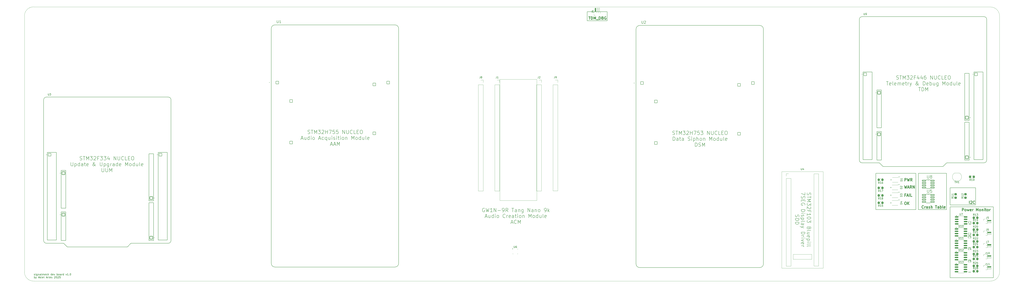
<source format=gbr>
%TF.GenerationSoftware,KiCad,Pcbnew,9.0.0+dfsg-1*%
%TF.CreationDate,2025-06-19T19:52:37-07:00*%
%TF.ProjectId,signalmesh,7369676e-616c-46d6-9573-682e6b696361,rev?*%
%TF.SameCoordinates,Original*%
%TF.FileFunction,Legend,Top*%
%TF.FilePolarity,Positive*%
%FSLAX46Y46*%
G04 Gerber Fmt 4.6, Leading zero omitted, Abs format (unit mm)*
G04 Created by KiCad (PCBNEW 9.0.0+dfsg-1) date 2025-06-19 19:52:37*
%MOMM*%
%LPD*%
G01*
G04 APERTURE LIST*
G04 Aperture macros list*
%AMRoundRect*
0 Rectangle with rounded corners*
0 $1 Rounding radius*
0 $2 $3 $4 $5 $6 $7 $8 $9 X,Y pos of 4 corners*
0 Add a 4 corners polygon primitive as box body*
4,1,4,$2,$3,$4,$5,$6,$7,$8,$9,$2,$3,0*
0 Add four circle primitives for the rounded corners*
1,1,$1+$1,$2,$3*
1,1,$1+$1,$4,$5*
1,1,$1+$1,$6,$7*
1,1,$1+$1,$8,$9*
0 Add four rect primitives between the rounded corners*
20,1,$1+$1,$2,$3,$4,$5,0*
20,1,$1+$1,$4,$5,$6,$7,0*
20,1,$1+$1,$6,$7,$8,$9,0*
20,1,$1+$1,$8,$9,$2,$3,0*%
G04 Aperture macros list end*
%ADD10C,0.200000*%
%ADD11C,0.300000*%
%ADD12C,0.100000*%
%ADD13C,0.150000*%
%ADD14C,0.120000*%
%ADD15C,0.152400*%
%ADD16C,0.127000*%
%ADD17RoundRect,0.250000X0.450000X-0.350000X0.450000X0.350000X-0.450000X0.350000X-0.450000X-0.350000X0*%
%ADD18RoundRect,0.100000X-0.130000X-0.100000X0.130000X-0.100000X0.130000X0.100000X-0.130000X0.100000X0*%
%ADD19RoundRect,0.250000X-0.350000X-0.450000X0.350000X-0.450000X0.350000X0.450000X-0.350000X0.450000X0*%
%ADD20RoundRect,0.150000X-0.825000X-0.150000X0.825000X-0.150000X0.825000X0.150000X-0.825000X0.150000X0*%
%ADD21C,1.600000*%
%ADD22C,0.850000*%
%ADD23R,0.850000X0.850000*%
%ADD24RoundRect,0.102000X-0.990600X-0.279400X0.990600X-0.279400X0.990600X0.279400X-0.990600X0.279400X0*%
%ADD25RoundRect,0.250000X0.350000X0.450000X-0.350000X0.450000X-0.350000X-0.450000X0.350000X-0.450000X0*%
%ADD26C,1.700000*%
%ADD27R,1.700000X1.700000*%
%ADD28R,1.600000X0.800000*%
%ADD29O,1.600000X0.800000*%
%ADD30C,3.200000*%
%ADD31RoundRect,0.102000X-0.754000X-0.754000X0.754000X-0.754000X0.754000X0.754000X-0.754000X0.754000X0*%
%ADD32C,1.712000*%
%ADD33R,0.350000X0.500000*%
%ADD34C,3.000000*%
%ADD35RoundRect,0.102000X-0.802500X-0.802500X0.802500X-0.802500X0.802500X0.802500X-0.802500X0.802500X0*%
%ADD36C,1.809000*%
%ADD37RoundRect,0.102000X-0.765000X-0.765000X0.765000X-0.765000X0.765000X0.765000X-0.765000X0.765000X0*%
%ADD38C,1.734000*%
%TA.AperFunction,Profile*%
%ADD39C,0.050000*%
%TD*%
G04 APERTURE END LIST*
D10*
X338500000Y-52500000D02*
X349500000Y-52500000D01*
X349500000Y-57500000D01*
X338500000Y-57500000D01*
X338500000Y-52500000D01*
D11*
X339340225Y-55300828D02*
X340197368Y-55300828D01*
X339768796Y-56800828D02*
X339768796Y-55300828D01*
X340697367Y-56800828D02*
X340697367Y-55300828D01*
X340697367Y-55300828D02*
X341054510Y-55300828D01*
X341054510Y-55300828D02*
X341268796Y-55372257D01*
X341268796Y-55372257D02*
X341411653Y-55515114D01*
X341411653Y-55515114D02*
X341483082Y-55657971D01*
X341483082Y-55657971D02*
X341554510Y-55943685D01*
X341554510Y-55943685D02*
X341554510Y-56157971D01*
X341554510Y-56157971D02*
X341483082Y-56443685D01*
X341483082Y-56443685D02*
X341411653Y-56586542D01*
X341411653Y-56586542D02*
X341268796Y-56729400D01*
X341268796Y-56729400D02*
X341054510Y-56800828D01*
X341054510Y-56800828D02*
X340697367Y-56800828D01*
X342197367Y-56800828D02*
X342197367Y-55300828D01*
X342197367Y-55300828D02*
X342697367Y-56372257D01*
X342697367Y-56372257D02*
X343197367Y-55300828D01*
X343197367Y-55300828D02*
X343197367Y-56800828D01*
X343554511Y-56943685D02*
X344697368Y-56943685D01*
X345054510Y-56800828D02*
X345054510Y-55300828D01*
X345054510Y-55300828D02*
X345411653Y-55300828D01*
X345411653Y-55300828D02*
X345625939Y-55372257D01*
X345625939Y-55372257D02*
X345768796Y-55515114D01*
X345768796Y-55515114D02*
X345840225Y-55657971D01*
X345840225Y-55657971D02*
X345911653Y-55943685D01*
X345911653Y-55943685D02*
X345911653Y-56157971D01*
X345911653Y-56157971D02*
X345840225Y-56443685D01*
X345840225Y-56443685D02*
X345768796Y-56586542D01*
X345768796Y-56586542D02*
X345625939Y-56729400D01*
X345625939Y-56729400D02*
X345411653Y-56800828D01*
X345411653Y-56800828D02*
X345054510Y-56800828D01*
X347054510Y-56015114D02*
X347268796Y-56086542D01*
X347268796Y-56086542D02*
X347340225Y-56157971D01*
X347340225Y-56157971D02*
X347411653Y-56300828D01*
X347411653Y-56300828D02*
X347411653Y-56515114D01*
X347411653Y-56515114D02*
X347340225Y-56657971D01*
X347340225Y-56657971D02*
X347268796Y-56729400D01*
X347268796Y-56729400D02*
X347125939Y-56800828D01*
X347125939Y-56800828D02*
X346554510Y-56800828D01*
X346554510Y-56800828D02*
X346554510Y-55300828D01*
X346554510Y-55300828D02*
X347054510Y-55300828D01*
X347054510Y-55300828D02*
X347197368Y-55372257D01*
X347197368Y-55372257D02*
X347268796Y-55443685D01*
X347268796Y-55443685D02*
X347340225Y-55586542D01*
X347340225Y-55586542D02*
X347340225Y-55729400D01*
X347340225Y-55729400D02*
X347268796Y-55872257D01*
X347268796Y-55872257D02*
X347197368Y-55943685D01*
X347197368Y-55943685D02*
X347054510Y-56015114D01*
X347054510Y-56015114D02*
X346554510Y-56015114D01*
X348840225Y-55372257D02*
X348697368Y-55300828D01*
X348697368Y-55300828D02*
X348483082Y-55300828D01*
X348483082Y-55300828D02*
X348268796Y-55372257D01*
X348268796Y-55372257D02*
X348125939Y-55515114D01*
X348125939Y-55515114D02*
X348054510Y-55657971D01*
X348054510Y-55657971D02*
X347983082Y-55943685D01*
X347983082Y-55943685D02*
X347983082Y-56157971D01*
X347983082Y-56157971D02*
X348054510Y-56443685D01*
X348054510Y-56443685D02*
X348125939Y-56586542D01*
X348125939Y-56586542D02*
X348268796Y-56729400D01*
X348268796Y-56729400D02*
X348483082Y-56800828D01*
X348483082Y-56800828D02*
X348625939Y-56800828D01*
X348625939Y-56800828D02*
X348840225Y-56729400D01*
X348840225Y-56729400D02*
X348911653Y-56657971D01*
X348911653Y-56657971D02*
X348911653Y-56157971D01*
X348911653Y-56157971D02*
X348625939Y-56157971D01*
X544624510Y-162300828D02*
X544624510Y-160800828D01*
X544624510Y-160800828D02*
X545195939Y-160800828D01*
X545195939Y-160800828D02*
X545338796Y-160872257D01*
X545338796Y-160872257D02*
X545410225Y-160943685D01*
X545410225Y-160943685D02*
X545481653Y-161086542D01*
X545481653Y-161086542D02*
X545481653Y-161300828D01*
X545481653Y-161300828D02*
X545410225Y-161443685D01*
X545410225Y-161443685D02*
X545338796Y-161515114D01*
X545338796Y-161515114D02*
X545195939Y-161586542D01*
X545195939Y-161586542D02*
X544624510Y-161586542D01*
X546338796Y-162300828D02*
X546195939Y-162229400D01*
X546195939Y-162229400D02*
X546124510Y-162157971D01*
X546124510Y-162157971D02*
X546053082Y-162015114D01*
X546053082Y-162015114D02*
X546053082Y-161586542D01*
X546053082Y-161586542D02*
X546124510Y-161443685D01*
X546124510Y-161443685D02*
X546195939Y-161372257D01*
X546195939Y-161372257D02*
X546338796Y-161300828D01*
X546338796Y-161300828D02*
X546553082Y-161300828D01*
X546553082Y-161300828D02*
X546695939Y-161372257D01*
X546695939Y-161372257D02*
X546767368Y-161443685D01*
X546767368Y-161443685D02*
X546838796Y-161586542D01*
X546838796Y-161586542D02*
X546838796Y-162015114D01*
X546838796Y-162015114D02*
X546767368Y-162157971D01*
X546767368Y-162157971D02*
X546695939Y-162229400D01*
X546695939Y-162229400D02*
X546553082Y-162300828D01*
X546553082Y-162300828D02*
X546338796Y-162300828D01*
X547338796Y-161300828D02*
X547624511Y-162300828D01*
X547624511Y-162300828D02*
X547910225Y-161586542D01*
X547910225Y-161586542D02*
X548195939Y-162300828D01*
X548195939Y-162300828D02*
X548481653Y-161300828D01*
X549624511Y-162229400D02*
X549481654Y-162300828D01*
X549481654Y-162300828D02*
X549195940Y-162300828D01*
X549195940Y-162300828D02*
X549053082Y-162229400D01*
X549053082Y-162229400D02*
X548981654Y-162086542D01*
X548981654Y-162086542D02*
X548981654Y-161515114D01*
X548981654Y-161515114D02*
X549053082Y-161372257D01*
X549053082Y-161372257D02*
X549195940Y-161300828D01*
X549195940Y-161300828D02*
X549481654Y-161300828D01*
X549481654Y-161300828D02*
X549624511Y-161372257D01*
X549624511Y-161372257D02*
X549695940Y-161515114D01*
X549695940Y-161515114D02*
X549695940Y-161657971D01*
X549695940Y-161657971D02*
X548981654Y-161800828D01*
X550338796Y-162300828D02*
X550338796Y-161300828D01*
X550338796Y-161586542D02*
X550410225Y-161443685D01*
X550410225Y-161443685D02*
X550481654Y-161372257D01*
X550481654Y-161372257D02*
X550624511Y-161300828D01*
X550624511Y-161300828D02*
X550767368Y-161300828D01*
X552410224Y-162300828D02*
X552410224Y-160800828D01*
X552410224Y-160800828D02*
X552910224Y-161872257D01*
X552910224Y-161872257D02*
X553410224Y-160800828D01*
X553410224Y-160800828D02*
X553410224Y-162300828D01*
X554338796Y-162300828D02*
X554195939Y-162229400D01*
X554195939Y-162229400D02*
X554124510Y-162157971D01*
X554124510Y-162157971D02*
X554053082Y-162015114D01*
X554053082Y-162015114D02*
X554053082Y-161586542D01*
X554053082Y-161586542D02*
X554124510Y-161443685D01*
X554124510Y-161443685D02*
X554195939Y-161372257D01*
X554195939Y-161372257D02*
X554338796Y-161300828D01*
X554338796Y-161300828D02*
X554553082Y-161300828D01*
X554553082Y-161300828D02*
X554695939Y-161372257D01*
X554695939Y-161372257D02*
X554767368Y-161443685D01*
X554767368Y-161443685D02*
X554838796Y-161586542D01*
X554838796Y-161586542D02*
X554838796Y-162015114D01*
X554838796Y-162015114D02*
X554767368Y-162157971D01*
X554767368Y-162157971D02*
X554695939Y-162229400D01*
X554695939Y-162229400D02*
X554553082Y-162300828D01*
X554553082Y-162300828D02*
X554338796Y-162300828D01*
X555481653Y-161300828D02*
X555481653Y-162300828D01*
X555481653Y-161443685D02*
X555553082Y-161372257D01*
X555553082Y-161372257D02*
X555695939Y-161300828D01*
X555695939Y-161300828D02*
X555910225Y-161300828D01*
X555910225Y-161300828D02*
X556053082Y-161372257D01*
X556053082Y-161372257D02*
X556124511Y-161515114D01*
X556124511Y-161515114D02*
X556124511Y-162300828D01*
X556838796Y-162300828D02*
X556838796Y-161300828D01*
X556838796Y-160800828D02*
X556767368Y-160872257D01*
X556767368Y-160872257D02*
X556838796Y-160943685D01*
X556838796Y-160943685D02*
X556910225Y-160872257D01*
X556910225Y-160872257D02*
X556838796Y-160800828D01*
X556838796Y-160800828D02*
X556838796Y-160943685D01*
X557338797Y-161300828D02*
X557910225Y-161300828D01*
X557553082Y-160800828D02*
X557553082Y-162086542D01*
X557553082Y-162086542D02*
X557624511Y-162229400D01*
X557624511Y-162229400D02*
X557767368Y-162300828D01*
X557767368Y-162300828D02*
X557910225Y-162300828D01*
X558624511Y-162300828D02*
X558481654Y-162229400D01*
X558481654Y-162229400D02*
X558410225Y-162157971D01*
X558410225Y-162157971D02*
X558338797Y-162015114D01*
X558338797Y-162015114D02*
X558338797Y-161586542D01*
X558338797Y-161586542D02*
X558410225Y-161443685D01*
X558410225Y-161443685D02*
X558481654Y-161372257D01*
X558481654Y-161372257D02*
X558624511Y-161300828D01*
X558624511Y-161300828D02*
X558838797Y-161300828D01*
X558838797Y-161300828D02*
X558981654Y-161372257D01*
X558981654Y-161372257D02*
X559053083Y-161443685D01*
X559053083Y-161443685D02*
X559124511Y-161586542D01*
X559124511Y-161586542D02*
X559124511Y-162015114D01*
X559124511Y-162015114D02*
X559053083Y-162157971D01*
X559053083Y-162157971D02*
X558981654Y-162229400D01*
X558981654Y-162229400D02*
X558838797Y-162300828D01*
X558838797Y-162300828D02*
X558624511Y-162300828D01*
X559767368Y-162300828D02*
X559767368Y-161300828D01*
X559767368Y-161586542D02*
X559838797Y-161443685D01*
X559838797Y-161443685D02*
X559910226Y-161372257D01*
X559910226Y-161372257D02*
X560053083Y-161300828D01*
X560053083Y-161300828D02*
X560195940Y-161300828D01*
D10*
X538000000Y-149500000D02*
X552000000Y-149500000D01*
X552000000Y-159000000D01*
X538000000Y-159000000D01*
X538000000Y-149500000D01*
X520500000Y-141500000D02*
X536000000Y-141500000D01*
X536000000Y-161500000D01*
X520500000Y-161500000D01*
X520500000Y-141500000D01*
D11*
X523411653Y-160657971D02*
X523340225Y-160729400D01*
X523340225Y-160729400D02*
X523125939Y-160800828D01*
X523125939Y-160800828D02*
X522983082Y-160800828D01*
X522983082Y-160800828D02*
X522768796Y-160729400D01*
X522768796Y-160729400D02*
X522625939Y-160586542D01*
X522625939Y-160586542D02*
X522554510Y-160443685D01*
X522554510Y-160443685D02*
X522483082Y-160157971D01*
X522483082Y-160157971D02*
X522483082Y-159943685D01*
X522483082Y-159943685D02*
X522554510Y-159657971D01*
X522554510Y-159657971D02*
X522625939Y-159515114D01*
X522625939Y-159515114D02*
X522768796Y-159372257D01*
X522768796Y-159372257D02*
X522983082Y-159300828D01*
X522983082Y-159300828D02*
X523125939Y-159300828D01*
X523125939Y-159300828D02*
X523340225Y-159372257D01*
X523340225Y-159372257D02*
X523411653Y-159443685D01*
X524054510Y-160800828D02*
X524054510Y-159800828D01*
X524054510Y-160086542D02*
X524125939Y-159943685D01*
X524125939Y-159943685D02*
X524197368Y-159872257D01*
X524197368Y-159872257D02*
X524340225Y-159800828D01*
X524340225Y-159800828D02*
X524483082Y-159800828D01*
X525625939Y-160800828D02*
X525625939Y-160015114D01*
X525625939Y-160015114D02*
X525554510Y-159872257D01*
X525554510Y-159872257D02*
X525411653Y-159800828D01*
X525411653Y-159800828D02*
X525125939Y-159800828D01*
X525125939Y-159800828D02*
X524983081Y-159872257D01*
X525625939Y-160729400D02*
X525483081Y-160800828D01*
X525483081Y-160800828D02*
X525125939Y-160800828D01*
X525125939Y-160800828D02*
X524983081Y-160729400D01*
X524983081Y-160729400D02*
X524911653Y-160586542D01*
X524911653Y-160586542D02*
X524911653Y-160443685D01*
X524911653Y-160443685D02*
X524983081Y-160300828D01*
X524983081Y-160300828D02*
X525125939Y-160229400D01*
X525125939Y-160229400D02*
X525483081Y-160229400D01*
X525483081Y-160229400D02*
X525625939Y-160157971D01*
X526268796Y-160729400D02*
X526411653Y-160800828D01*
X526411653Y-160800828D02*
X526697367Y-160800828D01*
X526697367Y-160800828D02*
X526840224Y-160729400D01*
X526840224Y-160729400D02*
X526911653Y-160586542D01*
X526911653Y-160586542D02*
X526911653Y-160515114D01*
X526911653Y-160515114D02*
X526840224Y-160372257D01*
X526840224Y-160372257D02*
X526697367Y-160300828D01*
X526697367Y-160300828D02*
X526483082Y-160300828D01*
X526483082Y-160300828D02*
X526340224Y-160229400D01*
X526340224Y-160229400D02*
X526268796Y-160086542D01*
X526268796Y-160086542D02*
X526268796Y-160015114D01*
X526268796Y-160015114D02*
X526340224Y-159872257D01*
X526340224Y-159872257D02*
X526483082Y-159800828D01*
X526483082Y-159800828D02*
X526697367Y-159800828D01*
X526697367Y-159800828D02*
X526840224Y-159872257D01*
X527554510Y-160800828D02*
X527554510Y-159300828D01*
X528197368Y-160800828D02*
X528197368Y-160015114D01*
X528197368Y-160015114D02*
X528125939Y-159872257D01*
X528125939Y-159872257D02*
X527983082Y-159800828D01*
X527983082Y-159800828D02*
X527768796Y-159800828D01*
X527768796Y-159800828D02*
X527625939Y-159872257D01*
X527625939Y-159872257D02*
X527554510Y-159943685D01*
X529840225Y-159300828D02*
X530697368Y-159300828D01*
X530268796Y-160800828D02*
X530268796Y-159300828D01*
X531840225Y-160800828D02*
X531840225Y-160015114D01*
X531840225Y-160015114D02*
X531768796Y-159872257D01*
X531768796Y-159872257D02*
X531625939Y-159800828D01*
X531625939Y-159800828D02*
X531340225Y-159800828D01*
X531340225Y-159800828D02*
X531197367Y-159872257D01*
X531840225Y-160729400D02*
X531697367Y-160800828D01*
X531697367Y-160800828D02*
X531340225Y-160800828D01*
X531340225Y-160800828D02*
X531197367Y-160729400D01*
X531197367Y-160729400D02*
X531125939Y-160586542D01*
X531125939Y-160586542D02*
X531125939Y-160443685D01*
X531125939Y-160443685D02*
X531197367Y-160300828D01*
X531197367Y-160300828D02*
X531340225Y-160229400D01*
X531340225Y-160229400D02*
X531697367Y-160229400D01*
X531697367Y-160229400D02*
X531840225Y-160157971D01*
X532554510Y-160800828D02*
X532554510Y-159300828D01*
X532554510Y-159872257D02*
X532697368Y-159800828D01*
X532697368Y-159800828D02*
X532983082Y-159800828D01*
X532983082Y-159800828D02*
X533125939Y-159872257D01*
X533125939Y-159872257D02*
X533197368Y-159943685D01*
X533197368Y-159943685D02*
X533268796Y-160086542D01*
X533268796Y-160086542D02*
X533268796Y-160515114D01*
X533268796Y-160515114D02*
X533197368Y-160657971D01*
X533197368Y-160657971D02*
X533125939Y-160729400D01*
X533125939Y-160729400D02*
X532983082Y-160800828D01*
X532983082Y-160800828D02*
X532697368Y-160800828D01*
X532697368Y-160800828D02*
X532554510Y-160729400D01*
X534125939Y-160800828D02*
X533983082Y-160729400D01*
X533983082Y-160729400D02*
X533911653Y-160586542D01*
X533911653Y-160586542D02*
X533911653Y-159300828D01*
X535268796Y-160729400D02*
X535125939Y-160800828D01*
X535125939Y-160800828D02*
X534840225Y-160800828D01*
X534840225Y-160800828D02*
X534697367Y-160729400D01*
X534697367Y-160729400D02*
X534625939Y-160586542D01*
X534625939Y-160586542D02*
X534625939Y-160015114D01*
X534625939Y-160015114D02*
X534697367Y-159872257D01*
X534697367Y-159872257D02*
X534840225Y-159800828D01*
X534840225Y-159800828D02*
X535125939Y-159800828D01*
X535125939Y-159800828D02*
X535268796Y-159872257D01*
X535268796Y-159872257D02*
X535340225Y-160015114D01*
X535340225Y-160015114D02*
X535340225Y-160157971D01*
X535340225Y-160157971D02*
X534625939Y-160300828D01*
X548554510Y-158300828D02*
X548554510Y-156800828D01*
X549197368Y-156943685D02*
X549268796Y-156872257D01*
X549268796Y-156872257D02*
X549411654Y-156800828D01*
X549411654Y-156800828D02*
X549768796Y-156800828D01*
X549768796Y-156800828D02*
X549911654Y-156872257D01*
X549911654Y-156872257D02*
X549983082Y-156943685D01*
X549983082Y-156943685D02*
X550054511Y-157086542D01*
X550054511Y-157086542D02*
X550054511Y-157229400D01*
X550054511Y-157229400D02*
X549983082Y-157443685D01*
X549983082Y-157443685D02*
X549125939Y-158300828D01*
X549125939Y-158300828D02*
X550054511Y-158300828D01*
X551554510Y-158157971D02*
X551483082Y-158229400D01*
X551483082Y-158229400D02*
X551268796Y-158300828D01*
X551268796Y-158300828D02*
X551125939Y-158300828D01*
X551125939Y-158300828D02*
X550911653Y-158229400D01*
X550911653Y-158229400D02*
X550768796Y-158086542D01*
X550768796Y-158086542D02*
X550697367Y-157943685D01*
X550697367Y-157943685D02*
X550625939Y-157657971D01*
X550625939Y-157657971D02*
X550625939Y-157443685D01*
X550625939Y-157443685D02*
X550697367Y-157157971D01*
X550697367Y-157157971D02*
X550768796Y-157015114D01*
X550768796Y-157015114D02*
X550911653Y-156872257D01*
X550911653Y-156872257D02*
X551125939Y-156800828D01*
X551125939Y-156800828D02*
X551268796Y-156800828D01*
X551268796Y-156800828D02*
X551483082Y-156872257D01*
X551483082Y-156872257D02*
X551554510Y-156943685D01*
D10*
X538000000Y-160000000D02*
X561750000Y-160000000D01*
X561750000Y-199000000D01*
X538000000Y-199000000D01*
X538000000Y-160000000D01*
D12*
X290500000Y-89825000D02*
X310820000Y-89825000D01*
X310820000Y-156500000D01*
X290500000Y-156500000D01*
X290500000Y-89825000D01*
D10*
X497200000Y-141500000D02*
X519200000Y-141500000D01*
X519200000Y-161500000D01*
X497200000Y-161500000D01*
X497200000Y-141500000D01*
X385476000Y-120155586D02*
X385764000Y-120251586D01*
X385764000Y-120251586D02*
X386244000Y-120251586D01*
X386244000Y-120251586D02*
X386436000Y-120155586D01*
X386436000Y-120155586D02*
X386532000Y-120059586D01*
X386532000Y-120059586D02*
X386628000Y-119867586D01*
X386628000Y-119867586D02*
X386628000Y-119675586D01*
X386628000Y-119675586D02*
X386532000Y-119483586D01*
X386532000Y-119483586D02*
X386436000Y-119387586D01*
X386436000Y-119387586D02*
X386244000Y-119291586D01*
X386244000Y-119291586D02*
X385860000Y-119195586D01*
X385860000Y-119195586D02*
X385668000Y-119099586D01*
X385668000Y-119099586D02*
X385572000Y-119003586D01*
X385572000Y-119003586D02*
X385476000Y-118811586D01*
X385476000Y-118811586D02*
X385476000Y-118619586D01*
X385476000Y-118619586D02*
X385572000Y-118427586D01*
X385572000Y-118427586D02*
X385668000Y-118331586D01*
X385668000Y-118331586D02*
X385860000Y-118235586D01*
X385860000Y-118235586D02*
X386340000Y-118235586D01*
X386340000Y-118235586D02*
X386628000Y-118331586D01*
X387204000Y-118235586D02*
X388356000Y-118235586D01*
X387780000Y-120251586D02*
X387780000Y-118235586D01*
X389028000Y-120251586D02*
X389028000Y-118235586D01*
X389028000Y-118235586D02*
X389700000Y-119675586D01*
X389700000Y-119675586D02*
X390372000Y-118235586D01*
X390372000Y-118235586D02*
X390372000Y-120251586D01*
X391140000Y-118235586D02*
X392388000Y-118235586D01*
X392388000Y-118235586D02*
X391716000Y-119003586D01*
X391716000Y-119003586D02*
X392004000Y-119003586D01*
X392004000Y-119003586D02*
X392196000Y-119099586D01*
X392196000Y-119099586D02*
X392292000Y-119195586D01*
X392292000Y-119195586D02*
X392388000Y-119387586D01*
X392388000Y-119387586D02*
X392388000Y-119867586D01*
X392388000Y-119867586D02*
X392292000Y-120059586D01*
X392292000Y-120059586D02*
X392196000Y-120155586D01*
X392196000Y-120155586D02*
X392004000Y-120251586D01*
X392004000Y-120251586D02*
X391428000Y-120251586D01*
X391428000Y-120251586D02*
X391236000Y-120155586D01*
X391236000Y-120155586D02*
X391140000Y-120059586D01*
X393156000Y-118427586D02*
X393252000Y-118331586D01*
X393252000Y-118331586D02*
X393444000Y-118235586D01*
X393444000Y-118235586D02*
X393924000Y-118235586D01*
X393924000Y-118235586D02*
X394116000Y-118331586D01*
X394116000Y-118331586D02*
X394212000Y-118427586D01*
X394212000Y-118427586D02*
X394308000Y-118619586D01*
X394308000Y-118619586D02*
X394308000Y-118811586D01*
X394308000Y-118811586D02*
X394212000Y-119099586D01*
X394212000Y-119099586D02*
X393060000Y-120251586D01*
X393060000Y-120251586D02*
X394308000Y-120251586D01*
X395172000Y-120251586D02*
X395172000Y-118235586D01*
X395172000Y-119195586D02*
X396324000Y-119195586D01*
X396324000Y-120251586D02*
X396324000Y-118235586D01*
X397092000Y-118235586D02*
X398436000Y-118235586D01*
X398436000Y-118235586D02*
X397572000Y-120251586D01*
X400164000Y-118235586D02*
X399204000Y-118235586D01*
X399204000Y-118235586D02*
X399108000Y-119195586D01*
X399108000Y-119195586D02*
X399204000Y-119099586D01*
X399204000Y-119099586D02*
X399396000Y-119003586D01*
X399396000Y-119003586D02*
X399876000Y-119003586D01*
X399876000Y-119003586D02*
X400068000Y-119099586D01*
X400068000Y-119099586D02*
X400164000Y-119195586D01*
X400164000Y-119195586D02*
X400260000Y-119387586D01*
X400260000Y-119387586D02*
X400260000Y-119867586D01*
X400260000Y-119867586D02*
X400164000Y-120059586D01*
X400164000Y-120059586D02*
X400068000Y-120155586D01*
X400068000Y-120155586D02*
X399876000Y-120251586D01*
X399876000Y-120251586D02*
X399396000Y-120251586D01*
X399396000Y-120251586D02*
X399204000Y-120155586D01*
X399204000Y-120155586D02*
X399108000Y-120059586D01*
X400932000Y-118235586D02*
X402180000Y-118235586D01*
X402180000Y-118235586D02*
X401508000Y-119003586D01*
X401508000Y-119003586D02*
X401796000Y-119003586D01*
X401796000Y-119003586D02*
X401988000Y-119099586D01*
X401988000Y-119099586D02*
X402084000Y-119195586D01*
X402084000Y-119195586D02*
X402180000Y-119387586D01*
X402180000Y-119387586D02*
X402180000Y-119867586D01*
X402180000Y-119867586D02*
X402084000Y-120059586D01*
X402084000Y-120059586D02*
X401988000Y-120155586D01*
X401988000Y-120155586D02*
X401796000Y-120251586D01*
X401796000Y-120251586D02*
X401220000Y-120251586D01*
X401220000Y-120251586D02*
X401028000Y-120155586D01*
X401028000Y-120155586D02*
X400932000Y-120059586D01*
X404580000Y-120251586D02*
X404580000Y-118235586D01*
X404580000Y-118235586D02*
X405732000Y-120251586D01*
X405732000Y-120251586D02*
X405732000Y-118235586D01*
X406692000Y-118235586D02*
X406692000Y-119867586D01*
X406692000Y-119867586D02*
X406788000Y-120059586D01*
X406788000Y-120059586D02*
X406884000Y-120155586D01*
X406884000Y-120155586D02*
X407076000Y-120251586D01*
X407076000Y-120251586D02*
X407460000Y-120251586D01*
X407460000Y-120251586D02*
X407652000Y-120155586D01*
X407652000Y-120155586D02*
X407748000Y-120059586D01*
X407748000Y-120059586D02*
X407844000Y-119867586D01*
X407844000Y-119867586D02*
X407844000Y-118235586D01*
X409956000Y-120059586D02*
X409860000Y-120155586D01*
X409860000Y-120155586D02*
X409572000Y-120251586D01*
X409572000Y-120251586D02*
X409380000Y-120251586D01*
X409380000Y-120251586D02*
X409092000Y-120155586D01*
X409092000Y-120155586D02*
X408900000Y-119963586D01*
X408900000Y-119963586D02*
X408804000Y-119771586D01*
X408804000Y-119771586D02*
X408708000Y-119387586D01*
X408708000Y-119387586D02*
X408708000Y-119099586D01*
X408708000Y-119099586D02*
X408804000Y-118715586D01*
X408804000Y-118715586D02*
X408900000Y-118523586D01*
X408900000Y-118523586D02*
X409092000Y-118331586D01*
X409092000Y-118331586D02*
X409380000Y-118235586D01*
X409380000Y-118235586D02*
X409572000Y-118235586D01*
X409572000Y-118235586D02*
X409860000Y-118331586D01*
X409860000Y-118331586D02*
X409956000Y-118427586D01*
X411780000Y-120251586D02*
X410820000Y-120251586D01*
X410820000Y-120251586D02*
X410820000Y-118235586D01*
X412452000Y-119195586D02*
X413124000Y-119195586D01*
X413412000Y-120251586D02*
X412452000Y-120251586D01*
X412452000Y-120251586D02*
X412452000Y-118235586D01*
X412452000Y-118235586D02*
X413412000Y-118235586D01*
X414660000Y-118235586D02*
X415044000Y-118235586D01*
X415044000Y-118235586D02*
X415236000Y-118331586D01*
X415236000Y-118331586D02*
X415428000Y-118523586D01*
X415428000Y-118523586D02*
X415524000Y-118907586D01*
X415524000Y-118907586D02*
X415524000Y-119579586D01*
X415524000Y-119579586D02*
X415428000Y-119963586D01*
X415428000Y-119963586D02*
X415236000Y-120155586D01*
X415236000Y-120155586D02*
X415044000Y-120251586D01*
X415044000Y-120251586D02*
X414660000Y-120251586D01*
X414660000Y-120251586D02*
X414468000Y-120155586D01*
X414468000Y-120155586D02*
X414276000Y-119963586D01*
X414276000Y-119963586D02*
X414180000Y-119579586D01*
X414180000Y-119579586D02*
X414180000Y-118907586D01*
X414180000Y-118907586D02*
X414276000Y-118523586D01*
X414276000Y-118523586D02*
X414468000Y-118331586D01*
X414468000Y-118331586D02*
X414660000Y-118235586D01*
X385668000Y-123497233D02*
X385668000Y-121481233D01*
X385668000Y-121481233D02*
X386148000Y-121481233D01*
X386148000Y-121481233D02*
X386436000Y-121577233D01*
X386436000Y-121577233D02*
X386628000Y-121769233D01*
X386628000Y-121769233D02*
X386724000Y-121961233D01*
X386724000Y-121961233D02*
X386820000Y-122345233D01*
X386820000Y-122345233D02*
X386820000Y-122633233D01*
X386820000Y-122633233D02*
X386724000Y-123017233D01*
X386724000Y-123017233D02*
X386628000Y-123209233D01*
X386628000Y-123209233D02*
X386436000Y-123401233D01*
X386436000Y-123401233D02*
X386148000Y-123497233D01*
X386148000Y-123497233D02*
X385668000Y-123497233D01*
X388548000Y-123497233D02*
X388548000Y-122441233D01*
X388548000Y-122441233D02*
X388452000Y-122249233D01*
X388452000Y-122249233D02*
X388260000Y-122153233D01*
X388260000Y-122153233D02*
X387876000Y-122153233D01*
X387876000Y-122153233D02*
X387684000Y-122249233D01*
X388548000Y-123401233D02*
X388356000Y-123497233D01*
X388356000Y-123497233D02*
X387876000Y-123497233D01*
X387876000Y-123497233D02*
X387684000Y-123401233D01*
X387684000Y-123401233D02*
X387588000Y-123209233D01*
X387588000Y-123209233D02*
X387588000Y-123017233D01*
X387588000Y-123017233D02*
X387684000Y-122825233D01*
X387684000Y-122825233D02*
X387876000Y-122729233D01*
X387876000Y-122729233D02*
X388356000Y-122729233D01*
X388356000Y-122729233D02*
X388548000Y-122633233D01*
X389220000Y-122153233D02*
X389988000Y-122153233D01*
X389508000Y-121481233D02*
X389508000Y-123209233D01*
X389508000Y-123209233D02*
X389604000Y-123401233D01*
X389604000Y-123401233D02*
X389796000Y-123497233D01*
X389796000Y-123497233D02*
X389988000Y-123497233D01*
X391524000Y-123497233D02*
X391524000Y-122441233D01*
X391524000Y-122441233D02*
X391428000Y-122249233D01*
X391428000Y-122249233D02*
X391236000Y-122153233D01*
X391236000Y-122153233D02*
X390852000Y-122153233D01*
X390852000Y-122153233D02*
X390660000Y-122249233D01*
X391524000Y-123401233D02*
X391332000Y-123497233D01*
X391332000Y-123497233D02*
X390852000Y-123497233D01*
X390852000Y-123497233D02*
X390660000Y-123401233D01*
X390660000Y-123401233D02*
X390564000Y-123209233D01*
X390564000Y-123209233D02*
X390564000Y-123017233D01*
X390564000Y-123017233D02*
X390660000Y-122825233D01*
X390660000Y-122825233D02*
X390852000Y-122729233D01*
X390852000Y-122729233D02*
X391332000Y-122729233D01*
X391332000Y-122729233D02*
X391524000Y-122633233D01*
X393924000Y-123401233D02*
X394212000Y-123497233D01*
X394212000Y-123497233D02*
X394692000Y-123497233D01*
X394692000Y-123497233D02*
X394884000Y-123401233D01*
X394884000Y-123401233D02*
X394980000Y-123305233D01*
X394980000Y-123305233D02*
X395076000Y-123113233D01*
X395076000Y-123113233D02*
X395076000Y-122921233D01*
X395076000Y-122921233D02*
X394980000Y-122729233D01*
X394980000Y-122729233D02*
X394884000Y-122633233D01*
X394884000Y-122633233D02*
X394692000Y-122537233D01*
X394692000Y-122537233D02*
X394308000Y-122441233D01*
X394308000Y-122441233D02*
X394116000Y-122345233D01*
X394116000Y-122345233D02*
X394020000Y-122249233D01*
X394020000Y-122249233D02*
X393924000Y-122057233D01*
X393924000Y-122057233D02*
X393924000Y-121865233D01*
X393924000Y-121865233D02*
X394020000Y-121673233D01*
X394020000Y-121673233D02*
X394116000Y-121577233D01*
X394116000Y-121577233D02*
X394308000Y-121481233D01*
X394308000Y-121481233D02*
X394788000Y-121481233D01*
X394788000Y-121481233D02*
X395076000Y-121577233D01*
X395940000Y-123497233D02*
X395940000Y-122153233D01*
X395940000Y-121481233D02*
X395844000Y-121577233D01*
X395844000Y-121577233D02*
X395940000Y-121673233D01*
X395940000Y-121673233D02*
X396036000Y-121577233D01*
X396036000Y-121577233D02*
X395940000Y-121481233D01*
X395940000Y-121481233D02*
X395940000Y-121673233D01*
X396900000Y-122153233D02*
X396900000Y-124169233D01*
X396900000Y-122249233D02*
X397092000Y-122153233D01*
X397092000Y-122153233D02*
X397476000Y-122153233D01*
X397476000Y-122153233D02*
X397668000Y-122249233D01*
X397668000Y-122249233D02*
X397764000Y-122345233D01*
X397764000Y-122345233D02*
X397860000Y-122537233D01*
X397860000Y-122537233D02*
X397860000Y-123113233D01*
X397860000Y-123113233D02*
X397764000Y-123305233D01*
X397764000Y-123305233D02*
X397668000Y-123401233D01*
X397668000Y-123401233D02*
X397476000Y-123497233D01*
X397476000Y-123497233D02*
X397092000Y-123497233D01*
X397092000Y-123497233D02*
X396900000Y-123401233D01*
X398724000Y-123497233D02*
X398724000Y-121481233D01*
X399588000Y-123497233D02*
X399588000Y-122441233D01*
X399588000Y-122441233D02*
X399492000Y-122249233D01*
X399492000Y-122249233D02*
X399300000Y-122153233D01*
X399300000Y-122153233D02*
X399012000Y-122153233D01*
X399012000Y-122153233D02*
X398820000Y-122249233D01*
X398820000Y-122249233D02*
X398724000Y-122345233D01*
X400836000Y-123497233D02*
X400644000Y-123401233D01*
X400644000Y-123401233D02*
X400548000Y-123305233D01*
X400548000Y-123305233D02*
X400452000Y-123113233D01*
X400452000Y-123113233D02*
X400452000Y-122537233D01*
X400452000Y-122537233D02*
X400548000Y-122345233D01*
X400548000Y-122345233D02*
X400644000Y-122249233D01*
X400644000Y-122249233D02*
X400836000Y-122153233D01*
X400836000Y-122153233D02*
X401124000Y-122153233D01*
X401124000Y-122153233D02*
X401316000Y-122249233D01*
X401316000Y-122249233D02*
X401412000Y-122345233D01*
X401412000Y-122345233D02*
X401508000Y-122537233D01*
X401508000Y-122537233D02*
X401508000Y-123113233D01*
X401508000Y-123113233D02*
X401412000Y-123305233D01*
X401412000Y-123305233D02*
X401316000Y-123401233D01*
X401316000Y-123401233D02*
X401124000Y-123497233D01*
X401124000Y-123497233D02*
X400836000Y-123497233D01*
X402372000Y-122153233D02*
X402372000Y-123497233D01*
X402372000Y-122345233D02*
X402468000Y-122249233D01*
X402468000Y-122249233D02*
X402660000Y-122153233D01*
X402660000Y-122153233D02*
X402948000Y-122153233D01*
X402948000Y-122153233D02*
X403140000Y-122249233D01*
X403140000Y-122249233D02*
X403236000Y-122441233D01*
X403236000Y-122441233D02*
X403236000Y-123497233D01*
X405732000Y-123497233D02*
X405732000Y-121481233D01*
X405732000Y-121481233D02*
X406404000Y-122921233D01*
X406404000Y-122921233D02*
X407076000Y-121481233D01*
X407076000Y-121481233D02*
X407076000Y-123497233D01*
X408324000Y-123497233D02*
X408132000Y-123401233D01*
X408132000Y-123401233D02*
X408036000Y-123305233D01*
X408036000Y-123305233D02*
X407940000Y-123113233D01*
X407940000Y-123113233D02*
X407940000Y-122537233D01*
X407940000Y-122537233D02*
X408036000Y-122345233D01*
X408036000Y-122345233D02*
X408132000Y-122249233D01*
X408132000Y-122249233D02*
X408324000Y-122153233D01*
X408324000Y-122153233D02*
X408612000Y-122153233D01*
X408612000Y-122153233D02*
X408804000Y-122249233D01*
X408804000Y-122249233D02*
X408900000Y-122345233D01*
X408900000Y-122345233D02*
X408996000Y-122537233D01*
X408996000Y-122537233D02*
X408996000Y-123113233D01*
X408996000Y-123113233D02*
X408900000Y-123305233D01*
X408900000Y-123305233D02*
X408804000Y-123401233D01*
X408804000Y-123401233D02*
X408612000Y-123497233D01*
X408612000Y-123497233D02*
X408324000Y-123497233D01*
X410724000Y-123497233D02*
X410724000Y-121481233D01*
X410724000Y-123401233D02*
X410532000Y-123497233D01*
X410532000Y-123497233D02*
X410148000Y-123497233D01*
X410148000Y-123497233D02*
X409956000Y-123401233D01*
X409956000Y-123401233D02*
X409860000Y-123305233D01*
X409860000Y-123305233D02*
X409764000Y-123113233D01*
X409764000Y-123113233D02*
X409764000Y-122537233D01*
X409764000Y-122537233D02*
X409860000Y-122345233D01*
X409860000Y-122345233D02*
X409956000Y-122249233D01*
X409956000Y-122249233D02*
X410148000Y-122153233D01*
X410148000Y-122153233D02*
X410532000Y-122153233D01*
X410532000Y-122153233D02*
X410724000Y-122249233D01*
X412548000Y-122153233D02*
X412548000Y-123497233D01*
X411684000Y-122153233D02*
X411684000Y-123209233D01*
X411684000Y-123209233D02*
X411780000Y-123401233D01*
X411780000Y-123401233D02*
X411972000Y-123497233D01*
X411972000Y-123497233D02*
X412260000Y-123497233D01*
X412260000Y-123497233D02*
X412452000Y-123401233D01*
X412452000Y-123401233D02*
X412548000Y-123305233D01*
X413796000Y-123497233D02*
X413604000Y-123401233D01*
X413604000Y-123401233D02*
X413508000Y-123209233D01*
X413508000Y-123209233D02*
X413508000Y-121481233D01*
X415332000Y-123401233D02*
X415140000Y-123497233D01*
X415140000Y-123497233D02*
X414756000Y-123497233D01*
X414756000Y-123497233D02*
X414564000Y-123401233D01*
X414564000Y-123401233D02*
X414468000Y-123209233D01*
X414468000Y-123209233D02*
X414468000Y-122441233D01*
X414468000Y-122441233D02*
X414564000Y-122249233D01*
X414564000Y-122249233D02*
X414756000Y-122153233D01*
X414756000Y-122153233D02*
X415140000Y-122153233D01*
X415140000Y-122153233D02*
X415332000Y-122249233D01*
X415332000Y-122249233D02*
X415428000Y-122441233D01*
X415428000Y-122441233D02*
X415428000Y-122633233D01*
X415428000Y-122633233D02*
X414468000Y-122825233D01*
X397860000Y-126742880D02*
X397860000Y-124726880D01*
X397860000Y-124726880D02*
X398340000Y-124726880D01*
X398340000Y-124726880D02*
X398628000Y-124822880D01*
X398628000Y-124822880D02*
X398820000Y-125014880D01*
X398820000Y-125014880D02*
X398916000Y-125206880D01*
X398916000Y-125206880D02*
X399012000Y-125590880D01*
X399012000Y-125590880D02*
X399012000Y-125878880D01*
X399012000Y-125878880D02*
X398916000Y-126262880D01*
X398916000Y-126262880D02*
X398820000Y-126454880D01*
X398820000Y-126454880D02*
X398628000Y-126646880D01*
X398628000Y-126646880D02*
X398340000Y-126742880D01*
X398340000Y-126742880D02*
X397860000Y-126742880D01*
X399780000Y-126646880D02*
X400068000Y-126742880D01*
X400068000Y-126742880D02*
X400548000Y-126742880D01*
X400548000Y-126742880D02*
X400740000Y-126646880D01*
X400740000Y-126646880D02*
X400836000Y-126550880D01*
X400836000Y-126550880D02*
X400932000Y-126358880D01*
X400932000Y-126358880D02*
X400932000Y-126166880D01*
X400932000Y-126166880D02*
X400836000Y-125974880D01*
X400836000Y-125974880D02*
X400740000Y-125878880D01*
X400740000Y-125878880D02*
X400548000Y-125782880D01*
X400548000Y-125782880D02*
X400164000Y-125686880D01*
X400164000Y-125686880D02*
X399972000Y-125590880D01*
X399972000Y-125590880D02*
X399876000Y-125494880D01*
X399876000Y-125494880D02*
X399780000Y-125302880D01*
X399780000Y-125302880D02*
X399780000Y-125110880D01*
X399780000Y-125110880D02*
X399876000Y-124918880D01*
X399876000Y-124918880D02*
X399972000Y-124822880D01*
X399972000Y-124822880D02*
X400164000Y-124726880D01*
X400164000Y-124726880D02*
X400644000Y-124726880D01*
X400644000Y-124726880D02*
X400932000Y-124822880D01*
X401796000Y-126742880D02*
X401796000Y-124726880D01*
X401796000Y-124726880D02*
X402468000Y-126166880D01*
X402468000Y-126166880D02*
X403140000Y-124726880D01*
X403140000Y-124726880D02*
X403140000Y-126742880D01*
D11*
X513340225Y-157300828D02*
X513625939Y-157300828D01*
X513625939Y-157300828D02*
X513768796Y-157372257D01*
X513768796Y-157372257D02*
X513911653Y-157515114D01*
X513911653Y-157515114D02*
X513983082Y-157800828D01*
X513983082Y-157800828D02*
X513983082Y-158300828D01*
X513983082Y-158300828D02*
X513911653Y-158586542D01*
X513911653Y-158586542D02*
X513768796Y-158729400D01*
X513768796Y-158729400D02*
X513625939Y-158800828D01*
X513625939Y-158800828D02*
X513340225Y-158800828D01*
X513340225Y-158800828D02*
X513197368Y-158729400D01*
X513197368Y-158729400D02*
X513054510Y-158586542D01*
X513054510Y-158586542D02*
X512983082Y-158300828D01*
X512983082Y-158300828D02*
X512983082Y-157800828D01*
X512983082Y-157800828D02*
X513054510Y-157515114D01*
X513054510Y-157515114D02*
X513197368Y-157372257D01*
X513197368Y-157372257D02*
X513340225Y-157300828D01*
X514625939Y-158800828D02*
X514625939Y-157300828D01*
X515483082Y-158800828D02*
X514840225Y-157943685D01*
X515483082Y-157300828D02*
X514625939Y-158157971D01*
D10*
X34502054Y-197589656D02*
X34597292Y-197637275D01*
X34597292Y-197637275D02*
X34787768Y-197637275D01*
X34787768Y-197637275D02*
X34883006Y-197589656D01*
X34883006Y-197589656D02*
X34930625Y-197494417D01*
X34930625Y-197494417D02*
X34930625Y-197446798D01*
X34930625Y-197446798D02*
X34883006Y-197351560D01*
X34883006Y-197351560D02*
X34787768Y-197303941D01*
X34787768Y-197303941D02*
X34644911Y-197303941D01*
X34644911Y-197303941D02*
X34549673Y-197256322D01*
X34549673Y-197256322D02*
X34502054Y-197161084D01*
X34502054Y-197161084D02*
X34502054Y-197113465D01*
X34502054Y-197113465D02*
X34549673Y-197018227D01*
X34549673Y-197018227D02*
X34644911Y-196970608D01*
X34644911Y-196970608D02*
X34787768Y-196970608D01*
X34787768Y-196970608D02*
X34883006Y-197018227D01*
X35359197Y-197637275D02*
X35359197Y-196970608D01*
X35359197Y-196637275D02*
X35311578Y-196684894D01*
X35311578Y-196684894D02*
X35359197Y-196732513D01*
X35359197Y-196732513D02*
X35406816Y-196684894D01*
X35406816Y-196684894D02*
X35359197Y-196637275D01*
X35359197Y-196637275D02*
X35359197Y-196732513D01*
X36263958Y-196970608D02*
X36263958Y-197780132D01*
X36263958Y-197780132D02*
X36216339Y-197875370D01*
X36216339Y-197875370D02*
X36168720Y-197922989D01*
X36168720Y-197922989D02*
X36073482Y-197970608D01*
X36073482Y-197970608D02*
X35930625Y-197970608D01*
X35930625Y-197970608D02*
X35835387Y-197922989D01*
X36263958Y-197589656D02*
X36168720Y-197637275D01*
X36168720Y-197637275D02*
X35978244Y-197637275D01*
X35978244Y-197637275D02*
X35883006Y-197589656D01*
X35883006Y-197589656D02*
X35835387Y-197542036D01*
X35835387Y-197542036D02*
X35787768Y-197446798D01*
X35787768Y-197446798D02*
X35787768Y-197161084D01*
X35787768Y-197161084D02*
X35835387Y-197065846D01*
X35835387Y-197065846D02*
X35883006Y-197018227D01*
X35883006Y-197018227D02*
X35978244Y-196970608D01*
X35978244Y-196970608D02*
X36168720Y-196970608D01*
X36168720Y-196970608D02*
X36263958Y-197018227D01*
X36740149Y-196970608D02*
X36740149Y-197637275D01*
X36740149Y-197065846D02*
X36787768Y-197018227D01*
X36787768Y-197018227D02*
X36883006Y-196970608D01*
X36883006Y-196970608D02*
X37025863Y-196970608D01*
X37025863Y-196970608D02*
X37121101Y-197018227D01*
X37121101Y-197018227D02*
X37168720Y-197113465D01*
X37168720Y-197113465D02*
X37168720Y-197637275D01*
X38073482Y-197637275D02*
X38073482Y-197113465D01*
X38073482Y-197113465D02*
X38025863Y-197018227D01*
X38025863Y-197018227D02*
X37930625Y-196970608D01*
X37930625Y-196970608D02*
X37740149Y-196970608D01*
X37740149Y-196970608D02*
X37644911Y-197018227D01*
X38073482Y-197589656D02*
X37978244Y-197637275D01*
X37978244Y-197637275D02*
X37740149Y-197637275D01*
X37740149Y-197637275D02*
X37644911Y-197589656D01*
X37644911Y-197589656D02*
X37597292Y-197494417D01*
X37597292Y-197494417D02*
X37597292Y-197399179D01*
X37597292Y-197399179D02*
X37644911Y-197303941D01*
X37644911Y-197303941D02*
X37740149Y-197256322D01*
X37740149Y-197256322D02*
X37978244Y-197256322D01*
X37978244Y-197256322D02*
X38073482Y-197208703D01*
X38692530Y-197637275D02*
X38597292Y-197589656D01*
X38597292Y-197589656D02*
X38549673Y-197494417D01*
X38549673Y-197494417D02*
X38549673Y-196637275D01*
X39073483Y-197637275D02*
X39073483Y-196970608D01*
X39073483Y-197065846D02*
X39121102Y-197018227D01*
X39121102Y-197018227D02*
X39216340Y-196970608D01*
X39216340Y-196970608D02*
X39359197Y-196970608D01*
X39359197Y-196970608D02*
X39454435Y-197018227D01*
X39454435Y-197018227D02*
X39502054Y-197113465D01*
X39502054Y-197113465D02*
X39502054Y-197637275D01*
X39502054Y-197113465D02*
X39549673Y-197018227D01*
X39549673Y-197018227D02*
X39644911Y-196970608D01*
X39644911Y-196970608D02*
X39787768Y-196970608D01*
X39787768Y-196970608D02*
X39883007Y-197018227D01*
X39883007Y-197018227D02*
X39930626Y-197113465D01*
X39930626Y-197113465D02*
X39930626Y-197637275D01*
X40787768Y-197589656D02*
X40692530Y-197637275D01*
X40692530Y-197637275D02*
X40502054Y-197637275D01*
X40502054Y-197637275D02*
X40406816Y-197589656D01*
X40406816Y-197589656D02*
X40359197Y-197494417D01*
X40359197Y-197494417D02*
X40359197Y-197113465D01*
X40359197Y-197113465D02*
X40406816Y-197018227D01*
X40406816Y-197018227D02*
X40502054Y-196970608D01*
X40502054Y-196970608D02*
X40692530Y-196970608D01*
X40692530Y-196970608D02*
X40787768Y-197018227D01*
X40787768Y-197018227D02*
X40835387Y-197113465D01*
X40835387Y-197113465D02*
X40835387Y-197208703D01*
X40835387Y-197208703D02*
X40359197Y-197303941D01*
X41216340Y-197589656D02*
X41311578Y-197637275D01*
X41311578Y-197637275D02*
X41502054Y-197637275D01*
X41502054Y-197637275D02*
X41597292Y-197589656D01*
X41597292Y-197589656D02*
X41644911Y-197494417D01*
X41644911Y-197494417D02*
X41644911Y-197446798D01*
X41644911Y-197446798D02*
X41597292Y-197351560D01*
X41597292Y-197351560D02*
X41502054Y-197303941D01*
X41502054Y-197303941D02*
X41359197Y-197303941D01*
X41359197Y-197303941D02*
X41263959Y-197256322D01*
X41263959Y-197256322D02*
X41216340Y-197161084D01*
X41216340Y-197161084D02*
X41216340Y-197113465D01*
X41216340Y-197113465D02*
X41263959Y-197018227D01*
X41263959Y-197018227D02*
X41359197Y-196970608D01*
X41359197Y-196970608D02*
X41502054Y-196970608D01*
X41502054Y-196970608D02*
X41597292Y-197018227D01*
X42073483Y-197637275D02*
X42073483Y-196637275D01*
X42502054Y-197637275D02*
X42502054Y-197113465D01*
X42502054Y-197113465D02*
X42454435Y-197018227D01*
X42454435Y-197018227D02*
X42359197Y-196970608D01*
X42359197Y-196970608D02*
X42216340Y-196970608D01*
X42216340Y-196970608D02*
X42121102Y-197018227D01*
X42121102Y-197018227D02*
X42073483Y-197065846D01*
X44168721Y-197637275D02*
X44168721Y-196637275D01*
X44168721Y-197589656D02*
X44073483Y-197637275D01*
X44073483Y-197637275D02*
X43883007Y-197637275D01*
X43883007Y-197637275D02*
X43787769Y-197589656D01*
X43787769Y-197589656D02*
X43740150Y-197542036D01*
X43740150Y-197542036D02*
X43692531Y-197446798D01*
X43692531Y-197446798D02*
X43692531Y-197161084D01*
X43692531Y-197161084D02*
X43740150Y-197065846D01*
X43740150Y-197065846D02*
X43787769Y-197018227D01*
X43787769Y-197018227D02*
X43883007Y-196970608D01*
X43883007Y-196970608D02*
X44073483Y-196970608D01*
X44073483Y-196970608D02*
X44168721Y-197018227D01*
X45025864Y-197589656D02*
X44930626Y-197637275D01*
X44930626Y-197637275D02*
X44740150Y-197637275D01*
X44740150Y-197637275D02*
X44644912Y-197589656D01*
X44644912Y-197589656D02*
X44597293Y-197494417D01*
X44597293Y-197494417D02*
X44597293Y-197113465D01*
X44597293Y-197113465D02*
X44644912Y-197018227D01*
X44644912Y-197018227D02*
X44740150Y-196970608D01*
X44740150Y-196970608D02*
X44930626Y-196970608D01*
X44930626Y-196970608D02*
X45025864Y-197018227D01*
X45025864Y-197018227D02*
X45073483Y-197113465D01*
X45073483Y-197113465D02*
X45073483Y-197208703D01*
X45073483Y-197208703D02*
X44597293Y-197303941D01*
X45406817Y-196970608D02*
X45644912Y-197637275D01*
X45644912Y-197637275D02*
X45883007Y-196970608D01*
X47025865Y-197637275D02*
X47025865Y-196637275D01*
X47025865Y-197018227D02*
X47121103Y-196970608D01*
X47121103Y-196970608D02*
X47311579Y-196970608D01*
X47311579Y-196970608D02*
X47406817Y-197018227D01*
X47406817Y-197018227D02*
X47454436Y-197065846D01*
X47454436Y-197065846D02*
X47502055Y-197161084D01*
X47502055Y-197161084D02*
X47502055Y-197446798D01*
X47502055Y-197446798D02*
X47454436Y-197542036D01*
X47454436Y-197542036D02*
X47406817Y-197589656D01*
X47406817Y-197589656D02*
X47311579Y-197637275D01*
X47311579Y-197637275D02*
X47121103Y-197637275D01*
X47121103Y-197637275D02*
X47025865Y-197589656D01*
X48073484Y-197637275D02*
X47978246Y-197589656D01*
X47978246Y-197589656D02*
X47930627Y-197542036D01*
X47930627Y-197542036D02*
X47883008Y-197446798D01*
X47883008Y-197446798D02*
X47883008Y-197161084D01*
X47883008Y-197161084D02*
X47930627Y-197065846D01*
X47930627Y-197065846D02*
X47978246Y-197018227D01*
X47978246Y-197018227D02*
X48073484Y-196970608D01*
X48073484Y-196970608D02*
X48216341Y-196970608D01*
X48216341Y-196970608D02*
X48311579Y-197018227D01*
X48311579Y-197018227D02*
X48359198Y-197065846D01*
X48359198Y-197065846D02*
X48406817Y-197161084D01*
X48406817Y-197161084D02*
X48406817Y-197446798D01*
X48406817Y-197446798D02*
X48359198Y-197542036D01*
X48359198Y-197542036D02*
X48311579Y-197589656D01*
X48311579Y-197589656D02*
X48216341Y-197637275D01*
X48216341Y-197637275D02*
X48073484Y-197637275D01*
X49263960Y-197637275D02*
X49263960Y-197113465D01*
X49263960Y-197113465D02*
X49216341Y-197018227D01*
X49216341Y-197018227D02*
X49121103Y-196970608D01*
X49121103Y-196970608D02*
X48930627Y-196970608D01*
X48930627Y-196970608D02*
X48835389Y-197018227D01*
X49263960Y-197589656D02*
X49168722Y-197637275D01*
X49168722Y-197637275D02*
X48930627Y-197637275D01*
X48930627Y-197637275D02*
X48835389Y-197589656D01*
X48835389Y-197589656D02*
X48787770Y-197494417D01*
X48787770Y-197494417D02*
X48787770Y-197399179D01*
X48787770Y-197399179D02*
X48835389Y-197303941D01*
X48835389Y-197303941D02*
X48930627Y-197256322D01*
X48930627Y-197256322D02*
X49168722Y-197256322D01*
X49168722Y-197256322D02*
X49263960Y-197208703D01*
X49740151Y-197637275D02*
X49740151Y-196970608D01*
X49740151Y-197161084D02*
X49787770Y-197065846D01*
X49787770Y-197065846D02*
X49835389Y-197018227D01*
X49835389Y-197018227D02*
X49930627Y-196970608D01*
X49930627Y-196970608D02*
X50025865Y-196970608D01*
X50787770Y-197637275D02*
X50787770Y-196637275D01*
X50787770Y-197589656D02*
X50692532Y-197637275D01*
X50692532Y-197637275D02*
X50502056Y-197637275D01*
X50502056Y-197637275D02*
X50406818Y-197589656D01*
X50406818Y-197589656D02*
X50359199Y-197542036D01*
X50359199Y-197542036D02*
X50311580Y-197446798D01*
X50311580Y-197446798D02*
X50311580Y-197161084D01*
X50311580Y-197161084D02*
X50359199Y-197065846D01*
X50359199Y-197065846D02*
X50406818Y-197018227D01*
X50406818Y-197018227D02*
X50502056Y-196970608D01*
X50502056Y-196970608D02*
X50692532Y-196970608D01*
X50692532Y-196970608D02*
X50787770Y-197018227D01*
X51930628Y-196970608D02*
X52168723Y-197637275D01*
X52168723Y-197637275D02*
X52406818Y-196970608D01*
X53311580Y-197637275D02*
X52740152Y-197637275D01*
X53025866Y-197637275D02*
X53025866Y-196637275D01*
X53025866Y-196637275D02*
X52930628Y-196780132D01*
X52930628Y-196780132D02*
X52835390Y-196875370D01*
X52835390Y-196875370D02*
X52740152Y-196922989D01*
X53740152Y-197542036D02*
X53787771Y-197589656D01*
X53787771Y-197589656D02*
X53740152Y-197637275D01*
X53740152Y-197637275D02*
X53692533Y-197589656D01*
X53692533Y-197589656D02*
X53740152Y-197542036D01*
X53740152Y-197542036D02*
X53740152Y-197637275D01*
X54406818Y-196637275D02*
X54502056Y-196637275D01*
X54502056Y-196637275D02*
X54597294Y-196684894D01*
X54597294Y-196684894D02*
X54644913Y-196732513D01*
X54644913Y-196732513D02*
X54692532Y-196827751D01*
X54692532Y-196827751D02*
X54740151Y-197018227D01*
X54740151Y-197018227D02*
X54740151Y-197256322D01*
X54740151Y-197256322D02*
X54692532Y-197446798D01*
X54692532Y-197446798D02*
X54644913Y-197542036D01*
X54644913Y-197542036D02*
X54597294Y-197589656D01*
X54597294Y-197589656D02*
X54502056Y-197637275D01*
X54502056Y-197637275D02*
X54406818Y-197637275D01*
X54406818Y-197637275D02*
X54311580Y-197589656D01*
X54311580Y-197589656D02*
X54263961Y-197542036D01*
X54263961Y-197542036D02*
X54216342Y-197446798D01*
X54216342Y-197446798D02*
X54168723Y-197256322D01*
X54168723Y-197256322D02*
X54168723Y-197018227D01*
X54168723Y-197018227D02*
X54216342Y-196827751D01*
X54216342Y-196827751D02*
X54263961Y-196732513D01*
X54263961Y-196732513D02*
X54311580Y-196684894D01*
X54311580Y-196684894D02*
X54406818Y-196637275D01*
X34549673Y-199247219D02*
X34549673Y-198247219D01*
X34549673Y-198628171D02*
X34644911Y-198580552D01*
X34644911Y-198580552D02*
X34835387Y-198580552D01*
X34835387Y-198580552D02*
X34930625Y-198628171D01*
X34930625Y-198628171D02*
X34978244Y-198675790D01*
X34978244Y-198675790D02*
X35025863Y-198771028D01*
X35025863Y-198771028D02*
X35025863Y-199056742D01*
X35025863Y-199056742D02*
X34978244Y-199151980D01*
X34978244Y-199151980D02*
X34930625Y-199199600D01*
X34930625Y-199199600D02*
X34835387Y-199247219D01*
X34835387Y-199247219D02*
X34644911Y-199247219D01*
X34644911Y-199247219D02*
X34549673Y-199199600D01*
X35359197Y-198580552D02*
X35597292Y-199247219D01*
X35835387Y-198580552D02*
X35597292Y-199247219D01*
X35597292Y-199247219D02*
X35502054Y-199485314D01*
X35502054Y-199485314D02*
X35454435Y-199532933D01*
X35454435Y-199532933D02*
X35359197Y-199580552D01*
X36930626Y-198961504D02*
X37406816Y-198961504D01*
X36835388Y-199247219D02*
X37168721Y-198247219D01*
X37168721Y-198247219D02*
X37502054Y-199247219D01*
X37835388Y-199247219D02*
X37835388Y-198247219D01*
X37930626Y-198866266D02*
X38216340Y-199247219D01*
X38216340Y-198580552D02*
X37835388Y-198961504D01*
X38644912Y-199247219D02*
X38644912Y-198580552D01*
X38644912Y-198247219D02*
X38597293Y-198294838D01*
X38597293Y-198294838D02*
X38644912Y-198342457D01*
X38644912Y-198342457D02*
X38692531Y-198294838D01*
X38692531Y-198294838D02*
X38644912Y-198247219D01*
X38644912Y-198247219D02*
X38644912Y-198342457D01*
X39502054Y-199199600D02*
X39406816Y-199247219D01*
X39406816Y-199247219D02*
X39216340Y-199247219D01*
X39216340Y-199247219D02*
X39121102Y-199199600D01*
X39121102Y-199199600D02*
X39073483Y-199104361D01*
X39073483Y-199104361D02*
X39073483Y-198723409D01*
X39073483Y-198723409D02*
X39121102Y-198628171D01*
X39121102Y-198628171D02*
X39216340Y-198580552D01*
X39216340Y-198580552D02*
X39406816Y-198580552D01*
X39406816Y-198580552D02*
X39502054Y-198628171D01*
X39502054Y-198628171D02*
X39549673Y-198723409D01*
X39549673Y-198723409D02*
X39549673Y-198818647D01*
X39549673Y-198818647D02*
X39073483Y-198913885D01*
X40121102Y-199247219D02*
X40025864Y-199199600D01*
X40025864Y-199199600D02*
X39978245Y-199104361D01*
X39978245Y-199104361D02*
X39978245Y-198247219D01*
X41216341Y-198961504D02*
X41692531Y-198961504D01*
X41121103Y-199247219D02*
X41454436Y-198247219D01*
X41454436Y-198247219D02*
X41787769Y-199247219D01*
X42121103Y-199247219D02*
X42121103Y-198580552D01*
X42121103Y-198771028D02*
X42168722Y-198675790D01*
X42168722Y-198675790D02*
X42216341Y-198628171D01*
X42216341Y-198628171D02*
X42311579Y-198580552D01*
X42311579Y-198580552D02*
X42406817Y-198580552D01*
X42740151Y-199247219D02*
X42740151Y-198580552D01*
X42740151Y-198247219D02*
X42692532Y-198294838D01*
X42692532Y-198294838D02*
X42740151Y-198342457D01*
X42740151Y-198342457D02*
X42787770Y-198294838D01*
X42787770Y-198294838D02*
X42740151Y-198247219D01*
X42740151Y-198247219D02*
X42740151Y-198342457D01*
X43597293Y-199199600D02*
X43502055Y-199247219D01*
X43502055Y-199247219D02*
X43311579Y-199247219D01*
X43311579Y-199247219D02*
X43216341Y-199199600D01*
X43216341Y-199199600D02*
X43168722Y-199104361D01*
X43168722Y-199104361D02*
X43168722Y-198723409D01*
X43168722Y-198723409D02*
X43216341Y-198628171D01*
X43216341Y-198628171D02*
X43311579Y-198580552D01*
X43311579Y-198580552D02*
X43502055Y-198580552D01*
X43502055Y-198580552D02*
X43597293Y-198628171D01*
X43597293Y-198628171D02*
X43644912Y-198723409D01*
X43644912Y-198723409D02*
X43644912Y-198818647D01*
X43644912Y-198818647D02*
X43168722Y-198913885D01*
X44025865Y-199199600D02*
X44121103Y-199247219D01*
X44121103Y-199247219D02*
X44311579Y-199247219D01*
X44311579Y-199247219D02*
X44406817Y-199199600D01*
X44406817Y-199199600D02*
X44454436Y-199104361D01*
X44454436Y-199104361D02*
X44454436Y-199056742D01*
X44454436Y-199056742D02*
X44406817Y-198961504D01*
X44406817Y-198961504D02*
X44311579Y-198913885D01*
X44311579Y-198913885D02*
X44168722Y-198913885D01*
X44168722Y-198913885D02*
X44073484Y-198866266D01*
X44073484Y-198866266D02*
X44025865Y-198771028D01*
X44025865Y-198771028D02*
X44025865Y-198723409D01*
X44025865Y-198723409D02*
X44073484Y-198628171D01*
X44073484Y-198628171D02*
X44168722Y-198580552D01*
X44168722Y-198580552D02*
X44311579Y-198580552D01*
X44311579Y-198580552D02*
X44406817Y-198628171D01*
X45597294Y-198342457D02*
X45644913Y-198294838D01*
X45644913Y-198294838D02*
X45740151Y-198247219D01*
X45740151Y-198247219D02*
X45978246Y-198247219D01*
X45978246Y-198247219D02*
X46073484Y-198294838D01*
X46073484Y-198294838D02*
X46121103Y-198342457D01*
X46121103Y-198342457D02*
X46168722Y-198437695D01*
X46168722Y-198437695D02*
X46168722Y-198532933D01*
X46168722Y-198532933D02*
X46121103Y-198675790D01*
X46121103Y-198675790D02*
X45549675Y-199247219D01*
X45549675Y-199247219D02*
X46168722Y-199247219D01*
X46787770Y-198247219D02*
X46883008Y-198247219D01*
X46883008Y-198247219D02*
X46978246Y-198294838D01*
X46978246Y-198294838D02*
X47025865Y-198342457D01*
X47025865Y-198342457D02*
X47073484Y-198437695D01*
X47073484Y-198437695D02*
X47121103Y-198628171D01*
X47121103Y-198628171D02*
X47121103Y-198866266D01*
X47121103Y-198866266D02*
X47073484Y-199056742D01*
X47073484Y-199056742D02*
X47025865Y-199151980D01*
X47025865Y-199151980D02*
X46978246Y-199199600D01*
X46978246Y-199199600D02*
X46883008Y-199247219D01*
X46883008Y-199247219D02*
X46787770Y-199247219D01*
X46787770Y-199247219D02*
X46692532Y-199199600D01*
X46692532Y-199199600D02*
X46644913Y-199151980D01*
X46644913Y-199151980D02*
X46597294Y-199056742D01*
X46597294Y-199056742D02*
X46549675Y-198866266D01*
X46549675Y-198866266D02*
X46549675Y-198628171D01*
X46549675Y-198628171D02*
X46597294Y-198437695D01*
X46597294Y-198437695D02*
X46644913Y-198342457D01*
X46644913Y-198342457D02*
X46692532Y-198294838D01*
X46692532Y-198294838D02*
X46787770Y-198247219D01*
X47502056Y-198342457D02*
X47549675Y-198294838D01*
X47549675Y-198294838D02*
X47644913Y-198247219D01*
X47644913Y-198247219D02*
X47883008Y-198247219D01*
X47883008Y-198247219D02*
X47978246Y-198294838D01*
X47978246Y-198294838D02*
X48025865Y-198342457D01*
X48025865Y-198342457D02*
X48073484Y-198437695D01*
X48073484Y-198437695D02*
X48073484Y-198532933D01*
X48073484Y-198532933D02*
X48025865Y-198675790D01*
X48025865Y-198675790D02*
X47454437Y-199247219D01*
X47454437Y-199247219D02*
X48073484Y-199247219D01*
X48978246Y-198247219D02*
X48502056Y-198247219D01*
X48502056Y-198247219D02*
X48454437Y-198723409D01*
X48454437Y-198723409D02*
X48502056Y-198675790D01*
X48502056Y-198675790D02*
X48597294Y-198628171D01*
X48597294Y-198628171D02*
X48835389Y-198628171D01*
X48835389Y-198628171D02*
X48930627Y-198675790D01*
X48930627Y-198675790D02*
X48978246Y-198723409D01*
X48978246Y-198723409D02*
X49025865Y-198818647D01*
X49025865Y-198818647D02*
X49025865Y-199056742D01*
X49025865Y-199056742D02*
X48978246Y-199151980D01*
X48978246Y-199151980D02*
X48930627Y-199199600D01*
X48930627Y-199199600D02*
X48835389Y-199247219D01*
X48835389Y-199247219D02*
X48597294Y-199247219D01*
X48597294Y-199247219D02*
X48502056Y-199199600D01*
X48502056Y-199199600D02*
X48454437Y-199151980D01*
X59668000Y-134155586D02*
X59956000Y-134251586D01*
X59956000Y-134251586D02*
X60436000Y-134251586D01*
X60436000Y-134251586D02*
X60628000Y-134155586D01*
X60628000Y-134155586D02*
X60724000Y-134059586D01*
X60724000Y-134059586D02*
X60820000Y-133867586D01*
X60820000Y-133867586D02*
X60820000Y-133675586D01*
X60820000Y-133675586D02*
X60724000Y-133483586D01*
X60724000Y-133483586D02*
X60628000Y-133387586D01*
X60628000Y-133387586D02*
X60436000Y-133291586D01*
X60436000Y-133291586D02*
X60052000Y-133195586D01*
X60052000Y-133195586D02*
X59860000Y-133099586D01*
X59860000Y-133099586D02*
X59764000Y-133003586D01*
X59764000Y-133003586D02*
X59668000Y-132811586D01*
X59668000Y-132811586D02*
X59668000Y-132619586D01*
X59668000Y-132619586D02*
X59764000Y-132427586D01*
X59764000Y-132427586D02*
X59860000Y-132331586D01*
X59860000Y-132331586D02*
X60052000Y-132235586D01*
X60052000Y-132235586D02*
X60532000Y-132235586D01*
X60532000Y-132235586D02*
X60820000Y-132331586D01*
X61396000Y-132235586D02*
X62548000Y-132235586D01*
X61972000Y-134251586D02*
X61972000Y-132235586D01*
X63220000Y-134251586D02*
X63220000Y-132235586D01*
X63220000Y-132235586D02*
X63892000Y-133675586D01*
X63892000Y-133675586D02*
X64564000Y-132235586D01*
X64564000Y-132235586D02*
X64564000Y-134251586D01*
X65332000Y-132235586D02*
X66580000Y-132235586D01*
X66580000Y-132235586D02*
X65908000Y-133003586D01*
X65908000Y-133003586D02*
X66196000Y-133003586D01*
X66196000Y-133003586D02*
X66388000Y-133099586D01*
X66388000Y-133099586D02*
X66484000Y-133195586D01*
X66484000Y-133195586D02*
X66580000Y-133387586D01*
X66580000Y-133387586D02*
X66580000Y-133867586D01*
X66580000Y-133867586D02*
X66484000Y-134059586D01*
X66484000Y-134059586D02*
X66388000Y-134155586D01*
X66388000Y-134155586D02*
X66196000Y-134251586D01*
X66196000Y-134251586D02*
X65620000Y-134251586D01*
X65620000Y-134251586D02*
X65428000Y-134155586D01*
X65428000Y-134155586D02*
X65332000Y-134059586D01*
X67348000Y-132427586D02*
X67444000Y-132331586D01*
X67444000Y-132331586D02*
X67636000Y-132235586D01*
X67636000Y-132235586D02*
X68116000Y-132235586D01*
X68116000Y-132235586D02*
X68308000Y-132331586D01*
X68308000Y-132331586D02*
X68404000Y-132427586D01*
X68404000Y-132427586D02*
X68500000Y-132619586D01*
X68500000Y-132619586D02*
X68500000Y-132811586D01*
X68500000Y-132811586D02*
X68404000Y-133099586D01*
X68404000Y-133099586D02*
X67252000Y-134251586D01*
X67252000Y-134251586D02*
X68500000Y-134251586D01*
X70036000Y-133195586D02*
X69364000Y-133195586D01*
X69364000Y-134251586D02*
X69364000Y-132235586D01*
X69364000Y-132235586D02*
X70324000Y-132235586D01*
X70900000Y-132235586D02*
X72148000Y-132235586D01*
X72148000Y-132235586D02*
X71476000Y-133003586D01*
X71476000Y-133003586D02*
X71764000Y-133003586D01*
X71764000Y-133003586D02*
X71956000Y-133099586D01*
X71956000Y-133099586D02*
X72052000Y-133195586D01*
X72052000Y-133195586D02*
X72148000Y-133387586D01*
X72148000Y-133387586D02*
X72148000Y-133867586D01*
X72148000Y-133867586D02*
X72052000Y-134059586D01*
X72052000Y-134059586D02*
X71956000Y-134155586D01*
X71956000Y-134155586D02*
X71764000Y-134251586D01*
X71764000Y-134251586D02*
X71188000Y-134251586D01*
X71188000Y-134251586D02*
X70996000Y-134155586D01*
X70996000Y-134155586D02*
X70900000Y-134059586D01*
X72820000Y-132235586D02*
X74068000Y-132235586D01*
X74068000Y-132235586D02*
X73396000Y-133003586D01*
X73396000Y-133003586D02*
X73684000Y-133003586D01*
X73684000Y-133003586D02*
X73876000Y-133099586D01*
X73876000Y-133099586D02*
X73972000Y-133195586D01*
X73972000Y-133195586D02*
X74068000Y-133387586D01*
X74068000Y-133387586D02*
X74068000Y-133867586D01*
X74068000Y-133867586D02*
X73972000Y-134059586D01*
X73972000Y-134059586D02*
X73876000Y-134155586D01*
X73876000Y-134155586D02*
X73684000Y-134251586D01*
X73684000Y-134251586D02*
X73108000Y-134251586D01*
X73108000Y-134251586D02*
X72916000Y-134155586D01*
X72916000Y-134155586D02*
X72820000Y-134059586D01*
X75796000Y-132907586D02*
X75796000Y-134251586D01*
X75316000Y-132139586D02*
X74836000Y-133579586D01*
X74836000Y-133579586D02*
X76084000Y-133579586D01*
X78388000Y-134251586D02*
X78388000Y-132235586D01*
X78388000Y-132235586D02*
X79540000Y-134251586D01*
X79540000Y-134251586D02*
X79540000Y-132235586D01*
X80500000Y-132235586D02*
X80500000Y-133867586D01*
X80500000Y-133867586D02*
X80596000Y-134059586D01*
X80596000Y-134059586D02*
X80692000Y-134155586D01*
X80692000Y-134155586D02*
X80884000Y-134251586D01*
X80884000Y-134251586D02*
X81268000Y-134251586D01*
X81268000Y-134251586D02*
X81460000Y-134155586D01*
X81460000Y-134155586D02*
X81556000Y-134059586D01*
X81556000Y-134059586D02*
X81652000Y-133867586D01*
X81652000Y-133867586D02*
X81652000Y-132235586D01*
X83764000Y-134059586D02*
X83668000Y-134155586D01*
X83668000Y-134155586D02*
X83380000Y-134251586D01*
X83380000Y-134251586D02*
X83188000Y-134251586D01*
X83188000Y-134251586D02*
X82900000Y-134155586D01*
X82900000Y-134155586D02*
X82708000Y-133963586D01*
X82708000Y-133963586D02*
X82612000Y-133771586D01*
X82612000Y-133771586D02*
X82516000Y-133387586D01*
X82516000Y-133387586D02*
X82516000Y-133099586D01*
X82516000Y-133099586D02*
X82612000Y-132715586D01*
X82612000Y-132715586D02*
X82708000Y-132523586D01*
X82708000Y-132523586D02*
X82900000Y-132331586D01*
X82900000Y-132331586D02*
X83188000Y-132235586D01*
X83188000Y-132235586D02*
X83380000Y-132235586D01*
X83380000Y-132235586D02*
X83668000Y-132331586D01*
X83668000Y-132331586D02*
X83764000Y-132427586D01*
X85588000Y-134251586D02*
X84628000Y-134251586D01*
X84628000Y-134251586D02*
X84628000Y-132235586D01*
X86260000Y-133195586D02*
X86932000Y-133195586D01*
X87220000Y-134251586D02*
X86260000Y-134251586D01*
X86260000Y-134251586D02*
X86260000Y-132235586D01*
X86260000Y-132235586D02*
X87220000Y-132235586D01*
X88468000Y-132235586D02*
X88852000Y-132235586D01*
X88852000Y-132235586D02*
X89044000Y-132331586D01*
X89044000Y-132331586D02*
X89236000Y-132523586D01*
X89236000Y-132523586D02*
X89332000Y-132907586D01*
X89332000Y-132907586D02*
X89332000Y-133579586D01*
X89332000Y-133579586D02*
X89236000Y-133963586D01*
X89236000Y-133963586D02*
X89044000Y-134155586D01*
X89044000Y-134155586D02*
X88852000Y-134251586D01*
X88852000Y-134251586D02*
X88468000Y-134251586D01*
X88468000Y-134251586D02*
X88276000Y-134155586D01*
X88276000Y-134155586D02*
X88084000Y-133963586D01*
X88084000Y-133963586D02*
X87988000Y-133579586D01*
X87988000Y-133579586D02*
X87988000Y-132907586D01*
X87988000Y-132907586D02*
X88084000Y-132523586D01*
X88084000Y-132523586D02*
X88276000Y-132331586D01*
X88276000Y-132331586D02*
X88468000Y-132235586D01*
X54724000Y-135481233D02*
X54724000Y-137113233D01*
X54724000Y-137113233D02*
X54820000Y-137305233D01*
X54820000Y-137305233D02*
X54916000Y-137401233D01*
X54916000Y-137401233D02*
X55108000Y-137497233D01*
X55108000Y-137497233D02*
X55492000Y-137497233D01*
X55492000Y-137497233D02*
X55684000Y-137401233D01*
X55684000Y-137401233D02*
X55780000Y-137305233D01*
X55780000Y-137305233D02*
X55876000Y-137113233D01*
X55876000Y-137113233D02*
X55876000Y-135481233D01*
X56836000Y-136153233D02*
X56836000Y-138169233D01*
X56836000Y-136249233D02*
X57028000Y-136153233D01*
X57028000Y-136153233D02*
X57412000Y-136153233D01*
X57412000Y-136153233D02*
X57604000Y-136249233D01*
X57604000Y-136249233D02*
X57700000Y-136345233D01*
X57700000Y-136345233D02*
X57796000Y-136537233D01*
X57796000Y-136537233D02*
X57796000Y-137113233D01*
X57796000Y-137113233D02*
X57700000Y-137305233D01*
X57700000Y-137305233D02*
X57604000Y-137401233D01*
X57604000Y-137401233D02*
X57412000Y-137497233D01*
X57412000Y-137497233D02*
X57028000Y-137497233D01*
X57028000Y-137497233D02*
X56836000Y-137401233D01*
X59524000Y-137497233D02*
X59524000Y-135481233D01*
X59524000Y-137401233D02*
X59332000Y-137497233D01*
X59332000Y-137497233D02*
X58948000Y-137497233D01*
X58948000Y-137497233D02*
X58756000Y-137401233D01*
X58756000Y-137401233D02*
X58660000Y-137305233D01*
X58660000Y-137305233D02*
X58564000Y-137113233D01*
X58564000Y-137113233D02*
X58564000Y-136537233D01*
X58564000Y-136537233D02*
X58660000Y-136345233D01*
X58660000Y-136345233D02*
X58756000Y-136249233D01*
X58756000Y-136249233D02*
X58948000Y-136153233D01*
X58948000Y-136153233D02*
X59332000Y-136153233D01*
X59332000Y-136153233D02*
X59524000Y-136249233D01*
X61348000Y-137497233D02*
X61348000Y-136441233D01*
X61348000Y-136441233D02*
X61252000Y-136249233D01*
X61252000Y-136249233D02*
X61060000Y-136153233D01*
X61060000Y-136153233D02*
X60676000Y-136153233D01*
X60676000Y-136153233D02*
X60484000Y-136249233D01*
X61348000Y-137401233D02*
X61156000Y-137497233D01*
X61156000Y-137497233D02*
X60676000Y-137497233D01*
X60676000Y-137497233D02*
X60484000Y-137401233D01*
X60484000Y-137401233D02*
X60388000Y-137209233D01*
X60388000Y-137209233D02*
X60388000Y-137017233D01*
X60388000Y-137017233D02*
X60484000Y-136825233D01*
X60484000Y-136825233D02*
X60676000Y-136729233D01*
X60676000Y-136729233D02*
X61156000Y-136729233D01*
X61156000Y-136729233D02*
X61348000Y-136633233D01*
X62020000Y-136153233D02*
X62788000Y-136153233D01*
X62308000Y-135481233D02*
X62308000Y-137209233D01*
X62308000Y-137209233D02*
X62404000Y-137401233D01*
X62404000Y-137401233D02*
X62596000Y-137497233D01*
X62596000Y-137497233D02*
X62788000Y-137497233D01*
X64228000Y-137401233D02*
X64036000Y-137497233D01*
X64036000Y-137497233D02*
X63652000Y-137497233D01*
X63652000Y-137497233D02*
X63460000Y-137401233D01*
X63460000Y-137401233D02*
X63364000Y-137209233D01*
X63364000Y-137209233D02*
X63364000Y-136441233D01*
X63364000Y-136441233D02*
X63460000Y-136249233D01*
X63460000Y-136249233D02*
X63652000Y-136153233D01*
X63652000Y-136153233D02*
X64036000Y-136153233D01*
X64036000Y-136153233D02*
X64228000Y-136249233D01*
X64228000Y-136249233D02*
X64324000Y-136441233D01*
X64324000Y-136441233D02*
X64324000Y-136633233D01*
X64324000Y-136633233D02*
X63364000Y-136825233D01*
X68356000Y-137497233D02*
X68260000Y-137497233D01*
X68260000Y-137497233D02*
X68068000Y-137401233D01*
X68068000Y-137401233D02*
X67780000Y-137113233D01*
X67780000Y-137113233D02*
X67300000Y-136537233D01*
X67300000Y-136537233D02*
X67108000Y-136249233D01*
X67108000Y-136249233D02*
X67012000Y-135961233D01*
X67012000Y-135961233D02*
X67012000Y-135769233D01*
X67012000Y-135769233D02*
X67108000Y-135577233D01*
X67108000Y-135577233D02*
X67300000Y-135481233D01*
X67300000Y-135481233D02*
X67396000Y-135481233D01*
X67396000Y-135481233D02*
X67588000Y-135577233D01*
X67588000Y-135577233D02*
X67684000Y-135769233D01*
X67684000Y-135769233D02*
X67684000Y-135865233D01*
X67684000Y-135865233D02*
X67588000Y-136057233D01*
X67588000Y-136057233D02*
X67492000Y-136153233D01*
X67492000Y-136153233D02*
X66916000Y-136537233D01*
X66916000Y-136537233D02*
X66820000Y-136633233D01*
X66820000Y-136633233D02*
X66724000Y-136825233D01*
X66724000Y-136825233D02*
X66724000Y-137113233D01*
X66724000Y-137113233D02*
X66820000Y-137305233D01*
X66820000Y-137305233D02*
X66916000Y-137401233D01*
X66916000Y-137401233D02*
X67108000Y-137497233D01*
X67108000Y-137497233D02*
X67396000Y-137497233D01*
X67396000Y-137497233D02*
X67588000Y-137401233D01*
X67588000Y-137401233D02*
X67684000Y-137305233D01*
X67684000Y-137305233D02*
X67972000Y-136921233D01*
X67972000Y-136921233D02*
X68068000Y-136633233D01*
X68068000Y-136633233D02*
X68068000Y-136441233D01*
X70756000Y-135481233D02*
X70756000Y-137113233D01*
X70756000Y-137113233D02*
X70852000Y-137305233D01*
X70852000Y-137305233D02*
X70948000Y-137401233D01*
X70948000Y-137401233D02*
X71140000Y-137497233D01*
X71140000Y-137497233D02*
X71524000Y-137497233D01*
X71524000Y-137497233D02*
X71716000Y-137401233D01*
X71716000Y-137401233D02*
X71812000Y-137305233D01*
X71812000Y-137305233D02*
X71908000Y-137113233D01*
X71908000Y-137113233D02*
X71908000Y-135481233D01*
X72868000Y-136153233D02*
X72868000Y-138169233D01*
X72868000Y-136249233D02*
X73060000Y-136153233D01*
X73060000Y-136153233D02*
X73444000Y-136153233D01*
X73444000Y-136153233D02*
X73636000Y-136249233D01*
X73636000Y-136249233D02*
X73732000Y-136345233D01*
X73732000Y-136345233D02*
X73828000Y-136537233D01*
X73828000Y-136537233D02*
X73828000Y-137113233D01*
X73828000Y-137113233D02*
X73732000Y-137305233D01*
X73732000Y-137305233D02*
X73636000Y-137401233D01*
X73636000Y-137401233D02*
X73444000Y-137497233D01*
X73444000Y-137497233D02*
X73060000Y-137497233D01*
X73060000Y-137497233D02*
X72868000Y-137401233D01*
X75556000Y-136153233D02*
X75556000Y-137785233D01*
X75556000Y-137785233D02*
X75460000Y-137977233D01*
X75460000Y-137977233D02*
X75364000Y-138073233D01*
X75364000Y-138073233D02*
X75172000Y-138169233D01*
X75172000Y-138169233D02*
X74884000Y-138169233D01*
X74884000Y-138169233D02*
X74692000Y-138073233D01*
X75556000Y-137401233D02*
X75364000Y-137497233D01*
X75364000Y-137497233D02*
X74980000Y-137497233D01*
X74980000Y-137497233D02*
X74788000Y-137401233D01*
X74788000Y-137401233D02*
X74692000Y-137305233D01*
X74692000Y-137305233D02*
X74596000Y-137113233D01*
X74596000Y-137113233D02*
X74596000Y-136537233D01*
X74596000Y-136537233D02*
X74692000Y-136345233D01*
X74692000Y-136345233D02*
X74788000Y-136249233D01*
X74788000Y-136249233D02*
X74980000Y-136153233D01*
X74980000Y-136153233D02*
X75364000Y-136153233D01*
X75364000Y-136153233D02*
X75556000Y-136249233D01*
X76516000Y-137497233D02*
X76516000Y-136153233D01*
X76516000Y-136537233D02*
X76612000Y-136345233D01*
X76612000Y-136345233D02*
X76708000Y-136249233D01*
X76708000Y-136249233D02*
X76900000Y-136153233D01*
X76900000Y-136153233D02*
X77092000Y-136153233D01*
X78628000Y-137497233D02*
X78628000Y-136441233D01*
X78628000Y-136441233D02*
X78532000Y-136249233D01*
X78532000Y-136249233D02*
X78340000Y-136153233D01*
X78340000Y-136153233D02*
X77956000Y-136153233D01*
X77956000Y-136153233D02*
X77764000Y-136249233D01*
X78628000Y-137401233D02*
X78436000Y-137497233D01*
X78436000Y-137497233D02*
X77956000Y-137497233D01*
X77956000Y-137497233D02*
X77764000Y-137401233D01*
X77764000Y-137401233D02*
X77668000Y-137209233D01*
X77668000Y-137209233D02*
X77668000Y-137017233D01*
X77668000Y-137017233D02*
X77764000Y-136825233D01*
X77764000Y-136825233D02*
X77956000Y-136729233D01*
X77956000Y-136729233D02*
X78436000Y-136729233D01*
X78436000Y-136729233D02*
X78628000Y-136633233D01*
X80452000Y-137497233D02*
X80452000Y-135481233D01*
X80452000Y-137401233D02*
X80260000Y-137497233D01*
X80260000Y-137497233D02*
X79876000Y-137497233D01*
X79876000Y-137497233D02*
X79684000Y-137401233D01*
X79684000Y-137401233D02*
X79588000Y-137305233D01*
X79588000Y-137305233D02*
X79492000Y-137113233D01*
X79492000Y-137113233D02*
X79492000Y-136537233D01*
X79492000Y-136537233D02*
X79588000Y-136345233D01*
X79588000Y-136345233D02*
X79684000Y-136249233D01*
X79684000Y-136249233D02*
X79876000Y-136153233D01*
X79876000Y-136153233D02*
X80260000Y-136153233D01*
X80260000Y-136153233D02*
X80452000Y-136249233D01*
X82180000Y-137401233D02*
X81988000Y-137497233D01*
X81988000Y-137497233D02*
X81604000Y-137497233D01*
X81604000Y-137497233D02*
X81412000Y-137401233D01*
X81412000Y-137401233D02*
X81316000Y-137209233D01*
X81316000Y-137209233D02*
X81316000Y-136441233D01*
X81316000Y-136441233D02*
X81412000Y-136249233D01*
X81412000Y-136249233D02*
X81604000Y-136153233D01*
X81604000Y-136153233D02*
X81988000Y-136153233D01*
X81988000Y-136153233D02*
X82180000Y-136249233D01*
X82180000Y-136249233D02*
X82276000Y-136441233D01*
X82276000Y-136441233D02*
X82276000Y-136633233D01*
X82276000Y-136633233D02*
X81316000Y-136825233D01*
X84676000Y-137497233D02*
X84676000Y-135481233D01*
X84676000Y-135481233D02*
X85348000Y-136921233D01*
X85348000Y-136921233D02*
X86020000Y-135481233D01*
X86020000Y-135481233D02*
X86020000Y-137497233D01*
X87268000Y-137497233D02*
X87076000Y-137401233D01*
X87076000Y-137401233D02*
X86980000Y-137305233D01*
X86980000Y-137305233D02*
X86884000Y-137113233D01*
X86884000Y-137113233D02*
X86884000Y-136537233D01*
X86884000Y-136537233D02*
X86980000Y-136345233D01*
X86980000Y-136345233D02*
X87076000Y-136249233D01*
X87076000Y-136249233D02*
X87268000Y-136153233D01*
X87268000Y-136153233D02*
X87556000Y-136153233D01*
X87556000Y-136153233D02*
X87748000Y-136249233D01*
X87748000Y-136249233D02*
X87844000Y-136345233D01*
X87844000Y-136345233D02*
X87940000Y-136537233D01*
X87940000Y-136537233D02*
X87940000Y-137113233D01*
X87940000Y-137113233D02*
X87844000Y-137305233D01*
X87844000Y-137305233D02*
X87748000Y-137401233D01*
X87748000Y-137401233D02*
X87556000Y-137497233D01*
X87556000Y-137497233D02*
X87268000Y-137497233D01*
X89668000Y-137497233D02*
X89668000Y-135481233D01*
X89668000Y-137401233D02*
X89476000Y-137497233D01*
X89476000Y-137497233D02*
X89092000Y-137497233D01*
X89092000Y-137497233D02*
X88900000Y-137401233D01*
X88900000Y-137401233D02*
X88804000Y-137305233D01*
X88804000Y-137305233D02*
X88708000Y-137113233D01*
X88708000Y-137113233D02*
X88708000Y-136537233D01*
X88708000Y-136537233D02*
X88804000Y-136345233D01*
X88804000Y-136345233D02*
X88900000Y-136249233D01*
X88900000Y-136249233D02*
X89092000Y-136153233D01*
X89092000Y-136153233D02*
X89476000Y-136153233D01*
X89476000Y-136153233D02*
X89668000Y-136249233D01*
X91492000Y-136153233D02*
X91492000Y-137497233D01*
X90628000Y-136153233D02*
X90628000Y-137209233D01*
X90628000Y-137209233D02*
X90724000Y-137401233D01*
X90724000Y-137401233D02*
X90916000Y-137497233D01*
X90916000Y-137497233D02*
X91204000Y-137497233D01*
X91204000Y-137497233D02*
X91396000Y-137401233D01*
X91396000Y-137401233D02*
X91492000Y-137305233D01*
X92740000Y-137497233D02*
X92548000Y-137401233D01*
X92548000Y-137401233D02*
X92452000Y-137209233D01*
X92452000Y-137209233D02*
X92452000Y-135481233D01*
X94276000Y-137401233D02*
X94084000Y-137497233D01*
X94084000Y-137497233D02*
X93700000Y-137497233D01*
X93700000Y-137497233D02*
X93508000Y-137401233D01*
X93508000Y-137401233D02*
X93412000Y-137209233D01*
X93412000Y-137209233D02*
X93412000Y-136441233D01*
X93412000Y-136441233D02*
X93508000Y-136249233D01*
X93508000Y-136249233D02*
X93700000Y-136153233D01*
X93700000Y-136153233D02*
X94084000Y-136153233D01*
X94084000Y-136153233D02*
X94276000Y-136249233D01*
X94276000Y-136249233D02*
X94372000Y-136441233D01*
X94372000Y-136441233D02*
X94372000Y-136633233D01*
X94372000Y-136633233D02*
X93412000Y-136825233D01*
X71716000Y-138726880D02*
X71716000Y-140358880D01*
X71716000Y-140358880D02*
X71812000Y-140550880D01*
X71812000Y-140550880D02*
X71908000Y-140646880D01*
X71908000Y-140646880D02*
X72100000Y-140742880D01*
X72100000Y-140742880D02*
X72484000Y-140742880D01*
X72484000Y-140742880D02*
X72676000Y-140646880D01*
X72676000Y-140646880D02*
X72772000Y-140550880D01*
X72772000Y-140550880D02*
X72868000Y-140358880D01*
X72868000Y-140358880D02*
X72868000Y-138726880D01*
X73828000Y-138726880D02*
X73828000Y-140358880D01*
X73828000Y-140358880D02*
X73924000Y-140550880D01*
X73924000Y-140550880D02*
X74020000Y-140646880D01*
X74020000Y-140646880D02*
X74212000Y-140742880D01*
X74212000Y-140742880D02*
X74596000Y-140742880D01*
X74596000Y-140742880D02*
X74788000Y-140646880D01*
X74788000Y-140646880D02*
X74884000Y-140550880D01*
X74884000Y-140550880D02*
X74980000Y-140358880D01*
X74980000Y-140358880D02*
X74980000Y-138726880D01*
X75940000Y-140742880D02*
X75940000Y-138726880D01*
X75940000Y-138726880D02*
X76612000Y-140166880D01*
X76612000Y-140166880D02*
X77284000Y-138726880D01*
X77284000Y-138726880D02*
X77284000Y-140742880D01*
X508528000Y-89655586D02*
X508816000Y-89751586D01*
X508816000Y-89751586D02*
X509296000Y-89751586D01*
X509296000Y-89751586D02*
X509488000Y-89655586D01*
X509488000Y-89655586D02*
X509584000Y-89559586D01*
X509584000Y-89559586D02*
X509680000Y-89367586D01*
X509680000Y-89367586D02*
X509680000Y-89175586D01*
X509680000Y-89175586D02*
X509584000Y-88983586D01*
X509584000Y-88983586D02*
X509488000Y-88887586D01*
X509488000Y-88887586D02*
X509296000Y-88791586D01*
X509296000Y-88791586D02*
X508912000Y-88695586D01*
X508912000Y-88695586D02*
X508720000Y-88599586D01*
X508720000Y-88599586D02*
X508624000Y-88503586D01*
X508624000Y-88503586D02*
X508528000Y-88311586D01*
X508528000Y-88311586D02*
X508528000Y-88119586D01*
X508528000Y-88119586D02*
X508624000Y-87927586D01*
X508624000Y-87927586D02*
X508720000Y-87831586D01*
X508720000Y-87831586D02*
X508912000Y-87735586D01*
X508912000Y-87735586D02*
X509392000Y-87735586D01*
X509392000Y-87735586D02*
X509680000Y-87831586D01*
X510256000Y-87735586D02*
X511408000Y-87735586D01*
X510832000Y-89751586D02*
X510832000Y-87735586D01*
X512080000Y-89751586D02*
X512080000Y-87735586D01*
X512080000Y-87735586D02*
X512752000Y-89175586D01*
X512752000Y-89175586D02*
X513424000Y-87735586D01*
X513424000Y-87735586D02*
X513424000Y-89751586D01*
X514192000Y-87735586D02*
X515440000Y-87735586D01*
X515440000Y-87735586D02*
X514768000Y-88503586D01*
X514768000Y-88503586D02*
X515056000Y-88503586D01*
X515056000Y-88503586D02*
X515248000Y-88599586D01*
X515248000Y-88599586D02*
X515344000Y-88695586D01*
X515344000Y-88695586D02*
X515440000Y-88887586D01*
X515440000Y-88887586D02*
X515440000Y-89367586D01*
X515440000Y-89367586D02*
X515344000Y-89559586D01*
X515344000Y-89559586D02*
X515248000Y-89655586D01*
X515248000Y-89655586D02*
X515056000Y-89751586D01*
X515056000Y-89751586D02*
X514480000Y-89751586D01*
X514480000Y-89751586D02*
X514288000Y-89655586D01*
X514288000Y-89655586D02*
X514192000Y-89559586D01*
X516208000Y-87927586D02*
X516304000Y-87831586D01*
X516304000Y-87831586D02*
X516496000Y-87735586D01*
X516496000Y-87735586D02*
X516976000Y-87735586D01*
X516976000Y-87735586D02*
X517168000Y-87831586D01*
X517168000Y-87831586D02*
X517264000Y-87927586D01*
X517264000Y-87927586D02*
X517360000Y-88119586D01*
X517360000Y-88119586D02*
X517360000Y-88311586D01*
X517360000Y-88311586D02*
X517264000Y-88599586D01*
X517264000Y-88599586D02*
X516112000Y-89751586D01*
X516112000Y-89751586D02*
X517360000Y-89751586D01*
X518896000Y-88695586D02*
X518224000Y-88695586D01*
X518224000Y-89751586D02*
X518224000Y-87735586D01*
X518224000Y-87735586D02*
X519184000Y-87735586D01*
X520816000Y-88407586D02*
X520816000Y-89751586D01*
X520336000Y-87639586D02*
X519856000Y-89079586D01*
X519856000Y-89079586D02*
X521104000Y-89079586D01*
X522736000Y-88407586D02*
X522736000Y-89751586D01*
X522256000Y-87639586D02*
X521776000Y-89079586D01*
X521776000Y-89079586D02*
X523024000Y-89079586D01*
X524656000Y-87735586D02*
X524272000Y-87735586D01*
X524272000Y-87735586D02*
X524080000Y-87831586D01*
X524080000Y-87831586D02*
X523984000Y-87927586D01*
X523984000Y-87927586D02*
X523792000Y-88215586D01*
X523792000Y-88215586D02*
X523696000Y-88599586D01*
X523696000Y-88599586D02*
X523696000Y-89367586D01*
X523696000Y-89367586D02*
X523792000Y-89559586D01*
X523792000Y-89559586D02*
X523888000Y-89655586D01*
X523888000Y-89655586D02*
X524080000Y-89751586D01*
X524080000Y-89751586D02*
X524464000Y-89751586D01*
X524464000Y-89751586D02*
X524656000Y-89655586D01*
X524656000Y-89655586D02*
X524752000Y-89559586D01*
X524752000Y-89559586D02*
X524848000Y-89367586D01*
X524848000Y-89367586D02*
X524848000Y-88887586D01*
X524848000Y-88887586D02*
X524752000Y-88695586D01*
X524752000Y-88695586D02*
X524656000Y-88599586D01*
X524656000Y-88599586D02*
X524464000Y-88503586D01*
X524464000Y-88503586D02*
X524080000Y-88503586D01*
X524080000Y-88503586D02*
X523888000Y-88599586D01*
X523888000Y-88599586D02*
X523792000Y-88695586D01*
X523792000Y-88695586D02*
X523696000Y-88887586D01*
X527248000Y-89751586D02*
X527248000Y-87735586D01*
X527248000Y-87735586D02*
X528400000Y-89751586D01*
X528400000Y-89751586D02*
X528400000Y-87735586D01*
X529360000Y-87735586D02*
X529360000Y-89367586D01*
X529360000Y-89367586D02*
X529456000Y-89559586D01*
X529456000Y-89559586D02*
X529552000Y-89655586D01*
X529552000Y-89655586D02*
X529744000Y-89751586D01*
X529744000Y-89751586D02*
X530128000Y-89751586D01*
X530128000Y-89751586D02*
X530320000Y-89655586D01*
X530320000Y-89655586D02*
X530416000Y-89559586D01*
X530416000Y-89559586D02*
X530512000Y-89367586D01*
X530512000Y-89367586D02*
X530512000Y-87735586D01*
X532624000Y-89559586D02*
X532528000Y-89655586D01*
X532528000Y-89655586D02*
X532240000Y-89751586D01*
X532240000Y-89751586D02*
X532048000Y-89751586D01*
X532048000Y-89751586D02*
X531760000Y-89655586D01*
X531760000Y-89655586D02*
X531568000Y-89463586D01*
X531568000Y-89463586D02*
X531472000Y-89271586D01*
X531472000Y-89271586D02*
X531376000Y-88887586D01*
X531376000Y-88887586D02*
X531376000Y-88599586D01*
X531376000Y-88599586D02*
X531472000Y-88215586D01*
X531472000Y-88215586D02*
X531568000Y-88023586D01*
X531568000Y-88023586D02*
X531760000Y-87831586D01*
X531760000Y-87831586D02*
X532048000Y-87735586D01*
X532048000Y-87735586D02*
X532240000Y-87735586D01*
X532240000Y-87735586D02*
X532528000Y-87831586D01*
X532528000Y-87831586D02*
X532624000Y-87927586D01*
X534448000Y-89751586D02*
X533488000Y-89751586D01*
X533488000Y-89751586D02*
X533488000Y-87735586D01*
X535120000Y-88695586D02*
X535792000Y-88695586D01*
X536080000Y-89751586D02*
X535120000Y-89751586D01*
X535120000Y-89751586D02*
X535120000Y-87735586D01*
X535120000Y-87735586D02*
X536080000Y-87735586D01*
X537328000Y-87735586D02*
X537712000Y-87735586D01*
X537712000Y-87735586D02*
X537904000Y-87831586D01*
X537904000Y-87831586D02*
X538096000Y-88023586D01*
X538096000Y-88023586D02*
X538192000Y-88407586D01*
X538192000Y-88407586D02*
X538192000Y-89079586D01*
X538192000Y-89079586D02*
X538096000Y-89463586D01*
X538096000Y-89463586D02*
X537904000Y-89655586D01*
X537904000Y-89655586D02*
X537712000Y-89751586D01*
X537712000Y-89751586D02*
X537328000Y-89751586D01*
X537328000Y-89751586D02*
X537136000Y-89655586D01*
X537136000Y-89655586D02*
X536944000Y-89463586D01*
X536944000Y-89463586D02*
X536848000Y-89079586D01*
X536848000Y-89079586D02*
X536848000Y-88407586D01*
X536848000Y-88407586D02*
X536944000Y-88023586D01*
X536944000Y-88023586D02*
X537136000Y-87831586D01*
X537136000Y-87831586D02*
X537328000Y-87735586D01*
X502912000Y-90981233D02*
X504064000Y-90981233D01*
X503488000Y-92997233D02*
X503488000Y-90981233D01*
X505504000Y-92901233D02*
X505312000Y-92997233D01*
X505312000Y-92997233D02*
X504928000Y-92997233D01*
X504928000Y-92997233D02*
X504736000Y-92901233D01*
X504736000Y-92901233D02*
X504640000Y-92709233D01*
X504640000Y-92709233D02*
X504640000Y-91941233D01*
X504640000Y-91941233D02*
X504736000Y-91749233D01*
X504736000Y-91749233D02*
X504928000Y-91653233D01*
X504928000Y-91653233D02*
X505312000Y-91653233D01*
X505312000Y-91653233D02*
X505504000Y-91749233D01*
X505504000Y-91749233D02*
X505600000Y-91941233D01*
X505600000Y-91941233D02*
X505600000Y-92133233D01*
X505600000Y-92133233D02*
X504640000Y-92325233D01*
X506752000Y-92997233D02*
X506560000Y-92901233D01*
X506560000Y-92901233D02*
X506464000Y-92709233D01*
X506464000Y-92709233D02*
X506464000Y-90981233D01*
X508288000Y-92901233D02*
X508096000Y-92997233D01*
X508096000Y-92997233D02*
X507712000Y-92997233D01*
X507712000Y-92997233D02*
X507520000Y-92901233D01*
X507520000Y-92901233D02*
X507424000Y-92709233D01*
X507424000Y-92709233D02*
X507424000Y-91941233D01*
X507424000Y-91941233D02*
X507520000Y-91749233D01*
X507520000Y-91749233D02*
X507712000Y-91653233D01*
X507712000Y-91653233D02*
X508096000Y-91653233D01*
X508096000Y-91653233D02*
X508288000Y-91749233D01*
X508288000Y-91749233D02*
X508384000Y-91941233D01*
X508384000Y-91941233D02*
X508384000Y-92133233D01*
X508384000Y-92133233D02*
X507424000Y-92325233D01*
X509248000Y-92997233D02*
X509248000Y-91653233D01*
X509248000Y-91845233D02*
X509344000Y-91749233D01*
X509344000Y-91749233D02*
X509536000Y-91653233D01*
X509536000Y-91653233D02*
X509824000Y-91653233D01*
X509824000Y-91653233D02*
X510016000Y-91749233D01*
X510016000Y-91749233D02*
X510112000Y-91941233D01*
X510112000Y-91941233D02*
X510112000Y-92997233D01*
X510112000Y-91941233D02*
X510208000Y-91749233D01*
X510208000Y-91749233D02*
X510400000Y-91653233D01*
X510400000Y-91653233D02*
X510688000Y-91653233D01*
X510688000Y-91653233D02*
X510880000Y-91749233D01*
X510880000Y-91749233D02*
X510976000Y-91941233D01*
X510976000Y-91941233D02*
X510976000Y-92997233D01*
X512704000Y-92901233D02*
X512512000Y-92997233D01*
X512512000Y-92997233D02*
X512128000Y-92997233D01*
X512128000Y-92997233D02*
X511936000Y-92901233D01*
X511936000Y-92901233D02*
X511840000Y-92709233D01*
X511840000Y-92709233D02*
X511840000Y-91941233D01*
X511840000Y-91941233D02*
X511936000Y-91749233D01*
X511936000Y-91749233D02*
X512128000Y-91653233D01*
X512128000Y-91653233D02*
X512512000Y-91653233D01*
X512512000Y-91653233D02*
X512704000Y-91749233D01*
X512704000Y-91749233D02*
X512800000Y-91941233D01*
X512800000Y-91941233D02*
X512800000Y-92133233D01*
X512800000Y-92133233D02*
X511840000Y-92325233D01*
X513376000Y-91653233D02*
X514144000Y-91653233D01*
X513664000Y-90981233D02*
X513664000Y-92709233D01*
X513664000Y-92709233D02*
X513760000Y-92901233D01*
X513760000Y-92901233D02*
X513952000Y-92997233D01*
X513952000Y-92997233D02*
X514144000Y-92997233D01*
X514816000Y-92997233D02*
X514816000Y-91653233D01*
X514816000Y-92037233D02*
X514912000Y-91845233D01*
X514912000Y-91845233D02*
X515008000Y-91749233D01*
X515008000Y-91749233D02*
X515200000Y-91653233D01*
X515200000Y-91653233D02*
X515392000Y-91653233D01*
X515872000Y-91653233D02*
X516352000Y-92997233D01*
X516832000Y-91653233D02*
X516352000Y-92997233D01*
X516352000Y-92997233D02*
X516160000Y-93477233D01*
X516160000Y-93477233D02*
X516064000Y-93573233D01*
X516064000Y-93573233D02*
X515872000Y-93669233D01*
X520768000Y-92997233D02*
X520672000Y-92997233D01*
X520672000Y-92997233D02*
X520480000Y-92901233D01*
X520480000Y-92901233D02*
X520192000Y-92613233D01*
X520192000Y-92613233D02*
X519712000Y-92037233D01*
X519712000Y-92037233D02*
X519520000Y-91749233D01*
X519520000Y-91749233D02*
X519424000Y-91461233D01*
X519424000Y-91461233D02*
X519424000Y-91269233D01*
X519424000Y-91269233D02*
X519520000Y-91077233D01*
X519520000Y-91077233D02*
X519712000Y-90981233D01*
X519712000Y-90981233D02*
X519808000Y-90981233D01*
X519808000Y-90981233D02*
X520000000Y-91077233D01*
X520000000Y-91077233D02*
X520096000Y-91269233D01*
X520096000Y-91269233D02*
X520096000Y-91365233D01*
X520096000Y-91365233D02*
X520000000Y-91557233D01*
X520000000Y-91557233D02*
X519904000Y-91653233D01*
X519904000Y-91653233D02*
X519328000Y-92037233D01*
X519328000Y-92037233D02*
X519232000Y-92133233D01*
X519232000Y-92133233D02*
X519136000Y-92325233D01*
X519136000Y-92325233D02*
X519136000Y-92613233D01*
X519136000Y-92613233D02*
X519232000Y-92805233D01*
X519232000Y-92805233D02*
X519328000Y-92901233D01*
X519328000Y-92901233D02*
X519520000Y-92997233D01*
X519520000Y-92997233D02*
X519808000Y-92997233D01*
X519808000Y-92997233D02*
X520000000Y-92901233D01*
X520000000Y-92901233D02*
X520096000Y-92805233D01*
X520096000Y-92805233D02*
X520384000Y-92421233D01*
X520384000Y-92421233D02*
X520480000Y-92133233D01*
X520480000Y-92133233D02*
X520480000Y-91941233D01*
X523168000Y-92997233D02*
X523168000Y-90981233D01*
X523168000Y-90981233D02*
X523648000Y-90981233D01*
X523648000Y-90981233D02*
X523936000Y-91077233D01*
X523936000Y-91077233D02*
X524128000Y-91269233D01*
X524128000Y-91269233D02*
X524224000Y-91461233D01*
X524224000Y-91461233D02*
X524320000Y-91845233D01*
X524320000Y-91845233D02*
X524320000Y-92133233D01*
X524320000Y-92133233D02*
X524224000Y-92517233D01*
X524224000Y-92517233D02*
X524128000Y-92709233D01*
X524128000Y-92709233D02*
X523936000Y-92901233D01*
X523936000Y-92901233D02*
X523648000Y-92997233D01*
X523648000Y-92997233D02*
X523168000Y-92997233D01*
X525952000Y-92901233D02*
X525760000Y-92997233D01*
X525760000Y-92997233D02*
X525376000Y-92997233D01*
X525376000Y-92997233D02*
X525184000Y-92901233D01*
X525184000Y-92901233D02*
X525088000Y-92709233D01*
X525088000Y-92709233D02*
X525088000Y-91941233D01*
X525088000Y-91941233D02*
X525184000Y-91749233D01*
X525184000Y-91749233D02*
X525376000Y-91653233D01*
X525376000Y-91653233D02*
X525760000Y-91653233D01*
X525760000Y-91653233D02*
X525952000Y-91749233D01*
X525952000Y-91749233D02*
X526048000Y-91941233D01*
X526048000Y-91941233D02*
X526048000Y-92133233D01*
X526048000Y-92133233D02*
X525088000Y-92325233D01*
X526912000Y-92997233D02*
X526912000Y-90981233D01*
X526912000Y-91749233D02*
X527104000Y-91653233D01*
X527104000Y-91653233D02*
X527488000Y-91653233D01*
X527488000Y-91653233D02*
X527680000Y-91749233D01*
X527680000Y-91749233D02*
X527776000Y-91845233D01*
X527776000Y-91845233D02*
X527872000Y-92037233D01*
X527872000Y-92037233D02*
X527872000Y-92613233D01*
X527872000Y-92613233D02*
X527776000Y-92805233D01*
X527776000Y-92805233D02*
X527680000Y-92901233D01*
X527680000Y-92901233D02*
X527488000Y-92997233D01*
X527488000Y-92997233D02*
X527104000Y-92997233D01*
X527104000Y-92997233D02*
X526912000Y-92901233D01*
X529600000Y-91653233D02*
X529600000Y-92997233D01*
X528736000Y-91653233D02*
X528736000Y-92709233D01*
X528736000Y-92709233D02*
X528832000Y-92901233D01*
X528832000Y-92901233D02*
X529024000Y-92997233D01*
X529024000Y-92997233D02*
X529312000Y-92997233D01*
X529312000Y-92997233D02*
X529504000Y-92901233D01*
X529504000Y-92901233D02*
X529600000Y-92805233D01*
X531424000Y-91653233D02*
X531424000Y-93285233D01*
X531424000Y-93285233D02*
X531328000Y-93477233D01*
X531328000Y-93477233D02*
X531232000Y-93573233D01*
X531232000Y-93573233D02*
X531040000Y-93669233D01*
X531040000Y-93669233D02*
X530752000Y-93669233D01*
X530752000Y-93669233D02*
X530560000Y-93573233D01*
X531424000Y-92901233D02*
X531232000Y-92997233D01*
X531232000Y-92997233D02*
X530848000Y-92997233D01*
X530848000Y-92997233D02*
X530656000Y-92901233D01*
X530656000Y-92901233D02*
X530560000Y-92805233D01*
X530560000Y-92805233D02*
X530464000Y-92613233D01*
X530464000Y-92613233D02*
X530464000Y-92037233D01*
X530464000Y-92037233D02*
X530560000Y-91845233D01*
X530560000Y-91845233D02*
X530656000Y-91749233D01*
X530656000Y-91749233D02*
X530848000Y-91653233D01*
X530848000Y-91653233D02*
X531232000Y-91653233D01*
X531232000Y-91653233D02*
X531424000Y-91749233D01*
X533920000Y-92997233D02*
X533920000Y-90981233D01*
X533920000Y-90981233D02*
X534592000Y-92421233D01*
X534592000Y-92421233D02*
X535264000Y-90981233D01*
X535264000Y-90981233D02*
X535264000Y-92997233D01*
X536512000Y-92997233D02*
X536320000Y-92901233D01*
X536320000Y-92901233D02*
X536224000Y-92805233D01*
X536224000Y-92805233D02*
X536128000Y-92613233D01*
X536128000Y-92613233D02*
X536128000Y-92037233D01*
X536128000Y-92037233D02*
X536224000Y-91845233D01*
X536224000Y-91845233D02*
X536320000Y-91749233D01*
X536320000Y-91749233D02*
X536512000Y-91653233D01*
X536512000Y-91653233D02*
X536800000Y-91653233D01*
X536800000Y-91653233D02*
X536992000Y-91749233D01*
X536992000Y-91749233D02*
X537088000Y-91845233D01*
X537088000Y-91845233D02*
X537184000Y-92037233D01*
X537184000Y-92037233D02*
X537184000Y-92613233D01*
X537184000Y-92613233D02*
X537088000Y-92805233D01*
X537088000Y-92805233D02*
X536992000Y-92901233D01*
X536992000Y-92901233D02*
X536800000Y-92997233D01*
X536800000Y-92997233D02*
X536512000Y-92997233D01*
X538912000Y-92997233D02*
X538912000Y-90981233D01*
X538912000Y-92901233D02*
X538720000Y-92997233D01*
X538720000Y-92997233D02*
X538336000Y-92997233D01*
X538336000Y-92997233D02*
X538144000Y-92901233D01*
X538144000Y-92901233D02*
X538048000Y-92805233D01*
X538048000Y-92805233D02*
X537952000Y-92613233D01*
X537952000Y-92613233D02*
X537952000Y-92037233D01*
X537952000Y-92037233D02*
X538048000Y-91845233D01*
X538048000Y-91845233D02*
X538144000Y-91749233D01*
X538144000Y-91749233D02*
X538336000Y-91653233D01*
X538336000Y-91653233D02*
X538720000Y-91653233D01*
X538720000Y-91653233D02*
X538912000Y-91749233D01*
X540736000Y-91653233D02*
X540736000Y-92997233D01*
X539872000Y-91653233D02*
X539872000Y-92709233D01*
X539872000Y-92709233D02*
X539968000Y-92901233D01*
X539968000Y-92901233D02*
X540160000Y-92997233D01*
X540160000Y-92997233D02*
X540448000Y-92997233D01*
X540448000Y-92997233D02*
X540640000Y-92901233D01*
X540640000Y-92901233D02*
X540736000Y-92805233D01*
X541984000Y-92997233D02*
X541792000Y-92901233D01*
X541792000Y-92901233D02*
X541696000Y-92709233D01*
X541696000Y-92709233D02*
X541696000Y-90981233D01*
X543520000Y-92901233D02*
X543328000Y-92997233D01*
X543328000Y-92997233D02*
X542944000Y-92997233D01*
X542944000Y-92997233D02*
X542752000Y-92901233D01*
X542752000Y-92901233D02*
X542656000Y-92709233D01*
X542656000Y-92709233D02*
X542656000Y-91941233D01*
X542656000Y-91941233D02*
X542752000Y-91749233D01*
X542752000Y-91749233D02*
X542944000Y-91653233D01*
X542944000Y-91653233D02*
X543328000Y-91653233D01*
X543328000Y-91653233D02*
X543520000Y-91749233D01*
X543520000Y-91749233D02*
X543616000Y-91941233D01*
X543616000Y-91941233D02*
X543616000Y-92133233D01*
X543616000Y-92133233D02*
X542656000Y-92325233D01*
X520624000Y-94226880D02*
X521776000Y-94226880D01*
X521200000Y-96242880D02*
X521200000Y-94226880D01*
X522448000Y-96242880D02*
X522448000Y-94226880D01*
X522448000Y-94226880D02*
X522928000Y-94226880D01*
X522928000Y-94226880D02*
X523216000Y-94322880D01*
X523216000Y-94322880D02*
X523408000Y-94514880D01*
X523408000Y-94514880D02*
X523504000Y-94706880D01*
X523504000Y-94706880D02*
X523600000Y-95090880D01*
X523600000Y-95090880D02*
X523600000Y-95378880D01*
X523600000Y-95378880D02*
X523504000Y-95762880D01*
X523504000Y-95762880D02*
X523408000Y-95954880D01*
X523408000Y-95954880D02*
X523216000Y-96146880D01*
X523216000Y-96146880D02*
X522928000Y-96242880D01*
X522928000Y-96242880D02*
X522448000Y-96242880D01*
X524464000Y-96242880D02*
X524464000Y-94226880D01*
X524464000Y-94226880D02*
X525136000Y-95666880D01*
X525136000Y-95666880D02*
X525808000Y-94226880D01*
X525808000Y-94226880D02*
X525808000Y-96242880D01*
X459532414Y-152313000D02*
X459436414Y-152601000D01*
X459436414Y-152601000D02*
X459436414Y-153081000D01*
X459436414Y-153081000D02*
X459532414Y-153273000D01*
X459532414Y-153273000D02*
X459628414Y-153369000D01*
X459628414Y-153369000D02*
X459820414Y-153465000D01*
X459820414Y-153465000D02*
X460012414Y-153465000D01*
X460012414Y-153465000D02*
X460204414Y-153369000D01*
X460204414Y-153369000D02*
X460300414Y-153273000D01*
X460300414Y-153273000D02*
X460396414Y-153081000D01*
X460396414Y-153081000D02*
X460492414Y-152697000D01*
X460492414Y-152697000D02*
X460588414Y-152505000D01*
X460588414Y-152505000D02*
X460684414Y-152409000D01*
X460684414Y-152409000D02*
X460876414Y-152313000D01*
X460876414Y-152313000D02*
X461068414Y-152313000D01*
X461068414Y-152313000D02*
X461260414Y-152409000D01*
X461260414Y-152409000D02*
X461356414Y-152505000D01*
X461356414Y-152505000D02*
X461452414Y-152697000D01*
X461452414Y-152697000D02*
X461452414Y-153177000D01*
X461452414Y-153177000D02*
X461356414Y-153465000D01*
X461452414Y-154041000D02*
X461452414Y-155193000D01*
X459436414Y-154617000D02*
X461452414Y-154617000D01*
X459436414Y-155865000D02*
X461452414Y-155865000D01*
X461452414Y-155865000D02*
X460012414Y-156537000D01*
X460012414Y-156537000D02*
X461452414Y-157209000D01*
X461452414Y-157209000D02*
X459436414Y-157209000D01*
X461452414Y-157977000D02*
X461452414Y-159225000D01*
X461452414Y-159225000D02*
X460684414Y-158553000D01*
X460684414Y-158553000D02*
X460684414Y-158841000D01*
X460684414Y-158841000D02*
X460588414Y-159033000D01*
X460588414Y-159033000D02*
X460492414Y-159129000D01*
X460492414Y-159129000D02*
X460300414Y-159225000D01*
X460300414Y-159225000D02*
X459820414Y-159225000D01*
X459820414Y-159225000D02*
X459628414Y-159129000D01*
X459628414Y-159129000D02*
X459532414Y-159033000D01*
X459532414Y-159033000D02*
X459436414Y-158841000D01*
X459436414Y-158841000D02*
X459436414Y-158265000D01*
X459436414Y-158265000D02*
X459532414Y-158073000D01*
X459532414Y-158073000D02*
X459628414Y-157977000D01*
X461260414Y-159993000D02*
X461356414Y-160089000D01*
X461356414Y-160089000D02*
X461452414Y-160281000D01*
X461452414Y-160281000D02*
X461452414Y-160761000D01*
X461452414Y-160761000D02*
X461356414Y-160953000D01*
X461356414Y-160953000D02*
X461260414Y-161049000D01*
X461260414Y-161049000D02*
X461068414Y-161145000D01*
X461068414Y-161145000D02*
X460876414Y-161145000D01*
X460876414Y-161145000D02*
X460588414Y-161049000D01*
X460588414Y-161049000D02*
X459436414Y-159897000D01*
X459436414Y-159897000D02*
X459436414Y-161145000D01*
X460492414Y-162681000D02*
X460492414Y-162009000D01*
X459436414Y-162009000D02*
X461452414Y-162009000D01*
X461452414Y-162009000D02*
X461452414Y-162969000D01*
X459436414Y-164793000D02*
X459436414Y-163641000D01*
X459436414Y-164217000D02*
X461452414Y-164217000D01*
X461452414Y-164217000D02*
X461164414Y-164025000D01*
X461164414Y-164025000D02*
X460972414Y-163833000D01*
X460972414Y-163833000D02*
X460876414Y-163641000D01*
X461452414Y-166041000D02*
X461452414Y-166233000D01*
X461452414Y-166233000D02*
X461356414Y-166425000D01*
X461356414Y-166425000D02*
X461260414Y-166521000D01*
X461260414Y-166521000D02*
X461068414Y-166617000D01*
X461068414Y-166617000D02*
X460684414Y-166713000D01*
X460684414Y-166713000D02*
X460204414Y-166713000D01*
X460204414Y-166713000D02*
X459820414Y-166617000D01*
X459820414Y-166617000D02*
X459628414Y-166521000D01*
X459628414Y-166521000D02*
X459532414Y-166425000D01*
X459532414Y-166425000D02*
X459436414Y-166233000D01*
X459436414Y-166233000D02*
X459436414Y-166041000D01*
X459436414Y-166041000D02*
X459532414Y-165849000D01*
X459532414Y-165849000D02*
X459628414Y-165753000D01*
X459628414Y-165753000D02*
X459820414Y-165657000D01*
X459820414Y-165657000D02*
X460204414Y-165561000D01*
X460204414Y-165561000D02*
X460684414Y-165561000D01*
X460684414Y-165561000D02*
X461068414Y-165657000D01*
X461068414Y-165657000D02*
X461260414Y-165753000D01*
X461260414Y-165753000D02*
X461356414Y-165849000D01*
X461356414Y-165849000D02*
X461452414Y-166041000D01*
X461452414Y-167385000D02*
X461452414Y-168633000D01*
X461452414Y-168633000D02*
X460684414Y-167961000D01*
X460684414Y-167961000D02*
X460684414Y-168249000D01*
X460684414Y-168249000D02*
X460588414Y-168441000D01*
X460588414Y-168441000D02*
X460492414Y-168537000D01*
X460492414Y-168537000D02*
X460300414Y-168633000D01*
X460300414Y-168633000D02*
X459820414Y-168633000D01*
X459820414Y-168633000D02*
X459628414Y-168537000D01*
X459628414Y-168537000D02*
X459532414Y-168441000D01*
X459532414Y-168441000D02*
X459436414Y-168249000D01*
X459436414Y-168249000D02*
X459436414Y-167673000D01*
X459436414Y-167673000D02*
X459532414Y-167481000D01*
X459532414Y-167481000D02*
X459628414Y-167385000D01*
X460492414Y-171705000D02*
X460396414Y-171993000D01*
X460396414Y-171993000D02*
X460300414Y-172089000D01*
X460300414Y-172089000D02*
X460108414Y-172185000D01*
X460108414Y-172185000D02*
X459820414Y-172185000D01*
X459820414Y-172185000D02*
X459628414Y-172089000D01*
X459628414Y-172089000D02*
X459532414Y-171993000D01*
X459532414Y-171993000D02*
X459436414Y-171801000D01*
X459436414Y-171801000D02*
X459436414Y-171033000D01*
X459436414Y-171033000D02*
X461452414Y-171033000D01*
X461452414Y-171033000D02*
X461452414Y-171705000D01*
X461452414Y-171705000D02*
X461356414Y-171897000D01*
X461356414Y-171897000D02*
X461260414Y-171993000D01*
X461260414Y-171993000D02*
X461068414Y-172089000D01*
X461068414Y-172089000D02*
X460876414Y-172089000D01*
X460876414Y-172089000D02*
X460684414Y-171993000D01*
X460684414Y-171993000D02*
X460588414Y-171897000D01*
X460588414Y-171897000D02*
X460492414Y-171705000D01*
X460492414Y-171705000D02*
X460492414Y-171033000D01*
X459436414Y-173337000D02*
X459532414Y-173145000D01*
X459532414Y-173145000D02*
X459724414Y-173049000D01*
X459724414Y-173049000D02*
X461452414Y-173049000D01*
X460780414Y-174969000D02*
X459436414Y-174969000D01*
X460780414Y-174105000D02*
X459724414Y-174105000D01*
X459724414Y-174105000D02*
X459532414Y-174201000D01*
X459532414Y-174201000D02*
X459436414Y-174393000D01*
X459436414Y-174393000D02*
X459436414Y-174681000D01*
X459436414Y-174681000D02*
X459532414Y-174873000D01*
X459532414Y-174873000D02*
X459628414Y-174969000D01*
X459532414Y-176697000D02*
X459436414Y-176505000D01*
X459436414Y-176505000D02*
X459436414Y-176121000D01*
X459436414Y-176121000D02*
X459532414Y-175929000D01*
X459532414Y-175929000D02*
X459724414Y-175833000D01*
X459724414Y-175833000D02*
X460492414Y-175833000D01*
X460492414Y-175833000D02*
X460684414Y-175929000D01*
X460684414Y-175929000D02*
X460780414Y-176121000D01*
X460780414Y-176121000D02*
X460780414Y-176505000D01*
X460780414Y-176505000D02*
X460684414Y-176697000D01*
X460684414Y-176697000D02*
X460492414Y-176793000D01*
X460492414Y-176793000D02*
X460300414Y-176793000D01*
X460300414Y-176793000D02*
X460108414Y-175833000D01*
X460780414Y-177657000D02*
X458764414Y-177657000D01*
X460684414Y-177657000D02*
X460780414Y-177849000D01*
X460780414Y-177849000D02*
X460780414Y-178233000D01*
X460780414Y-178233000D02*
X460684414Y-178425000D01*
X460684414Y-178425000D02*
X460588414Y-178521000D01*
X460588414Y-178521000D02*
X460396414Y-178617000D01*
X460396414Y-178617000D02*
X459820414Y-178617000D01*
X459820414Y-178617000D02*
X459628414Y-178521000D01*
X459628414Y-178521000D02*
X459532414Y-178425000D01*
X459532414Y-178425000D02*
X459436414Y-178233000D01*
X459436414Y-178233000D02*
X459436414Y-177849000D01*
X459436414Y-177849000D02*
X459532414Y-177657000D01*
X459436414Y-179481000D02*
X460780414Y-179481000D01*
X461452414Y-179481000D02*
X461356414Y-179385000D01*
X461356414Y-179385000D02*
X461260414Y-179481000D01*
X461260414Y-179481000D02*
X461356414Y-179577000D01*
X461356414Y-179577000D02*
X461452414Y-179481000D01*
X461452414Y-179481000D02*
X461260414Y-179481000D01*
X459436414Y-180729000D02*
X459532414Y-180537000D01*
X459532414Y-180537000D02*
X459724414Y-180441000D01*
X459724414Y-180441000D02*
X461452414Y-180441000D01*
X459436414Y-181785000D02*
X459532414Y-181593000D01*
X459532414Y-181593000D02*
X459724414Y-181497000D01*
X459724414Y-181497000D02*
X461452414Y-181497000D01*
X458206767Y-152121000D02*
X458206767Y-153465000D01*
X458206767Y-153465000D02*
X456190767Y-152601000D01*
X456286767Y-154137000D02*
X456190767Y-154425000D01*
X456190767Y-154425000D02*
X456190767Y-154905000D01*
X456190767Y-154905000D02*
X456286767Y-155097000D01*
X456286767Y-155097000D02*
X456382767Y-155193000D01*
X456382767Y-155193000D02*
X456574767Y-155289000D01*
X456574767Y-155289000D02*
X456766767Y-155289000D01*
X456766767Y-155289000D02*
X456958767Y-155193000D01*
X456958767Y-155193000D02*
X457054767Y-155097000D01*
X457054767Y-155097000D02*
X457150767Y-154905000D01*
X457150767Y-154905000D02*
X457246767Y-154521000D01*
X457246767Y-154521000D02*
X457342767Y-154329000D01*
X457342767Y-154329000D02*
X457438767Y-154233000D01*
X457438767Y-154233000D02*
X457630767Y-154137000D01*
X457630767Y-154137000D02*
X457822767Y-154137000D01*
X457822767Y-154137000D02*
X458014767Y-154233000D01*
X458014767Y-154233000D02*
X458110767Y-154329000D01*
X458110767Y-154329000D02*
X458206767Y-154521000D01*
X458206767Y-154521000D02*
X458206767Y-155001000D01*
X458206767Y-155001000D02*
X458110767Y-155289000D01*
X457246767Y-156153000D02*
X457246767Y-156825000D01*
X456190767Y-157113000D02*
X456190767Y-156153000D01*
X456190767Y-156153000D02*
X458206767Y-156153000D01*
X458206767Y-156153000D02*
X458206767Y-157113000D01*
X458110767Y-159033000D02*
X458206767Y-158841000D01*
X458206767Y-158841000D02*
X458206767Y-158553000D01*
X458206767Y-158553000D02*
X458110767Y-158265000D01*
X458110767Y-158265000D02*
X457918767Y-158073000D01*
X457918767Y-158073000D02*
X457726767Y-157977000D01*
X457726767Y-157977000D02*
X457342767Y-157881000D01*
X457342767Y-157881000D02*
X457054767Y-157881000D01*
X457054767Y-157881000D02*
X456670767Y-157977000D01*
X456670767Y-157977000D02*
X456478767Y-158073000D01*
X456478767Y-158073000D02*
X456286767Y-158265000D01*
X456286767Y-158265000D02*
X456190767Y-158553000D01*
X456190767Y-158553000D02*
X456190767Y-158745000D01*
X456190767Y-158745000D02*
X456286767Y-159033000D01*
X456286767Y-159033000D02*
X456382767Y-159129000D01*
X456382767Y-159129000D02*
X457054767Y-159129000D01*
X457054767Y-159129000D02*
X457054767Y-158745000D01*
X456190767Y-161529000D02*
X458206767Y-161529000D01*
X458206767Y-161529000D02*
X458206767Y-162009000D01*
X458206767Y-162009000D02*
X458110767Y-162297000D01*
X458110767Y-162297000D02*
X457918767Y-162489000D01*
X457918767Y-162489000D02*
X457726767Y-162585000D01*
X457726767Y-162585000D02*
X457342767Y-162681000D01*
X457342767Y-162681000D02*
X457054767Y-162681000D01*
X457054767Y-162681000D02*
X456670767Y-162585000D01*
X456670767Y-162585000D02*
X456478767Y-162489000D01*
X456478767Y-162489000D02*
X456286767Y-162297000D01*
X456286767Y-162297000D02*
X456190767Y-162009000D01*
X456190767Y-162009000D02*
X456190767Y-161529000D01*
X456190767Y-163545000D02*
X457534767Y-163545000D01*
X458206767Y-163545000D02*
X458110767Y-163449000D01*
X458110767Y-163449000D02*
X458014767Y-163545000D01*
X458014767Y-163545000D02*
X458110767Y-163641000D01*
X458110767Y-163641000D02*
X458206767Y-163545000D01*
X458206767Y-163545000D02*
X458014767Y-163545000D01*
X456286767Y-164409000D02*
X456190767Y-164601000D01*
X456190767Y-164601000D02*
X456190767Y-164985000D01*
X456190767Y-164985000D02*
X456286767Y-165177000D01*
X456286767Y-165177000D02*
X456478767Y-165273000D01*
X456478767Y-165273000D02*
X456574767Y-165273000D01*
X456574767Y-165273000D02*
X456766767Y-165177000D01*
X456766767Y-165177000D02*
X456862767Y-164985000D01*
X456862767Y-164985000D02*
X456862767Y-164697000D01*
X456862767Y-164697000D02*
X456958767Y-164505000D01*
X456958767Y-164505000D02*
X457150767Y-164409000D01*
X457150767Y-164409000D02*
X457246767Y-164409000D01*
X457246767Y-164409000D02*
X457438767Y-164505000D01*
X457438767Y-164505000D02*
X457534767Y-164697000D01*
X457534767Y-164697000D02*
X457534767Y-164985000D01*
X457534767Y-164985000D02*
X457438767Y-165177000D01*
X457534767Y-166137000D02*
X455518767Y-166137000D01*
X457438767Y-166137000D02*
X457534767Y-166329000D01*
X457534767Y-166329000D02*
X457534767Y-166713000D01*
X457534767Y-166713000D02*
X457438767Y-166905000D01*
X457438767Y-166905000D02*
X457342767Y-167001000D01*
X457342767Y-167001000D02*
X457150767Y-167097000D01*
X457150767Y-167097000D02*
X456574767Y-167097000D01*
X456574767Y-167097000D02*
X456382767Y-167001000D01*
X456382767Y-167001000D02*
X456286767Y-166905000D01*
X456286767Y-166905000D02*
X456190767Y-166713000D01*
X456190767Y-166713000D02*
X456190767Y-166329000D01*
X456190767Y-166329000D02*
X456286767Y-166137000D01*
X456190767Y-168249000D02*
X456286767Y-168057000D01*
X456286767Y-168057000D02*
X456478767Y-167961000D01*
X456478767Y-167961000D02*
X458206767Y-167961000D01*
X456190767Y-169881000D02*
X457246767Y-169881000D01*
X457246767Y-169881000D02*
X457438767Y-169785000D01*
X457438767Y-169785000D02*
X457534767Y-169593000D01*
X457534767Y-169593000D02*
X457534767Y-169209000D01*
X457534767Y-169209000D02*
X457438767Y-169017000D01*
X456286767Y-169881000D02*
X456190767Y-169689000D01*
X456190767Y-169689000D02*
X456190767Y-169209000D01*
X456190767Y-169209000D02*
X456286767Y-169017000D01*
X456286767Y-169017000D02*
X456478767Y-168921000D01*
X456478767Y-168921000D02*
X456670767Y-168921000D01*
X456670767Y-168921000D02*
X456862767Y-169017000D01*
X456862767Y-169017000D02*
X456958767Y-169209000D01*
X456958767Y-169209000D02*
X456958767Y-169689000D01*
X456958767Y-169689000D02*
X457054767Y-169881000D01*
X457534767Y-170649000D02*
X456190767Y-171129000D01*
X457534767Y-171609000D02*
X456190767Y-171129000D01*
X456190767Y-171129000D02*
X455710767Y-170937000D01*
X455710767Y-170937000D02*
X455614767Y-170841000D01*
X455614767Y-170841000D02*
X455518767Y-170649000D01*
X456190767Y-173913000D02*
X458206767Y-173913000D01*
X458206767Y-173913000D02*
X458206767Y-174393000D01*
X458206767Y-174393000D02*
X458110767Y-174681000D01*
X458110767Y-174681000D02*
X457918767Y-174873000D01*
X457918767Y-174873000D02*
X457726767Y-174969000D01*
X457726767Y-174969000D02*
X457342767Y-175065000D01*
X457342767Y-175065000D02*
X457054767Y-175065000D01*
X457054767Y-175065000D02*
X456670767Y-174969000D01*
X456670767Y-174969000D02*
X456478767Y-174873000D01*
X456478767Y-174873000D02*
X456286767Y-174681000D01*
X456286767Y-174681000D02*
X456190767Y-174393000D01*
X456190767Y-174393000D02*
X456190767Y-173913000D01*
X456190767Y-175929000D02*
X457534767Y-175929000D01*
X457150767Y-175929000D02*
X457342767Y-176025000D01*
X457342767Y-176025000D02*
X457438767Y-176121000D01*
X457438767Y-176121000D02*
X457534767Y-176313000D01*
X457534767Y-176313000D02*
X457534767Y-176505000D01*
X456190767Y-177177000D02*
X457534767Y-177177000D01*
X458206767Y-177177000D02*
X458110767Y-177081000D01*
X458110767Y-177081000D02*
X458014767Y-177177000D01*
X458014767Y-177177000D02*
X458110767Y-177273000D01*
X458110767Y-177273000D02*
X458206767Y-177177000D01*
X458206767Y-177177000D02*
X458014767Y-177177000D01*
X457534767Y-177945000D02*
X456190767Y-178425000D01*
X456190767Y-178425000D02*
X457534767Y-178905000D01*
X456286767Y-180441000D02*
X456190767Y-180249000D01*
X456190767Y-180249000D02*
X456190767Y-179865000D01*
X456190767Y-179865000D02*
X456286767Y-179673000D01*
X456286767Y-179673000D02*
X456478767Y-179577000D01*
X456478767Y-179577000D02*
X457246767Y-179577000D01*
X457246767Y-179577000D02*
X457438767Y-179673000D01*
X457438767Y-179673000D02*
X457534767Y-179865000D01*
X457534767Y-179865000D02*
X457534767Y-180249000D01*
X457534767Y-180249000D02*
X457438767Y-180441000D01*
X457438767Y-180441000D02*
X457246767Y-180537000D01*
X457246767Y-180537000D02*
X457054767Y-180537000D01*
X457054767Y-180537000D02*
X456862767Y-179577000D01*
X456190767Y-181401000D02*
X457534767Y-181401000D01*
X457150767Y-181401000D02*
X457342767Y-181497000D01*
X457342767Y-181497000D02*
X457438767Y-181593000D01*
X457438767Y-181593000D02*
X457534767Y-181785000D01*
X457534767Y-181785000D02*
X457534767Y-181977000D01*
X453041120Y-164409000D02*
X452945120Y-164697000D01*
X452945120Y-164697000D02*
X452945120Y-165177000D01*
X452945120Y-165177000D02*
X453041120Y-165369000D01*
X453041120Y-165369000D02*
X453137120Y-165465000D01*
X453137120Y-165465000D02*
X453329120Y-165561000D01*
X453329120Y-165561000D02*
X453521120Y-165561000D01*
X453521120Y-165561000D02*
X453713120Y-165465000D01*
X453713120Y-165465000D02*
X453809120Y-165369000D01*
X453809120Y-165369000D02*
X453905120Y-165177000D01*
X453905120Y-165177000D02*
X454001120Y-164793000D01*
X454001120Y-164793000D02*
X454097120Y-164601000D01*
X454097120Y-164601000D02*
X454193120Y-164505000D01*
X454193120Y-164505000D02*
X454385120Y-164409000D01*
X454385120Y-164409000D02*
X454577120Y-164409000D01*
X454577120Y-164409000D02*
X454769120Y-164505000D01*
X454769120Y-164505000D02*
X454865120Y-164601000D01*
X454865120Y-164601000D02*
X454961120Y-164793000D01*
X454961120Y-164793000D02*
X454961120Y-165273000D01*
X454961120Y-165273000D02*
X454865120Y-165561000D01*
X452945120Y-166425000D02*
X454961120Y-166425000D01*
X454961120Y-166425000D02*
X454961120Y-166905000D01*
X454961120Y-166905000D02*
X454865120Y-167193000D01*
X454865120Y-167193000D02*
X454673120Y-167385000D01*
X454673120Y-167385000D02*
X454481120Y-167481000D01*
X454481120Y-167481000D02*
X454097120Y-167577000D01*
X454097120Y-167577000D02*
X453809120Y-167577000D01*
X453809120Y-167577000D02*
X453425120Y-167481000D01*
X453425120Y-167481000D02*
X453233120Y-167385000D01*
X453233120Y-167385000D02*
X453041120Y-167193000D01*
X453041120Y-167193000D02*
X452945120Y-166905000D01*
X452945120Y-166905000D02*
X452945120Y-166425000D01*
X452945120Y-168441000D02*
X454961120Y-168441000D01*
X454961120Y-168441000D02*
X454961120Y-168921000D01*
X454961120Y-168921000D02*
X454865120Y-169209000D01*
X454865120Y-169209000D02*
X454673120Y-169401000D01*
X454673120Y-169401000D02*
X454481120Y-169497000D01*
X454481120Y-169497000D02*
X454097120Y-169593000D01*
X454097120Y-169593000D02*
X453809120Y-169593000D01*
X453809120Y-169593000D02*
X453425120Y-169497000D01*
X453425120Y-169497000D02*
X453233120Y-169401000D01*
X453233120Y-169401000D02*
X453041120Y-169209000D01*
X453041120Y-169209000D02*
X452945120Y-168921000D01*
X452945120Y-168921000D02*
X452945120Y-168441000D01*
D11*
X513054510Y-145800828D02*
X513054510Y-144300828D01*
X513054510Y-144300828D02*
X513625939Y-144300828D01*
X513625939Y-144300828D02*
X513768796Y-144372257D01*
X513768796Y-144372257D02*
X513840225Y-144443685D01*
X513840225Y-144443685D02*
X513911653Y-144586542D01*
X513911653Y-144586542D02*
X513911653Y-144800828D01*
X513911653Y-144800828D02*
X513840225Y-144943685D01*
X513840225Y-144943685D02*
X513768796Y-145015114D01*
X513768796Y-145015114D02*
X513625939Y-145086542D01*
X513625939Y-145086542D02*
X513054510Y-145086542D01*
X514411653Y-144300828D02*
X514768796Y-145800828D01*
X514768796Y-145800828D02*
X515054510Y-144729400D01*
X515054510Y-144729400D02*
X515340225Y-145800828D01*
X515340225Y-145800828D02*
X515697368Y-144300828D01*
X517125939Y-145800828D02*
X516625939Y-145086542D01*
X516268796Y-145800828D02*
X516268796Y-144300828D01*
X516268796Y-144300828D02*
X516840225Y-144300828D01*
X516840225Y-144300828D02*
X516983082Y-144372257D01*
X516983082Y-144372257D02*
X517054511Y-144443685D01*
X517054511Y-144443685D02*
X517125939Y-144586542D01*
X517125939Y-144586542D02*
X517125939Y-144800828D01*
X517125939Y-144800828D02*
X517054511Y-144943685D01*
X517054511Y-144943685D02*
X516983082Y-145015114D01*
X516983082Y-145015114D02*
X516840225Y-145086542D01*
X516840225Y-145086542D02*
X516268796Y-145086542D01*
D10*
X184976000Y-119655586D02*
X185264000Y-119751586D01*
X185264000Y-119751586D02*
X185744000Y-119751586D01*
X185744000Y-119751586D02*
X185936000Y-119655586D01*
X185936000Y-119655586D02*
X186032000Y-119559586D01*
X186032000Y-119559586D02*
X186128000Y-119367586D01*
X186128000Y-119367586D02*
X186128000Y-119175586D01*
X186128000Y-119175586D02*
X186032000Y-118983586D01*
X186032000Y-118983586D02*
X185936000Y-118887586D01*
X185936000Y-118887586D02*
X185744000Y-118791586D01*
X185744000Y-118791586D02*
X185360000Y-118695586D01*
X185360000Y-118695586D02*
X185168000Y-118599586D01*
X185168000Y-118599586D02*
X185072000Y-118503586D01*
X185072000Y-118503586D02*
X184976000Y-118311586D01*
X184976000Y-118311586D02*
X184976000Y-118119586D01*
X184976000Y-118119586D02*
X185072000Y-117927586D01*
X185072000Y-117927586D02*
X185168000Y-117831586D01*
X185168000Y-117831586D02*
X185360000Y-117735586D01*
X185360000Y-117735586D02*
X185840000Y-117735586D01*
X185840000Y-117735586D02*
X186128000Y-117831586D01*
X186704000Y-117735586D02*
X187856000Y-117735586D01*
X187280000Y-119751586D02*
X187280000Y-117735586D01*
X188528000Y-119751586D02*
X188528000Y-117735586D01*
X188528000Y-117735586D02*
X189200000Y-119175586D01*
X189200000Y-119175586D02*
X189872000Y-117735586D01*
X189872000Y-117735586D02*
X189872000Y-119751586D01*
X190640000Y-117735586D02*
X191888000Y-117735586D01*
X191888000Y-117735586D02*
X191216000Y-118503586D01*
X191216000Y-118503586D02*
X191504000Y-118503586D01*
X191504000Y-118503586D02*
X191696000Y-118599586D01*
X191696000Y-118599586D02*
X191792000Y-118695586D01*
X191792000Y-118695586D02*
X191888000Y-118887586D01*
X191888000Y-118887586D02*
X191888000Y-119367586D01*
X191888000Y-119367586D02*
X191792000Y-119559586D01*
X191792000Y-119559586D02*
X191696000Y-119655586D01*
X191696000Y-119655586D02*
X191504000Y-119751586D01*
X191504000Y-119751586D02*
X190928000Y-119751586D01*
X190928000Y-119751586D02*
X190736000Y-119655586D01*
X190736000Y-119655586D02*
X190640000Y-119559586D01*
X192656000Y-117927586D02*
X192752000Y-117831586D01*
X192752000Y-117831586D02*
X192944000Y-117735586D01*
X192944000Y-117735586D02*
X193424000Y-117735586D01*
X193424000Y-117735586D02*
X193616000Y-117831586D01*
X193616000Y-117831586D02*
X193712000Y-117927586D01*
X193712000Y-117927586D02*
X193808000Y-118119586D01*
X193808000Y-118119586D02*
X193808000Y-118311586D01*
X193808000Y-118311586D02*
X193712000Y-118599586D01*
X193712000Y-118599586D02*
X192560000Y-119751586D01*
X192560000Y-119751586D02*
X193808000Y-119751586D01*
X194672000Y-119751586D02*
X194672000Y-117735586D01*
X194672000Y-118695586D02*
X195824000Y-118695586D01*
X195824000Y-119751586D02*
X195824000Y-117735586D01*
X196592000Y-117735586D02*
X197936000Y-117735586D01*
X197936000Y-117735586D02*
X197072000Y-119751586D01*
X199664000Y-117735586D02*
X198704000Y-117735586D01*
X198704000Y-117735586D02*
X198608000Y-118695586D01*
X198608000Y-118695586D02*
X198704000Y-118599586D01*
X198704000Y-118599586D02*
X198896000Y-118503586D01*
X198896000Y-118503586D02*
X199376000Y-118503586D01*
X199376000Y-118503586D02*
X199568000Y-118599586D01*
X199568000Y-118599586D02*
X199664000Y-118695586D01*
X199664000Y-118695586D02*
X199760000Y-118887586D01*
X199760000Y-118887586D02*
X199760000Y-119367586D01*
X199760000Y-119367586D02*
X199664000Y-119559586D01*
X199664000Y-119559586D02*
X199568000Y-119655586D01*
X199568000Y-119655586D02*
X199376000Y-119751586D01*
X199376000Y-119751586D02*
X198896000Y-119751586D01*
X198896000Y-119751586D02*
X198704000Y-119655586D01*
X198704000Y-119655586D02*
X198608000Y-119559586D01*
X201584000Y-117735586D02*
X200624000Y-117735586D01*
X200624000Y-117735586D02*
X200528000Y-118695586D01*
X200528000Y-118695586D02*
X200624000Y-118599586D01*
X200624000Y-118599586D02*
X200816000Y-118503586D01*
X200816000Y-118503586D02*
X201296000Y-118503586D01*
X201296000Y-118503586D02*
X201488000Y-118599586D01*
X201488000Y-118599586D02*
X201584000Y-118695586D01*
X201584000Y-118695586D02*
X201680000Y-118887586D01*
X201680000Y-118887586D02*
X201680000Y-119367586D01*
X201680000Y-119367586D02*
X201584000Y-119559586D01*
X201584000Y-119559586D02*
X201488000Y-119655586D01*
X201488000Y-119655586D02*
X201296000Y-119751586D01*
X201296000Y-119751586D02*
X200816000Y-119751586D01*
X200816000Y-119751586D02*
X200624000Y-119655586D01*
X200624000Y-119655586D02*
X200528000Y-119559586D01*
X204080000Y-119751586D02*
X204080000Y-117735586D01*
X204080000Y-117735586D02*
X205232000Y-119751586D01*
X205232000Y-119751586D02*
X205232000Y-117735586D01*
X206192000Y-117735586D02*
X206192000Y-119367586D01*
X206192000Y-119367586D02*
X206288000Y-119559586D01*
X206288000Y-119559586D02*
X206384000Y-119655586D01*
X206384000Y-119655586D02*
X206576000Y-119751586D01*
X206576000Y-119751586D02*
X206960000Y-119751586D01*
X206960000Y-119751586D02*
X207152000Y-119655586D01*
X207152000Y-119655586D02*
X207248000Y-119559586D01*
X207248000Y-119559586D02*
X207344000Y-119367586D01*
X207344000Y-119367586D02*
X207344000Y-117735586D01*
X209456000Y-119559586D02*
X209360000Y-119655586D01*
X209360000Y-119655586D02*
X209072000Y-119751586D01*
X209072000Y-119751586D02*
X208880000Y-119751586D01*
X208880000Y-119751586D02*
X208592000Y-119655586D01*
X208592000Y-119655586D02*
X208400000Y-119463586D01*
X208400000Y-119463586D02*
X208304000Y-119271586D01*
X208304000Y-119271586D02*
X208208000Y-118887586D01*
X208208000Y-118887586D02*
X208208000Y-118599586D01*
X208208000Y-118599586D02*
X208304000Y-118215586D01*
X208304000Y-118215586D02*
X208400000Y-118023586D01*
X208400000Y-118023586D02*
X208592000Y-117831586D01*
X208592000Y-117831586D02*
X208880000Y-117735586D01*
X208880000Y-117735586D02*
X209072000Y-117735586D01*
X209072000Y-117735586D02*
X209360000Y-117831586D01*
X209360000Y-117831586D02*
X209456000Y-117927586D01*
X211280000Y-119751586D02*
X210320000Y-119751586D01*
X210320000Y-119751586D02*
X210320000Y-117735586D01*
X211952000Y-118695586D02*
X212624000Y-118695586D01*
X212912000Y-119751586D02*
X211952000Y-119751586D01*
X211952000Y-119751586D02*
X211952000Y-117735586D01*
X211952000Y-117735586D02*
X212912000Y-117735586D01*
X214160000Y-117735586D02*
X214544000Y-117735586D01*
X214544000Y-117735586D02*
X214736000Y-117831586D01*
X214736000Y-117831586D02*
X214928000Y-118023586D01*
X214928000Y-118023586D02*
X215024000Y-118407586D01*
X215024000Y-118407586D02*
X215024000Y-119079586D01*
X215024000Y-119079586D02*
X214928000Y-119463586D01*
X214928000Y-119463586D02*
X214736000Y-119655586D01*
X214736000Y-119655586D02*
X214544000Y-119751586D01*
X214544000Y-119751586D02*
X214160000Y-119751586D01*
X214160000Y-119751586D02*
X213968000Y-119655586D01*
X213968000Y-119655586D02*
X213776000Y-119463586D01*
X213776000Y-119463586D02*
X213680000Y-119079586D01*
X213680000Y-119079586D02*
X213680000Y-118407586D01*
X213680000Y-118407586D02*
X213776000Y-118023586D01*
X213776000Y-118023586D02*
X213968000Y-117831586D01*
X213968000Y-117831586D02*
X214160000Y-117735586D01*
X181280000Y-122421233D02*
X182240000Y-122421233D01*
X181088000Y-122997233D02*
X181760000Y-120981233D01*
X181760000Y-120981233D02*
X182432000Y-122997233D01*
X183968000Y-121653233D02*
X183968000Y-122997233D01*
X183104000Y-121653233D02*
X183104000Y-122709233D01*
X183104000Y-122709233D02*
X183200000Y-122901233D01*
X183200000Y-122901233D02*
X183392000Y-122997233D01*
X183392000Y-122997233D02*
X183680000Y-122997233D01*
X183680000Y-122997233D02*
X183872000Y-122901233D01*
X183872000Y-122901233D02*
X183968000Y-122805233D01*
X185792000Y-122997233D02*
X185792000Y-120981233D01*
X185792000Y-122901233D02*
X185600000Y-122997233D01*
X185600000Y-122997233D02*
X185216000Y-122997233D01*
X185216000Y-122997233D02*
X185024000Y-122901233D01*
X185024000Y-122901233D02*
X184928000Y-122805233D01*
X184928000Y-122805233D02*
X184832000Y-122613233D01*
X184832000Y-122613233D02*
X184832000Y-122037233D01*
X184832000Y-122037233D02*
X184928000Y-121845233D01*
X184928000Y-121845233D02*
X185024000Y-121749233D01*
X185024000Y-121749233D02*
X185216000Y-121653233D01*
X185216000Y-121653233D02*
X185600000Y-121653233D01*
X185600000Y-121653233D02*
X185792000Y-121749233D01*
X186752000Y-122997233D02*
X186752000Y-121653233D01*
X186752000Y-120981233D02*
X186656000Y-121077233D01*
X186656000Y-121077233D02*
X186752000Y-121173233D01*
X186752000Y-121173233D02*
X186848000Y-121077233D01*
X186848000Y-121077233D02*
X186752000Y-120981233D01*
X186752000Y-120981233D02*
X186752000Y-121173233D01*
X188000000Y-122997233D02*
X187808000Y-122901233D01*
X187808000Y-122901233D02*
X187712000Y-122805233D01*
X187712000Y-122805233D02*
X187616000Y-122613233D01*
X187616000Y-122613233D02*
X187616000Y-122037233D01*
X187616000Y-122037233D02*
X187712000Y-121845233D01*
X187712000Y-121845233D02*
X187808000Y-121749233D01*
X187808000Y-121749233D02*
X188000000Y-121653233D01*
X188000000Y-121653233D02*
X188288000Y-121653233D01*
X188288000Y-121653233D02*
X188480000Y-121749233D01*
X188480000Y-121749233D02*
X188576000Y-121845233D01*
X188576000Y-121845233D02*
X188672000Y-122037233D01*
X188672000Y-122037233D02*
X188672000Y-122613233D01*
X188672000Y-122613233D02*
X188576000Y-122805233D01*
X188576000Y-122805233D02*
X188480000Y-122901233D01*
X188480000Y-122901233D02*
X188288000Y-122997233D01*
X188288000Y-122997233D02*
X188000000Y-122997233D01*
X190976000Y-122421233D02*
X191936000Y-122421233D01*
X190784000Y-122997233D02*
X191456000Y-120981233D01*
X191456000Y-120981233D02*
X192128000Y-122997233D01*
X193664000Y-122901233D02*
X193472000Y-122997233D01*
X193472000Y-122997233D02*
X193088000Y-122997233D01*
X193088000Y-122997233D02*
X192896000Y-122901233D01*
X192896000Y-122901233D02*
X192800000Y-122805233D01*
X192800000Y-122805233D02*
X192704000Y-122613233D01*
X192704000Y-122613233D02*
X192704000Y-122037233D01*
X192704000Y-122037233D02*
X192800000Y-121845233D01*
X192800000Y-121845233D02*
X192896000Y-121749233D01*
X192896000Y-121749233D02*
X193088000Y-121653233D01*
X193088000Y-121653233D02*
X193472000Y-121653233D01*
X193472000Y-121653233D02*
X193664000Y-121749233D01*
X195392000Y-121653233D02*
X195392000Y-123669233D01*
X195392000Y-122901233D02*
X195200000Y-122997233D01*
X195200000Y-122997233D02*
X194816000Y-122997233D01*
X194816000Y-122997233D02*
X194624000Y-122901233D01*
X194624000Y-122901233D02*
X194528000Y-122805233D01*
X194528000Y-122805233D02*
X194432000Y-122613233D01*
X194432000Y-122613233D02*
X194432000Y-122037233D01*
X194432000Y-122037233D02*
X194528000Y-121845233D01*
X194528000Y-121845233D02*
X194624000Y-121749233D01*
X194624000Y-121749233D02*
X194816000Y-121653233D01*
X194816000Y-121653233D02*
X195200000Y-121653233D01*
X195200000Y-121653233D02*
X195392000Y-121749233D01*
X197216000Y-121653233D02*
X197216000Y-122997233D01*
X196352000Y-121653233D02*
X196352000Y-122709233D01*
X196352000Y-122709233D02*
X196448000Y-122901233D01*
X196448000Y-122901233D02*
X196640000Y-122997233D01*
X196640000Y-122997233D02*
X196928000Y-122997233D01*
X196928000Y-122997233D02*
X197120000Y-122901233D01*
X197120000Y-122901233D02*
X197216000Y-122805233D01*
X198176000Y-122997233D02*
X198176000Y-121653233D01*
X198176000Y-120981233D02*
X198080000Y-121077233D01*
X198080000Y-121077233D02*
X198176000Y-121173233D01*
X198176000Y-121173233D02*
X198272000Y-121077233D01*
X198272000Y-121077233D02*
X198176000Y-120981233D01*
X198176000Y-120981233D02*
X198176000Y-121173233D01*
X199040000Y-122901233D02*
X199232000Y-122997233D01*
X199232000Y-122997233D02*
X199616000Y-122997233D01*
X199616000Y-122997233D02*
X199808000Y-122901233D01*
X199808000Y-122901233D02*
X199904000Y-122709233D01*
X199904000Y-122709233D02*
X199904000Y-122613233D01*
X199904000Y-122613233D02*
X199808000Y-122421233D01*
X199808000Y-122421233D02*
X199616000Y-122325233D01*
X199616000Y-122325233D02*
X199328000Y-122325233D01*
X199328000Y-122325233D02*
X199136000Y-122229233D01*
X199136000Y-122229233D02*
X199040000Y-122037233D01*
X199040000Y-122037233D02*
X199040000Y-121941233D01*
X199040000Y-121941233D02*
X199136000Y-121749233D01*
X199136000Y-121749233D02*
X199328000Y-121653233D01*
X199328000Y-121653233D02*
X199616000Y-121653233D01*
X199616000Y-121653233D02*
X199808000Y-121749233D01*
X200768000Y-122997233D02*
X200768000Y-121653233D01*
X200768000Y-120981233D02*
X200672000Y-121077233D01*
X200672000Y-121077233D02*
X200768000Y-121173233D01*
X200768000Y-121173233D02*
X200864000Y-121077233D01*
X200864000Y-121077233D02*
X200768000Y-120981233D01*
X200768000Y-120981233D02*
X200768000Y-121173233D01*
X201440000Y-121653233D02*
X202208000Y-121653233D01*
X201728000Y-120981233D02*
X201728000Y-122709233D01*
X201728000Y-122709233D02*
X201824000Y-122901233D01*
X201824000Y-122901233D02*
X202016000Y-122997233D01*
X202016000Y-122997233D02*
X202208000Y-122997233D01*
X202880000Y-122997233D02*
X202880000Y-121653233D01*
X202880000Y-120981233D02*
X202784000Y-121077233D01*
X202784000Y-121077233D02*
X202880000Y-121173233D01*
X202880000Y-121173233D02*
X202976000Y-121077233D01*
X202976000Y-121077233D02*
X202880000Y-120981233D01*
X202880000Y-120981233D02*
X202880000Y-121173233D01*
X204128000Y-122997233D02*
X203936000Y-122901233D01*
X203936000Y-122901233D02*
X203840000Y-122805233D01*
X203840000Y-122805233D02*
X203744000Y-122613233D01*
X203744000Y-122613233D02*
X203744000Y-122037233D01*
X203744000Y-122037233D02*
X203840000Y-121845233D01*
X203840000Y-121845233D02*
X203936000Y-121749233D01*
X203936000Y-121749233D02*
X204128000Y-121653233D01*
X204128000Y-121653233D02*
X204416000Y-121653233D01*
X204416000Y-121653233D02*
X204608000Y-121749233D01*
X204608000Y-121749233D02*
X204704000Y-121845233D01*
X204704000Y-121845233D02*
X204800000Y-122037233D01*
X204800000Y-122037233D02*
X204800000Y-122613233D01*
X204800000Y-122613233D02*
X204704000Y-122805233D01*
X204704000Y-122805233D02*
X204608000Y-122901233D01*
X204608000Y-122901233D02*
X204416000Y-122997233D01*
X204416000Y-122997233D02*
X204128000Y-122997233D01*
X205664000Y-121653233D02*
X205664000Y-122997233D01*
X205664000Y-121845233D02*
X205760000Y-121749233D01*
X205760000Y-121749233D02*
X205952000Y-121653233D01*
X205952000Y-121653233D02*
X206240000Y-121653233D01*
X206240000Y-121653233D02*
X206432000Y-121749233D01*
X206432000Y-121749233D02*
X206528000Y-121941233D01*
X206528000Y-121941233D02*
X206528000Y-122997233D01*
X209024000Y-122997233D02*
X209024000Y-120981233D01*
X209024000Y-120981233D02*
X209696000Y-122421233D01*
X209696000Y-122421233D02*
X210368000Y-120981233D01*
X210368000Y-120981233D02*
X210368000Y-122997233D01*
X211616000Y-122997233D02*
X211424000Y-122901233D01*
X211424000Y-122901233D02*
X211328000Y-122805233D01*
X211328000Y-122805233D02*
X211232000Y-122613233D01*
X211232000Y-122613233D02*
X211232000Y-122037233D01*
X211232000Y-122037233D02*
X211328000Y-121845233D01*
X211328000Y-121845233D02*
X211424000Y-121749233D01*
X211424000Y-121749233D02*
X211616000Y-121653233D01*
X211616000Y-121653233D02*
X211904000Y-121653233D01*
X211904000Y-121653233D02*
X212096000Y-121749233D01*
X212096000Y-121749233D02*
X212192000Y-121845233D01*
X212192000Y-121845233D02*
X212288000Y-122037233D01*
X212288000Y-122037233D02*
X212288000Y-122613233D01*
X212288000Y-122613233D02*
X212192000Y-122805233D01*
X212192000Y-122805233D02*
X212096000Y-122901233D01*
X212096000Y-122901233D02*
X211904000Y-122997233D01*
X211904000Y-122997233D02*
X211616000Y-122997233D01*
X214016000Y-122997233D02*
X214016000Y-120981233D01*
X214016000Y-122901233D02*
X213824000Y-122997233D01*
X213824000Y-122997233D02*
X213440000Y-122997233D01*
X213440000Y-122997233D02*
X213248000Y-122901233D01*
X213248000Y-122901233D02*
X213152000Y-122805233D01*
X213152000Y-122805233D02*
X213056000Y-122613233D01*
X213056000Y-122613233D02*
X213056000Y-122037233D01*
X213056000Y-122037233D02*
X213152000Y-121845233D01*
X213152000Y-121845233D02*
X213248000Y-121749233D01*
X213248000Y-121749233D02*
X213440000Y-121653233D01*
X213440000Y-121653233D02*
X213824000Y-121653233D01*
X213824000Y-121653233D02*
X214016000Y-121749233D01*
X215840000Y-121653233D02*
X215840000Y-122997233D01*
X214976000Y-121653233D02*
X214976000Y-122709233D01*
X214976000Y-122709233D02*
X215072000Y-122901233D01*
X215072000Y-122901233D02*
X215264000Y-122997233D01*
X215264000Y-122997233D02*
X215552000Y-122997233D01*
X215552000Y-122997233D02*
X215744000Y-122901233D01*
X215744000Y-122901233D02*
X215840000Y-122805233D01*
X217088000Y-122997233D02*
X216896000Y-122901233D01*
X216896000Y-122901233D02*
X216800000Y-122709233D01*
X216800000Y-122709233D02*
X216800000Y-120981233D01*
X218624000Y-122901233D02*
X218432000Y-122997233D01*
X218432000Y-122997233D02*
X218048000Y-122997233D01*
X218048000Y-122997233D02*
X217856000Y-122901233D01*
X217856000Y-122901233D02*
X217760000Y-122709233D01*
X217760000Y-122709233D02*
X217760000Y-121941233D01*
X217760000Y-121941233D02*
X217856000Y-121749233D01*
X217856000Y-121749233D02*
X218048000Y-121653233D01*
X218048000Y-121653233D02*
X218432000Y-121653233D01*
X218432000Y-121653233D02*
X218624000Y-121749233D01*
X218624000Y-121749233D02*
X218720000Y-121941233D01*
X218720000Y-121941233D02*
X218720000Y-122133233D01*
X218720000Y-122133233D02*
X217760000Y-122325233D01*
X197504000Y-125666880D02*
X198464000Y-125666880D01*
X197312000Y-126242880D02*
X197984000Y-124226880D01*
X197984000Y-124226880D02*
X198656000Y-126242880D01*
X199232000Y-125666880D02*
X200192000Y-125666880D01*
X199040000Y-126242880D02*
X199712000Y-124226880D01*
X199712000Y-124226880D02*
X200384000Y-126242880D01*
X201056000Y-126242880D02*
X201056000Y-124226880D01*
X201056000Y-124226880D02*
X201728000Y-125666880D01*
X201728000Y-125666880D02*
X202400000Y-124226880D01*
X202400000Y-124226880D02*
X202400000Y-126242880D01*
D11*
X513554510Y-153515114D02*
X513054510Y-153515114D01*
X513054510Y-154300828D02*
X513054510Y-152800828D01*
X513054510Y-152800828D02*
X513768796Y-152800828D01*
X514268796Y-153872257D02*
X514983082Y-153872257D01*
X514125939Y-154300828D02*
X514625939Y-152800828D01*
X514625939Y-152800828D02*
X515125939Y-154300828D01*
X515625938Y-154300828D02*
X515625938Y-152800828D01*
X517054510Y-154300828D02*
X516340224Y-154300828D01*
X516340224Y-154300828D02*
X516340224Y-152800828D01*
X512911653Y-148300828D02*
X513268796Y-149800828D01*
X513268796Y-149800828D02*
X513554510Y-148729400D01*
X513554510Y-148729400D02*
X513840225Y-149800828D01*
X513840225Y-149800828D02*
X514197368Y-148300828D01*
X514697368Y-149372257D02*
X515411654Y-149372257D01*
X514554511Y-149800828D02*
X515054511Y-148300828D01*
X515054511Y-148300828D02*
X515554511Y-149800828D01*
X516911653Y-149800828D02*
X516411653Y-149086542D01*
X516054510Y-149800828D02*
X516054510Y-148300828D01*
X516054510Y-148300828D02*
X516625939Y-148300828D01*
X516625939Y-148300828D02*
X516768796Y-148372257D01*
X516768796Y-148372257D02*
X516840225Y-148443685D01*
X516840225Y-148443685D02*
X516911653Y-148586542D01*
X516911653Y-148586542D02*
X516911653Y-148800828D01*
X516911653Y-148800828D02*
X516840225Y-148943685D01*
X516840225Y-148943685D02*
X516768796Y-149015114D01*
X516768796Y-149015114D02*
X516625939Y-149086542D01*
X516625939Y-149086542D02*
X516054510Y-149086542D01*
X517554510Y-149800828D02*
X517554510Y-148300828D01*
X517554510Y-148300828D02*
X518411653Y-149800828D01*
X518411653Y-149800828D02*
X518411653Y-148300828D01*
D10*
X282078000Y-160831586D02*
X281886000Y-160735586D01*
X281886000Y-160735586D02*
X281598000Y-160735586D01*
X281598000Y-160735586D02*
X281310000Y-160831586D01*
X281310000Y-160831586D02*
X281118000Y-161023586D01*
X281118000Y-161023586D02*
X281022000Y-161215586D01*
X281022000Y-161215586D02*
X280926000Y-161599586D01*
X280926000Y-161599586D02*
X280926000Y-161887586D01*
X280926000Y-161887586D02*
X281022000Y-162271586D01*
X281022000Y-162271586D02*
X281118000Y-162463586D01*
X281118000Y-162463586D02*
X281310000Y-162655586D01*
X281310000Y-162655586D02*
X281598000Y-162751586D01*
X281598000Y-162751586D02*
X281790000Y-162751586D01*
X281790000Y-162751586D02*
X282078000Y-162655586D01*
X282078000Y-162655586D02*
X282174000Y-162559586D01*
X282174000Y-162559586D02*
X282174000Y-161887586D01*
X282174000Y-161887586D02*
X281790000Y-161887586D01*
X282846000Y-160735586D02*
X283326000Y-162751586D01*
X283326000Y-162751586D02*
X283710000Y-161311586D01*
X283710000Y-161311586D02*
X284094000Y-162751586D01*
X284094000Y-162751586D02*
X284574000Y-160735586D01*
X286398000Y-162751586D02*
X285246000Y-162751586D01*
X285822000Y-162751586D02*
X285822000Y-160735586D01*
X285822000Y-160735586D02*
X285630000Y-161023586D01*
X285630000Y-161023586D02*
X285438000Y-161215586D01*
X285438000Y-161215586D02*
X285246000Y-161311586D01*
X287262000Y-162751586D02*
X287262000Y-160735586D01*
X287262000Y-160735586D02*
X288414000Y-162751586D01*
X288414000Y-162751586D02*
X288414000Y-160735586D01*
X289374000Y-161983586D02*
X290910000Y-161983586D01*
X291966000Y-162751586D02*
X292350000Y-162751586D01*
X292350000Y-162751586D02*
X292542000Y-162655586D01*
X292542000Y-162655586D02*
X292638000Y-162559586D01*
X292638000Y-162559586D02*
X292830000Y-162271586D01*
X292830000Y-162271586D02*
X292926000Y-161887586D01*
X292926000Y-161887586D02*
X292926000Y-161119586D01*
X292926000Y-161119586D02*
X292830000Y-160927586D01*
X292830000Y-160927586D02*
X292734000Y-160831586D01*
X292734000Y-160831586D02*
X292542000Y-160735586D01*
X292542000Y-160735586D02*
X292158000Y-160735586D01*
X292158000Y-160735586D02*
X291966000Y-160831586D01*
X291966000Y-160831586D02*
X291870000Y-160927586D01*
X291870000Y-160927586D02*
X291774000Y-161119586D01*
X291774000Y-161119586D02*
X291774000Y-161599586D01*
X291774000Y-161599586D02*
X291870000Y-161791586D01*
X291870000Y-161791586D02*
X291966000Y-161887586D01*
X291966000Y-161887586D02*
X292158000Y-161983586D01*
X292158000Y-161983586D02*
X292542000Y-161983586D01*
X292542000Y-161983586D02*
X292734000Y-161887586D01*
X292734000Y-161887586D02*
X292830000Y-161791586D01*
X292830000Y-161791586D02*
X292926000Y-161599586D01*
X294942000Y-162751586D02*
X294270000Y-161791586D01*
X293790000Y-162751586D02*
X293790000Y-160735586D01*
X293790000Y-160735586D02*
X294558000Y-160735586D01*
X294558000Y-160735586D02*
X294750000Y-160831586D01*
X294750000Y-160831586D02*
X294846000Y-160927586D01*
X294846000Y-160927586D02*
X294942000Y-161119586D01*
X294942000Y-161119586D02*
X294942000Y-161407586D01*
X294942000Y-161407586D02*
X294846000Y-161599586D01*
X294846000Y-161599586D02*
X294750000Y-161695586D01*
X294750000Y-161695586D02*
X294558000Y-161791586D01*
X294558000Y-161791586D02*
X293790000Y-161791586D01*
X297054000Y-160735586D02*
X298206000Y-160735586D01*
X297630000Y-162751586D02*
X297630000Y-160735586D01*
X299742000Y-162751586D02*
X299742000Y-161695586D01*
X299742000Y-161695586D02*
X299646000Y-161503586D01*
X299646000Y-161503586D02*
X299454000Y-161407586D01*
X299454000Y-161407586D02*
X299070000Y-161407586D01*
X299070000Y-161407586D02*
X298878000Y-161503586D01*
X299742000Y-162655586D02*
X299550000Y-162751586D01*
X299550000Y-162751586D02*
X299070000Y-162751586D01*
X299070000Y-162751586D02*
X298878000Y-162655586D01*
X298878000Y-162655586D02*
X298782000Y-162463586D01*
X298782000Y-162463586D02*
X298782000Y-162271586D01*
X298782000Y-162271586D02*
X298878000Y-162079586D01*
X298878000Y-162079586D02*
X299070000Y-161983586D01*
X299070000Y-161983586D02*
X299550000Y-161983586D01*
X299550000Y-161983586D02*
X299742000Y-161887586D01*
X300702000Y-161407586D02*
X300702000Y-162751586D01*
X300702000Y-161599586D02*
X300798000Y-161503586D01*
X300798000Y-161503586D02*
X300990000Y-161407586D01*
X300990000Y-161407586D02*
X301278000Y-161407586D01*
X301278000Y-161407586D02*
X301470000Y-161503586D01*
X301470000Y-161503586D02*
X301566000Y-161695586D01*
X301566000Y-161695586D02*
X301566000Y-162751586D01*
X303390000Y-161407586D02*
X303390000Y-163039586D01*
X303390000Y-163039586D02*
X303294000Y-163231586D01*
X303294000Y-163231586D02*
X303198000Y-163327586D01*
X303198000Y-163327586D02*
X303006000Y-163423586D01*
X303006000Y-163423586D02*
X302718000Y-163423586D01*
X302718000Y-163423586D02*
X302526000Y-163327586D01*
X303390000Y-162655586D02*
X303198000Y-162751586D01*
X303198000Y-162751586D02*
X302814000Y-162751586D01*
X302814000Y-162751586D02*
X302622000Y-162655586D01*
X302622000Y-162655586D02*
X302526000Y-162559586D01*
X302526000Y-162559586D02*
X302430000Y-162367586D01*
X302430000Y-162367586D02*
X302430000Y-161791586D01*
X302430000Y-161791586D02*
X302526000Y-161599586D01*
X302526000Y-161599586D02*
X302622000Y-161503586D01*
X302622000Y-161503586D02*
X302814000Y-161407586D01*
X302814000Y-161407586D02*
X303198000Y-161407586D01*
X303198000Y-161407586D02*
X303390000Y-161503586D01*
X305886000Y-162751586D02*
X305886000Y-160735586D01*
X305886000Y-160735586D02*
X307038000Y-162751586D01*
X307038000Y-162751586D02*
X307038000Y-160735586D01*
X308862000Y-162751586D02*
X308862000Y-161695586D01*
X308862000Y-161695586D02*
X308766000Y-161503586D01*
X308766000Y-161503586D02*
X308574000Y-161407586D01*
X308574000Y-161407586D02*
X308190000Y-161407586D01*
X308190000Y-161407586D02*
X307998000Y-161503586D01*
X308862000Y-162655586D02*
X308670000Y-162751586D01*
X308670000Y-162751586D02*
X308190000Y-162751586D01*
X308190000Y-162751586D02*
X307998000Y-162655586D01*
X307998000Y-162655586D02*
X307902000Y-162463586D01*
X307902000Y-162463586D02*
X307902000Y-162271586D01*
X307902000Y-162271586D02*
X307998000Y-162079586D01*
X307998000Y-162079586D02*
X308190000Y-161983586D01*
X308190000Y-161983586D02*
X308670000Y-161983586D01*
X308670000Y-161983586D02*
X308862000Y-161887586D01*
X309822000Y-161407586D02*
X309822000Y-162751586D01*
X309822000Y-161599586D02*
X309918000Y-161503586D01*
X309918000Y-161503586D02*
X310110000Y-161407586D01*
X310110000Y-161407586D02*
X310398000Y-161407586D01*
X310398000Y-161407586D02*
X310590000Y-161503586D01*
X310590000Y-161503586D02*
X310686000Y-161695586D01*
X310686000Y-161695586D02*
X310686000Y-162751586D01*
X311934000Y-162751586D02*
X311742000Y-162655586D01*
X311742000Y-162655586D02*
X311646000Y-162559586D01*
X311646000Y-162559586D02*
X311550000Y-162367586D01*
X311550000Y-162367586D02*
X311550000Y-161791586D01*
X311550000Y-161791586D02*
X311646000Y-161599586D01*
X311646000Y-161599586D02*
X311742000Y-161503586D01*
X311742000Y-161503586D02*
X311934000Y-161407586D01*
X311934000Y-161407586D02*
X312222000Y-161407586D01*
X312222000Y-161407586D02*
X312414000Y-161503586D01*
X312414000Y-161503586D02*
X312510000Y-161599586D01*
X312510000Y-161599586D02*
X312606000Y-161791586D01*
X312606000Y-161791586D02*
X312606000Y-162367586D01*
X312606000Y-162367586D02*
X312510000Y-162559586D01*
X312510000Y-162559586D02*
X312414000Y-162655586D01*
X312414000Y-162655586D02*
X312222000Y-162751586D01*
X312222000Y-162751586D02*
X311934000Y-162751586D01*
X315102000Y-162751586D02*
X315486000Y-162751586D01*
X315486000Y-162751586D02*
X315678000Y-162655586D01*
X315678000Y-162655586D02*
X315774000Y-162559586D01*
X315774000Y-162559586D02*
X315966000Y-162271586D01*
X315966000Y-162271586D02*
X316062000Y-161887586D01*
X316062000Y-161887586D02*
X316062000Y-161119586D01*
X316062000Y-161119586D02*
X315966000Y-160927586D01*
X315966000Y-160927586D02*
X315870000Y-160831586D01*
X315870000Y-160831586D02*
X315678000Y-160735586D01*
X315678000Y-160735586D02*
X315294000Y-160735586D01*
X315294000Y-160735586D02*
X315102000Y-160831586D01*
X315102000Y-160831586D02*
X315006000Y-160927586D01*
X315006000Y-160927586D02*
X314910000Y-161119586D01*
X314910000Y-161119586D02*
X314910000Y-161599586D01*
X314910000Y-161599586D02*
X315006000Y-161791586D01*
X315006000Y-161791586D02*
X315102000Y-161887586D01*
X315102000Y-161887586D02*
X315294000Y-161983586D01*
X315294000Y-161983586D02*
X315678000Y-161983586D01*
X315678000Y-161983586D02*
X315870000Y-161887586D01*
X315870000Y-161887586D02*
X315966000Y-161791586D01*
X315966000Y-161791586D02*
X316062000Y-161599586D01*
X316926000Y-162751586D02*
X316926000Y-160735586D01*
X317118000Y-161983586D02*
X317694000Y-162751586D01*
X317694000Y-161407586D02*
X316926000Y-162175586D01*
X282510000Y-165421233D02*
X283470000Y-165421233D01*
X282318000Y-165997233D02*
X282990000Y-163981233D01*
X282990000Y-163981233D02*
X283662000Y-165997233D01*
X285198000Y-164653233D02*
X285198000Y-165997233D01*
X284334000Y-164653233D02*
X284334000Y-165709233D01*
X284334000Y-165709233D02*
X284430000Y-165901233D01*
X284430000Y-165901233D02*
X284622000Y-165997233D01*
X284622000Y-165997233D02*
X284910000Y-165997233D01*
X284910000Y-165997233D02*
X285102000Y-165901233D01*
X285102000Y-165901233D02*
X285198000Y-165805233D01*
X287022000Y-165997233D02*
X287022000Y-163981233D01*
X287022000Y-165901233D02*
X286830000Y-165997233D01*
X286830000Y-165997233D02*
X286446000Y-165997233D01*
X286446000Y-165997233D02*
X286254000Y-165901233D01*
X286254000Y-165901233D02*
X286158000Y-165805233D01*
X286158000Y-165805233D02*
X286062000Y-165613233D01*
X286062000Y-165613233D02*
X286062000Y-165037233D01*
X286062000Y-165037233D02*
X286158000Y-164845233D01*
X286158000Y-164845233D02*
X286254000Y-164749233D01*
X286254000Y-164749233D02*
X286446000Y-164653233D01*
X286446000Y-164653233D02*
X286830000Y-164653233D01*
X286830000Y-164653233D02*
X287022000Y-164749233D01*
X287982000Y-165997233D02*
X287982000Y-164653233D01*
X287982000Y-163981233D02*
X287886000Y-164077233D01*
X287886000Y-164077233D02*
X287982000Y-164173233D01*
X287982000Y-164173233D02*
X288078000Y-164077233D01*
X288078000Y-164077233D02*
X287982000Y-163981233D01*
X287982000Y-163981233D02*
X287982000Y-164173233D01*
X289230000Y-165997233D02*
X289038000Y-165901233D01*
X289038000Y-165901233D02*
X288942000Y-165805233D01*
X288942000Y-165805233D02*
X288846000Y-165613233D01*
X288846000Y-165613233D02*
X288846000Y-165037233D01*
X288846000Y-165037233D02*
X288942000Y-164845233D01*
X288942000Y-164845233D02*
X289038000Y-164749233D01*
X289038000Y-164749233D02*
X289230000Y-164653233D01*
X289230000Y-164653233D02*
X289518000Y-164653233D01*
X289518000Y-164653233D02*
X289710000Y-164749233D01*
X289710000Y-164749233D02*
X289806000Y-164845233D01*
X289806000Y-164845233D02*
X289902000Y-165037233D01*
X289902000Y-165037233D02*
X289902000Y-165613233D01*
X289902000Y-165613233D02*
X289806000Y-165805233D01*
X289806000Y-165805233D02*
X289710000Y-165901233D01*
X289710000Y-165901233D02*
X289518000Y-165997233D01*
X289518000Y-165997233D02*
X289230000Y-165997233D01*
X293454000Y-165805233D02*
X293358000Y-165901233D01*
X293358000Y-165901233D02*
X293070000Y-165997233D01*
X293070000Y-165997233D02*
X292878000Y-165997233D01*
X292878000Y-165997233D02*
X292590000Y-165901233D01*
X292590000Y-165901233D02*
X292398000Y-165709233D01*
X292398000Y-165709233D02*
X292302000Y-165517233D01*
X292302000Y-165517233D02*
X292206000Y-165133233D01*
X292206000Y-165133233D02*
X292206000Y-164845233D01*
X292206000Y-164845233D02*
X292302000Y-164461233D01*
X292302000Y-164461233D02*
X292398000Y-164269233D01*
X292398000Y-164269233D02*
X292590000Y-164077233D01*
X292590000Y-164077233D02*
X292878000Y-163981233D01*
X292878000Y-163981233D02*
X293070000Y-163981233D01*
X293070000Y-163981233D02*
X293358000Y-164077233D01*
X293358000Y-164077233D02*
X293454000Y-164173233D01*
X294318000Y-165997233D02*
X294318000Y-164653233D01*
X294318000Y-165037233D02*
X294414000Y-164845233D01*
X294414000Y-164845233D02*
X294510000Y-164749233D01*
X294510000Y-164749233D02*
X294702000Y-164653233D01*
X294702000Y-164653233D02*
X294894000Y-164653233D01*
X296334000Y-165901233D02*
X296142000Y-165997233D01*
X296142000Y-165997233D02*
X295758000Y-165997233D01*
X295758000Y-165997233D02*
X295566000Y-165901233D01*
X295566000Y-165901233D02*
X295470000Y-165709233D01*
X295470000Y-165709233D02*
X295470000Y-164941233D01*
X295470000Y-164941233D02*
X295566000Y-164749233D01*
X295566000Y-164749233D02*
X295758000Y-164653233D01*
X295758000Y-164653233D02*
X296142000Y-164653233D01*
X296142000Y-164653233D02*
X296334000Y-164749233D01*
X296334000Y-164749233D02*
X296430000Y-164941233D01*
X296430000Y-164941233D02*
X296430000Y-165133233D01*
X296430000Y-165133233D02*
X295470000Y-165325233D01*
X298158000Y-165997233D02*
X298158000Y-164941233D01*
X298158000Y-164941233D02*
X298062000Y-164749233D01*
X298062000Y-164749233D02*
X297870000Y-164653233D01*
X297870000Y-164653233D02*
X297486000Y-164653233D01*
X297486000Y-164653233D02*
X297294000Y-164749233D01*
X298158000Y-165901233D02*
X297966000Y-165997233D01*
X297966000Y-165997233D02*
X297486000Y-165997233D01*
X297486000Y-165997233D02*
X297294000Y-165901233D01*
X297294000Y-165901233D02*
X297198000Y-165709233D01*
X297198000Y-165709233D02*
X297198000Y-165517233D01*
X297198000Y-165517233D02*
X297294000Y-165325233D01*
X297294000Y-165325233D02*
X297486000Y-165229233D01*
X297486000Y-165229233D02*
X297966000Y-165229233D01*
X297966000Y-165229233D02*
X298158000Y-165133233D01*
X298830000Y-164653233D02*
X299598000Y-164653233D01*
X299118000Y-163981233D02*
X299118000Y-165709233D01*
X299118000Y-165709233D02*
X299214000Y-165901233D01*
X299214000Y-165901233D02*
X299406000Y-165997233D01*
X299406000Y-165997233D02*
X299598000Y-165997233D01*
X300270000Y-165997233D02*
X300270000Y-164653233D01*
X300270000Y-163981233D02*
X300174000Y-164077233D01*
X300174000Y-164077233D02*
X300270000Y-164173233D01*
X300270000Y-164173233D02*
X300366000Y-164077233D01*
X300366000Y-164077233D02*
X300270000Y-163981233D01*
X300270000Y-163981233D02*
X300270000Y-164173233D01*
X301518000Y-165997233D02*
X301326000Y-165901233D01*
X301326000Y-165901233D02*
X301230000Y-165805233D01*
X301230000Y-165805233D02*
X301134000Y-165613233D01*
X301134000Y-165613233D02*
X301134000Y-165037233D01*
X301134000Y-165037233D02*
X301230000Y-164845233D01*
X301230000Y-164845233D02*
X301326000Y-164749233D01*
X301326000Y-164749233D02*
X301518000Y-164653233D01*
X301518000Y-164653233D02*
X301806000Y-164653233D01*
X301806000Y-164653233D02*
X301998000Y-164749233D01*
X301998000Y-164749233D02*
X302094000Y-164845233D01*
X302094000Y-164845233D02*
X302190000Y-165037233D01*
X302190000Y-165037233D02*
X302190000Y-165613233D01*
X302190000Y-165613233D02*
X302094000Y-165805233D01*
X302094000Y-165805233D02*
X301998000Y-165901233D01*
X301998000Y-165901233D02*
X301806000Y-165997233D01*
X301806000Y-165997233D02*
X301518000Y-165997233D01*
X303054000Y-164653233D02*
X303054000Y-165997233D01*
X303054000Y-164845233D02*
X303150000Y-164749233D01*
X303150000Y-164749233D02*
X303342000Y-164653233D01*
X303342000Y-164653233D02*
X303630000Y-164653233D01*
X303630000Y-164653233D02*
X303822000Y-164749233D01*
X303822000Y-164749233D02*
X303918000Y-164941233D01*
X303918000Y-164941233D02*
X303918000Y-165997233D01*
X306414000Y-165997233D02*
X306414000Y-163981233D01*
X306414000Y-163981233D02*
X307086000Y-165421233D01*
X307086000Y-165421233D02*
X307758000Y-163981233D01*
X307758000Y-163981233D02*
X307758000Y-165997233D01*
X309006000Y-165997233D02*
X308814000Y-165901233D01*
X308814000Y-165901233D02*
X308718000Y-165805233D01*
X308718000Y-165805233D02*
X308622000Y-165613233D01*
X308622000Y-165613233D02*
X308622000Y-165037233D01*
X308622000Y-165037233D02*
X308718000Y-164845233D01*
X308718000Y-164845233D02*
X308814000Y-164749233D01*
X308814000Y-164749233D02*
X309006000Y-164653233D01*
X309006000Y-164653233D02*
X309294000Y-164653233D01*
X309294000Y-164653233D02*
X309486000Y-164749233D01*
X309486000Y-164749233D02*
X309582000Y-164845233D01*
X309582000Y-164845233D02*
X309678000Y-165037233D01*
X309678000Y-165037233D02*
X309678000Y-165613233D01*
X309678000Y-165613233D02*
X309582000Y-165805233D01*
X309582000Y-165805233D02*
X309486000Y-165901233D01*
X309486000Y-165901233D02*
X309294000Y-165997233D01*
X309294000Y-165997233D02*
X309006000Y-165997233D01*
X311406000Y-165997233D02*
X311406000Y-163981233D01*
X311406000Y-165901233D02*
X311214000Y-165997233D01*
X311214000Y-165997233D02*
X310830000Y-165997233D01*
X310830000Y-165997233D02*
X310638000Y-165901233D01*
X310638000Y-165901233D02*
X310542000Y-165805233D01*
X310542000Y-165805233D02*
X310446000Y-165613233D01*
X310446000Y-165613233D02*
X310446000Y-165037233D01*
X310446000Y-165037233D02*
X310542000Y-164845233D01*
X310542000Y-164845233D02*
X310638000Y-164749233D01*
X310638000Y-164749233D02*
X310830000Y-164653233D01*
X310830000Y-164653233D02*
X311214000Y-164653233D01*
X311214000Y-164653233D02*
X311406000Y-164749233D01*
X313230000Y-164653233D02*
X313230000Y-165997233D01*
X312366000Y-164653233D02*
X312366000Y-165709233D01*
X312366000Y-165709233D02*
X312462000Y-165901233D01*
X312462000Y-165901233D02*
X312654000Y-165997233D01*
X312654000Y-165997233D02*
X312942000Y-165997233D01*
X312942000Y-165997233D02*
X313134000Y-165901233D01*
X313134000Y-165901233D02*
X313230000Y-165805233D01*
X314478000Y-165997233D02*
X314286000Y-165901233D01*
X314286000Y-165901233D02*
X314190000Y-165709233D01*
X314190000Y-165709233D02*
X314190000Y-163981233D01*
X316014000Y-165901233D02*
X315822000Y-165997233D01*
X315822000Y-165997233D02*
X315438000Y-165997233D01*
X315438000Y-165997233D02*
X315246000Y-165901233D01*
X315246000Y-165901233D02*
X315150000Y-165709233D01*
X315150000Y-165709233D02*
X315150000Y-164941233D01*
X315150000Y-164941233D02*
X315246000Y-164749233D01*
X315246000Y-164749233D02*
X315438000Y-164653233D01*
X315438000Y-164653233D02*
X315822000Y-164653233D01*
X315822000Y-164653233D02*
X316014000Y-164749233D01*
X316014000Y-164749233D02*
X316110000Y-164941233D01*
X316110000Y-164941233D02*
X316110000Y-165133233D01*
X316110000Y-165133233D02*
X315150000Y-165325233D01*
X296670000Y-168666880D02*
X297630000Y-168666880D01*
X296478000Y-169242880D02*
X297150000Y-167226880D01*
X297150000Y-167226880D02*
X297822000Y-169242880D01*
X299646000Y-169050880D02*
X299550000Y-169146880D01*
X299550000Y-169146880D02*
X299262000Y-169242880D01*
X299262000Y-169242880D02*
X299070000Y-169242880D01*
X299070000Y-169242880D02*
X298782000Y-169146880D01*
X298782000Y-169146880D02*
X298590000Y-168954880D01*
X298590000Y-168954880D02*
X298494000Y-168762880D01*
X298494000Y-168762880D02*
X298398000Y-168378880D01*
X298398000Y-168378880D02*
X298398000Y-168090880D01*
X298398000Y-168090880D02*
X298494000Y-167706880D01*
X298494000Y-167706880D02*
X298590000Y-167514880D01*
X298590000Y-167514880D02*
X298782000Y-167322880D01*
X298782000Y-167322880D02*
X299070000Y-167226880D01*
X299070000Y-167226880D02*
X299262000Y-167226880D01*
X299262000Y-167226880D02*
X299550000Y-167322880D01*
X299550000Y-167322880D02*
X299646000Y-167418880D01*
X300510000Y-169242880D02*
X300510000Y-167226880D01*
X300510000Y-167226880D02*
X301182000Y-168666880D01*
X301182000Y-168666880D02*
X301854000Y-167226880D01*
X301854000Y-167226880D02*
X301854000Y-169242880D01*
D13*
X545264819Y-154642857D02*
X544788628Y-154976190D01*
X545264819Y-155214285D02*
X544264819Y-155214285D01*
X544264819Y-155214285D02*
X544264819Y-154833333D01*
X544264819Y-154833333D02*
X544312438Y-154738095D01*
X544312438Y-154738095D02*
X544360057Y-154690476D01*
X544360057Y-154690476D02*
X544455295Y-154642857D01*
X544455295Y-154642857D02*
X544598152Y-154642857D01*
X544598152Y-154642857D02*
X544693390Y-154690476D01*
X544693390Y-154690476D02*
X544741009Y-154738095D01*
X544741009Y-154738095D02*
X544788628Y-154833333D01*
X544788628Y-154833333D02*
X544788628Y-155214285D01*
X545264819Y-153690476D02*
X545264819Y-154261904D01*
X545264819Y-153976190D02*
X544264819Y-153976190D01*
X544264819Y-153976190D02*
X544407676Y-154071428D01*
X544407676Y-154071428D02*
X544502914Y-154166666D01*
X544502914Y-154166666D02*
X544550533Y-154261904D01*
X544360057Y-153309523D02*
X544312438Y-153261904D01*
X544312438Y-153261904D02*
X544264819Y-153166666D01*
X544264819Y-153166666D02*
X544264819Y-152928571D01*
X544264819Y-152928571D02*
X544312438Y-152833333D01*
X544312438Y-152833333D02*
X544360057Y-152785714D01*
X544360057Y-152785714D02*
X544455295Y-152738095D01*
X544455295Y-152738095D02*
X544550533Y-152738095D01*
X544550533Y-152738095D02*
X544693390Y-152785714D01*
X544693390Y-152785714D02*
X545264819Y-153357142D01*
X545264819Y-153357142D02*
X545264819Y-152738095D01*
X548515589Y-177056703D02*
X548467970Y-177104323D01*
X548467970Y-177104323D02*
X548325113Y-177151942D01*
X548325113Y-177151942D02*
X548229875Y-177151942D01*
X548229875Y-177151942D02*
X548087018Y-177104323D01*
X548087018Y-177104323D02*
X547991780Y-177009084D01*
X547991780Y-177009084D02*
X547944161Y-176913846D01*
X547944161Y-176913846D02*
X547896542Y-176723370D01*
X547896542Y-176723370D02*
X547896542Y-176580513D01*
X547896542Y-176580513D02*
X547944161Y-176390037D01*
X547944161Y-176390037D02*
X547991780Y-176294799D01*
X547991780Y-176294799D02*
X548087018Y-176199561D01*
X548087018Y-176199561D02*
X548229875Y-176151942D01*
X548229875Y-176151942D02*
X548325113Y-176151942D01*
X548325113Y-176151942D02*
X548467970Y-176199561D01*
X548467970Y-176199561D02*
X548515589Y-176247180D01*
X548848923Y-176151942D02*
X549467970Y-176151942D01*
X549467970Y-176151942D02*
X549134637Y-176532894D01*
X549134637Y-176532894D02*
X549277494Y-176532894D01*
X549277494Y-176532894D02*
X549372732Y-176580513D01*
X549372732Y-176580513D02*
X549420351Y-176628132D01*
X549420351Y-176628132D02*
X549467970Y-176723370D01*
X549467970Y-176723370D02*
X549467970Y-176961465D01*
X549467970Y-176961465D02*
X549420351Y-177056703D01*
X549420351Y-177056703D02*
X549372732Y-177104323D01*
X549372732Y-177104323D02*
X549277494Y-177151942D01*
X549277494Y-177151942D02*
X548991780Y-177151942D01*
X548991780Y-177151942D02*
X548896542Y-177104323D01*
X548896542Y-177104323D02*
X548848923Y-177056703D01*
X551357142Y-171354819D02*
X551023809Y-170878628D01*
X550785714Y-171354819D02*
X550785714Y-170354819D01*
X550785714Y-170354819D02*
X551166666Y-170354819D01*
X551166666Y-170354819D02*
X551261904Y-170402438D01*
X551261904Y-170402438D02*
X551309523Y-170450057D01*
X551309523Y-170450057D02*
X551357142Y-170545295D01*
X551357142Y-170545295D02*
X551357142Y-170688152D01*
X551357142Y-170688152D02*
X551309523Y-170783390D01*
X551309523Y-170783390D02*
X551261904Y-170831009D01*
X551261904Y-170831009D02*
X551166666Y-170878628D01*
X551166666Y-170878628D02*
X550785714Y-170878628D01*
X551738095Y-170450057D02*
X551785714Y-170402438D01*
X551785714Y-170402438D02*
X551880952Y-170354819D01*
X551880952Y-170354819D02*
X552119047Y-170354819D01*
X552119047Y-170354819D02*
X552214285Y-170402438D01*
X552214285Y-170402438D02*
X552261904Y-170450057D01*
X552261904Y-170450057D02*
X552309523Y-170545295D01*
X552309523Y-170545295D02*
X552309523Y-170640533D01*
X552309523Y-170640533D02*
X552261904Y-170783390D01*
X552261904Y-170783390D02*
X551690476Y-171354819D01*
X551690476Y-171354819D02*
X552309523Y-171354819D01*
X552928571Y-170354819D02*
X553023809Y-170354819D01*
X553023809Y-170354819D02*
X553119047Y-170402438D01*
X553119047Y-170402438D02*
X553166666Y-170450057D01*
X553166666Y-170450057D02*
X553214285Y-170545295D01*
X553214285Y-170545295D02*
X553261904Y-170735771D01*
X553261904Y-170735771D02*
X553261904Y-170973866D01*
X553261904Y-170973866D02*
X553214285Y-171164342D01*
X553214285Y-171164342D02*
X553166666Y-171259580D01*
X553166666Y-171259580D02*
X553119047Y-171307200D01*
X553119047Y-171307200D02*
X553023809Y-171354819D01*
X553023809Y-171354819D02*
X552928571Y-171354819D01*
X552928571Y-171354819D02*
X552833333Y-171307200D01*
X552833333Y-171307200D02*
X552785714Y-171259580D01*
X552785714Y-171259580D02*
X552738095Y-171164342D01*
X552738095Y-171164342D02*
X552690476Y-170973866D01*
X552690476Y-170973866D02*
X552690476Y-170735771D01*
X552690476Y-170735771D02*
X552738095Y-170545295D01*
X552738095Y-170545295D02*
X552785714Y-170450057D01*
X552785714Y-170450057D02*
X552833333Y-170402438D01*
X552833333Y-170402438D02*
X552928571Y-170354819D01*
X542761905Y-176709819D02*
X542761905Y-177519342D01*
X542761905Y-177519342D02*
X542809524Y-177614580D01*
X542809524Y-177614580D02*
X542857143Y-177662200D01*
X542857143Y-177662200D02*
X542952381Y-177709819D01*
X542952381Y-177709819D02*
X543142857Y-177709819D01*
X543142857Y-177709819D02*
X543238095Y-177662200D01*
X543238095Y-177662200D02*
X543285714Y-177614580D01*
X543285714Y-177614580D02*
X543333333Y-177519342D01*
X543333333Y-177519342D02*
X543333333Y-176709819D01*
X544333333Y-177709819D02*
X543761905Y-177709819D01*
X544047619Y-177709819D02*
X544047619Y-176709819D01*
X544047619Y-176709819D02*
X543952381Y-176852676D01*
X543952381Y-176852676D02*
X543857143Y-176947914D01*
X543857143Y-176947914D02*
X543761905Y-176995533D01*
X545285714Y-177709819D02*
X544714286Y-177709819D01*
X545000000Y-177709819D02*
X545000000Y-176709819D01*
X545000000Y-176709819D02*
X544904762Y-176852676D01*
X544904762Y-176852676D02*
X544809524Y-176947914D01*
X544809524Y-176947914D02*
X544714286Y-176995533D01*
X551357142Y-177854819D02*
X551023809Y-177378628D01*
X550785714Y-177854819D02*
X550785714Y-176854819D01*
X550785714Y-176854819D02*
X551166666Y-176854819D01*
X551166666Y-176854819D02*
X551261904Y-176902438D01*
X551261904Y-176902438D02*
X551309523Y-176950057D01*
X551309523Y-176950057D02*
X551357142Y-177045295D01*
X551357142Y-177045295D02*
X551357142Y-177188152D01*
X551357142Y-177188152D02*
X551309523Y-177283390D01*
X551309523Y-177283390D02*
X551261904Y-177331009D01*
X551261904Y-177331009D02*
X551166666Y-177378628D01*
X551166666Y-177378628D02*
X550785714Y-177378628D01*
X551738095Y-176950057D02*
X551785714Y-176902438D01*
X551785714Y-176902438D02*
X551880952Y-176854819D01*
X551880952Y-176854819D02*
X552119047Y-176854819D01*
X552119047Y-176854819D02*
X552214285Y-176902438D01*
X552214285Y-176902438D02*
X552261904Y-176950057D01*
X552261904Y-176950057D02*
X552309523Y-177045295D01*
X552309523Y-177045295D02*
X552309523Y-177140533D01*
X552309523Y-177140533D02*
X552261904Y-177283390D01*
X552261904Y-177283390D02*
X551690476Y-177854819D01*
X551690476Y-177854819D02*
X552309523Y-177854819D01*
X552690476Y-176950057D02*
X552738095Y-176902438D01*
X552738095Y-176902438D02*
X552833333Y-176854819D01*
X552833333Y-176854819D02*
X553071428Y-176854819D01*
X553071428Y-176854819D02*
X553166666Y-176902438D01*
X553166666Y-176902438D02*
X553214285Y-176950057D01*
X553214285Y-176950057D02*
X553261904Y-177045295D01*
X553261904Y-177045295D02*
X553261904Y-177140533D01*
X553261904Y-177140533D02*
X553214285Y-177283390D01*
X553214285Y-177283390D02*
X552642857Y-177854819D01*
X552642857Y-177854819D02*
X553261904Y-177854819D01*
X548734748Y-168819487D02*
X548687129Y-168867107D01*
X548687129Y-168867107D02*
X548544272Y-168914726D01*
X548544272Y-168914726D02*
X548449034Y-168914726D01*
X548449034Y-168914726D02*
X548306177Y-168867107D01*
X548306177Y-168867107D02*
X548210939Y-168771868D01*
X548210939Y-168771868D02*
X548163320Y-168676630D01*
X548163320Y-168676630D02*
X548115701Y-168486154D01*
X548115701Y-168486154D02*
X548115701Y-168343297D01*
X548115701Y-168343297D02*
X548163320Y-168152821D01*
X548163320Y-168152821D02*
X548210939Y-168057583D01*
X548210939Y-168057583D02*
X548306177Y-167962345D01*
X548306177Y-167962345D02*
X548449034Y-167914726D01*
X548449034Y-167914726D02*
X548544272Y-167914726D01*
X548544272Y-167914726D02*
X548687129Y-167962345D01*
X548687129Y-167962345D02*
X548734748Y-168009964D01*
X549687129Y-168914726D02*
X549115701Y-168914726D01*
X549401415Y-168914726D02*
X549401415Y-167914726D01*
X549401415Y-167914726D02*
X549306177Y-168057583D01*
X549306177Y-168057583D02*
X549210939Y-168152821D01*
X549210939Y-168152821D02*
X549115701Y-168200440D01*
X548558333Y-190309580D02*
X548510714Y-190357200D01*
X548510714Y-190357200D02*
X548367857Y-190404819D01*
X548367857Y-190404819D02*
X548272619Y-190404819D01*
X548272619Y-190404819D02*
X548129762Y-190357200D01*
X548129762Y-190357200D02*
X548034524Y-190261961D01*
X548034524Y-190261961D02*
X547986905Y-190166723D01*
X547986905Y-190166723D02*
X547939286Y-189976247D01*
X547939286Y-189976247D02*
X547939286Y-189833390D01*
X547939286Y-189833390D02*
X547986905Y-189642914D01*
X547986905Y-189642914D02*
X548034524Y-189547676D01*
X548034524Y-189547676D02*
X548129762Y-189452438D01*
X548129762Y-189452438D02*
X548272619Y-189404819D01*
X548272619Y-189404819D02*
X548367857Y-189404819D01*
X548367857Y-189404819D02*
X548510714Y-189452438D01*
X548510714Y-189452438D02*
X548558333Y-189500057D01*
X549463095Y-189404819D02*
X548986905Y-189404819D01*
X548986905Y-189404819D02*
X548939286Y-189881009D01*
X548939286Y-189881009D02*
X548986905Y-189833390D01*
X548986905Y-189833390D02*
X549082143Y-189785771D01*
X549082143Y-189785771D02*
X549320238Y-189785771D01*
X549320238Y-189785771D02*
X549415476Y-189833390D01*
X549415476Y-189833390D02*
X549463095Y-189881009D01*
X549463095Y-189881009D02*
X549510714Y-189976247D01*
X549510714Y-189976247D02*
X549510714Y-190214342D01*
X549510714Y-190214342D02*
X549463095Y-190309580D01*
X549463095Y-190309580D02*
X549415476Y-190357200D01*
X549415476Y-190357200D02*
X549320238Y-190404819D01*
X549320238Y-190404819D02*
X549082143Y-190404819D01*
X549082143Y-190404819D02*
X548986905Y-190357200D01*
X548986905Y-190357200D02*
X548939286Y-190309580D01*
X548515589Y-175306703D02*
X548467970Y-175354323D01*
X548467970Y-175354323D02*
X548325113Y-175401942D01*
X548325113Y-175401942D02*
X548229875Y-175401942D01*
X548229875Y-175401942D02*
X548087018Y-175354323D01*
X548087018Y-175354323D02*
X547991780Y-175259084D01*
X547991780Y-175259084D02*
X547944161Y-175163846D01*
X547944161Y-175163846D02*
X547896542Y-174973370D01*
X547896542Y-174973370D02*
X547896542Y-174830513D01*
X547896542Y-174830513D02*
X547944161Y-174640037D01*
X547944161Y-174640037D02*
X547991780Y-174544799D01*
X547991780Y-174544799D02*
X548087018Y-174449561D01*
X548087018Y-174449561D02*
X548229875Y-174401942D01*
X548229875Y-174401942D02*
X548325113Y-174401942D01*
X548325113Y-174401942D02*
X548467970Y-174449561D01*
X548467970Y-174449561D02*
X548515589Y-174497180D01*
X548896542Y-174497180D02*
X548944161Y-174449561D01*
X548944161Y-174449561D02*
X549039399Y-174401942D01*
X549039399Y-174401942D02*
X549277494Y-174401942D01*
X549277494Y-174401942D02*
X549372732Y-174449561D01*
X549372732Y-174449561D02*
X549420351Y-174497180D01*
X549420351Y-174497180D02*
X549467970Y-174592418D01*
X549467970Y-174592418D02*
X549467970Y-174687656D01*
X549467970Y-174687656D02*
X549420351Y-174830513D01*
X549420351Y-174830513D02*
X548848923Y-175401942D01*
X548848923Y-175401942D02*
X549467970Y-175401942D01*
X542761905Y-170129819D02*
X542761905Y-170939342D01*
X542761905Y-170939342D02*
X542809524Y-171034580D01*
X542809524Y-171034580D02*
X542857143Y-171082200D01*
X542857143Y-171082200D02*
X542952381Y-171129819D01*
X542952381Y-171129819D02*
X543142857Y-171129819D01*
X543142857Y-171129819D02*
X543238095Y-171082200D01*
X543238095Y-171082200D02*
X543285714Y-171034580D01*
X543285714Y-171034580D02*
X543333333Y-170939342D01*
X543333333Y-170939342D02*
X543333333Y-170129819D01*
X544333333Y-171129819D02*
X543761905Y-171129819D01*
X544047619Y-171129819D02*
X544047619Y-170129819D01*
X544047619Y-170129819D02*
X543952381Y-170272676D01*
X543952381Y-170272676D02*
X543857143Y-170367914D01*
X543857143Y-170367914D02*
X543761905Y-170415533D01*
X544952381Y-170129819D02*
X545047619Y-170129819D01*
X545047619Y-170129819D02*
X545142857Y-170177438D01*
X545142857Y-170177438D02*
X545190476Y-170225057D01*
X545190476Y-170225057D02*
X545238095Y-170320295D01*
X545238095Y-170320295D02*
X545285714Y-170510771D01*
X545285714Y-170510771D02*
X545285714Y-170748866D01*
X545285714Y-170748866D02*
X545238095Y-170939342D01*
X545238095Y-170939342D02*
X545190476Y-171034580D01*
X545190476Y-171034580D02*
X545142857Y-171082200D01*
X545142857Y-171082200D02*
X545047619Y-171129819D01*
X545047619Y-171129819D02*
X544952381Y-171129819D01*
X544952381Y-171129819D02*
X544857143Y-171082200D01*
X544857143Y-171082200D02*
X544809524Y-171034580D01*
X544809524Y-171034580D02*
X544761905Y-170939342D01*
X544761905Y-170939342D02*
X544714286Y-170748866D01*
X544714286Y-170748866D02*
X544714286Y-170510771D01*
X544714286Y-170510771D02*
X544761905Y-170320295D01*
X544761905Y-170320295D02*
X544809524Y-170225057D01*
X544809524Y-170225057D02*
X544857143Y-170177438D01*
X544857143Y-170177438D02*
X544952381Y-170129819D01*
X540484286Y-145854819D02*
X541055714Y-145854819D01*
X540770000Y-146854819D02*
X540770000Y-145854819D01*
X541389048Y-146854819D02*
X541389048Y-145854819D01*
X541389048Y-146331009D02*
X541960476Y-146331009D01*
X541960476Y-146854819D02*
X541960476Y-145854819D01*
X542960476Y-146854819D02*
X542389048Y-146854819D01*
X542674762Y-146854819D02*
X542674762Y-145854819D01*
X542674762Y-145854819D02*
X542579524Y-145997676D01*
X542579524Y-145997676D02*
X542484286Y-146092914D01*
X542484286Y-146092914D02*
X542389048Y-146140533D01*
X542761905Y-189869819D02*
X542761905Y-190679342D01*
X542761905Y-190679342D02*
X542809524Y-190774580D01*
X542809524Y-190774580D02*
X542857143Y-190822200D01*
X542857143Y-190822200D02*
X542952381Y-190869819D01*
X542952381Y-190869819D02*
X543142857Y-190869819D01*
X543142857Y-190869819D02*
X543238095Y-190822200D01*
X543238095Y-190822200D02*
X543285714Y-190774580D01*
X543285714Y-190774580D02*
X543333333Y-190679342D01*
X543333333Y-190679342D02*
X543333333Y-189869819D01*
X544333333Y-190869819D02*
X543761905Y-190869819D01*
X544047619Y-190869819D02*
X544047619Y-189869819D01*
X544047619Y-189869819D02*
X543952381Y-190012676D01*
X543952381Y-190012676D02*
X543857143Y-190107914D01*
X543857143Y-190107914D02*
X543761905Y-190155533D01*
X544666667Y-189869819D02*
X545285714Y-189869819D01*
X545285714Y-189869819D02*
X544952381Y-190250771D01*
X544952381Y-190250771D02*
X545095238Y-190250771D01*
X545095238Y-190250771D02*
X545190476Y-190298390D01*
X545190476Y-190298390D02*
X545238095Y-190346009D01*
X545238095Y-190346009D02*
X545285714Y-190441247D01*
X545285714Y-190441247D02*
X545285714Y-190679342D01*
X545285714Y-190679342D02*
X545238095Y-190774580D01*
X545238095Y-190774580D02*
X545190476Y-190822200D01*
X545190476Y-190822200D02*
X545095238Y-190869819D01*
X545095238Y-190869819D02*
X544809524Y-190869819D01*
X544809524Y-190869819D02*
X544714286Y-190822200D01*
X544714286Y-190822200D02*
X544666667Y-190774580D01*
X551357142Y-167754819D02*
X551023809Y-167278628D01*
X550785714Y-167754819D02*
X550785714Y-166754819D01*
X550785714Y-166754819D02*
X551166666Y-166754819D01*
X551166666Y-166754819D02*
X551261904Y-166802438D01*
X551261904Y-166802438D02*
X551309523Y-166850057D01*
X551309523Y-166850057D02*
X551357142Y-166945295D01*
X551357142Y-166945295D02*
X551357142Y-167088152D01*
X551357142Y-167088152D02*
X551309523Y-167183390D01*
X551309523Y-167183390D02*
X551261904Y-167231009D01*
X551261904Y-167231009D02*
X551166666Y-167278628D01*
X551166666Y-167278628D02*
X550785714Y-167278628D01*
X552309523Y-167754819D02*
X551738095Y-167754819D01*
X552023809Y-167754819D02*
X552023809Y-166754819D01*
X552023809Y-166754819D02*
X551928571Y-166897676D01*
X551928571Y-166897676D02*
X551833333Y-166992914D01*
X551833333Y-166992914D02*
X551738095Y-167040533D01*
X553166666Y-167088152D02*
X553166666Y-167754819D01*
X552928571Y-166707200D02*
X552690476Y-167421485D01*
X552690476Y-167421485D02*
X553309523Y-167421485D01*
X558166666Y-165454819D02*
X558166666Y-166169104D01*
X558166666Y-166169104D02*
X558119047Y-166311961D01*
X558119047Y-166311961D02*
X558023809Y-166407200D01*
X558023809Y-166407200D02*
X557880952Y-166454819D01*
X557880952Y-166454819D02*
X557785714Y-166454819D01*
X559119047Y-165454819D02*
X558642857Y-165454819D01*
X558642857Y-165454819D02*
X558595238Y-165931009D01*
X558595238Y-165931009D02*
X558642857Y-165883390D01*
X558642857Y-165883390D02*
X558738095Y-165835771D01*
X558738095Y-165835771D02*
X558976190Y-165835771D01*
X558976190Y-165835771D02*
X559071428Y-165883390D01*
X559071428Y-165883390D02*
X559119047Y-165931009D01*
X559119047Y-165931009D02*
X559166666Y-166026247D01*
X559166666Y-166026247D02*
X559166666Y-166264342D01*
X559166666Y-166264342D02*
X559119047Y-166359580D01*
X559119047Y-166359580D02*
X559071428Y-166407200D01*
X559071428Y-166407200D02*
X558976190Y-166454819D01*
X558976190Y-166454819D02*
X558738095Y-166454819D01*
X558738095Y-166454819D02*
X558642857Y-166407200D01*
X558642857Y-166407200D02*
X558595238Y-166359580D01*
X551357142Y-174304819D02*
X551023809Y-173828628D01*
X550785714Y-174304819D02*
X550785714Y-173304819D01*
X550785714Y-173304819D02*
X551166666Y-173304819D01*
X551166666Y-173304819D02*
X551261904Y-173352438D01*
X551261904Y-173352438D02*
X551309523Y-173400057D01*
X551309523Y-173400057D02*
X551357142Y-173495295D01*
X551357142Y-173495295D02*
X551357142Y-173638152D01*
X551357142Y-173638152D02*
X551309523Y-173733390D01*
X551309523Y-173733390D02*
X551261904Y-173781009D01*
X551261904Y-173781009D02*
X551166666Y-173828628D01*
X551166666Y-173828628D02*
X550785714Y-173828628D01*
X551738095Y-173400057D02*
X551785714Y-173352438D01*
X551785714Y-173352438D02*
X551880952Y-173304819D01*
X551880952Y-173304819D02*
X552119047Y-173304819D01*
X552119047Y-173304819D02*
X552214285Y-173352438D01*
X552214285Y-173352438D02*
X552261904Y-173400057D01*
X552261904Y-173400057D02*
X552309523Y-173495295D01*
X552309523Y-173495295D02*
X552309523Y-173590533D01*
X552309523Y-173590533D02*
X552261904Y-173733390D01*
X552261904Y-173733390D02*
X551690476Y-174304819D01*
X551690476Y-174304819D02*
X552309523Y-174304819D01*
X553261904Y-174304819D02*
X552690476Y-174304819D01*
X552976190Y-174304819D02*
X552976190Y-173304819D01*
X552976190Y-173304819D02*
X552880952Y-173447676D01*
X552880952Y-173447676D02*
X552785714Y-173542914D01*
X552785714Y-173542914D02*
X552690476Y-173590533D01*
X557690476Y-190954819D02*
X557690476Y-191669104D01*
X557690476Y-191669104D02*
X557642857Y-191811961D01*
X557642857Y-191811961D02*
X557547619Y-191907200D01*
X557547619Y-191907200D02*
X557404762Y-191954819D01*
X557404762Y-191954819D02*
X557309524Y-191954819D01*
X558690476Y-191954819D02*
X558119048Y-191954819D01*
X558404762Y-191954819D02*
X558404762Y-190954819D01*
X558404762Y-190954819D02*
X558309524Y-191097676D01*
X558309524Y-191097676D02*
X558214286Y-191192914D01*
X558214286Y-191192914D02*
X558119048Y-191240533D01*
X559642857Y-191954819D02*
X559071429Y-191954819D01*
X559357143Y-191954819D02*
X559357143Y-190954819D01*
X559357143Y-190954819D02*
X559261905Y-191097676D01*
X559261905Y-191097676D02*
X559166667Y-191192914D01*
X559166667Y-191192914D02*
X559071429Y-191240533D01*
X558166666Y-171954819D02*
X558166666Y-172669104D01*
X558166666Y-172669104D02*
X558119047Y-172811961D01*
X558119047Y-172811961D02*
X558023809Y-172907200D01*
X558023809Y-172907200D02*
X557880952Y-172954819D01*
X557880952Y-172954819D02*
X557785714Y-172954819D01*
X559071428Y-171954819D02*
X558880952Y-171954819D01*
X558880952Y-171954819D02*
X558785714Y-172002438D01*
X558785714Y-172002438D02*
X558738095Y-172050057D01*
X558738095Y-172050057D02*
X558642857Y-172192914D01*
X558642857Y-172192914D02*
X558595238Y-172383390D01*
X558595238Y-172383390D02*
X558595238Y-172764342D01*
X558595238Y-172764342D02*
X558642857Y-172859580D01*
X558642857Y-172859580D02*
X558690476Y-172907200D01*
X558690476Y-172907200D02*
X558785714Y-172954819D01*
X558785714Y-172954819D02*
X558976190Y-172954819D01*
X558976190Y-172954819D02*
X559071428Y-172907200D01*
X559071428Y-172907200D02*
X559119047Y-172859580D01*
X559119047Y-172859580D02*
X559166666Y-172764342D01*
X559166666Y-172764342D02*
X559166666Y-172526247D01*
X559166666Y-172526247D02*
X559119047Y-172431009D01*
X559119047Y-172431009D02*
X559071428Y-172383390D01*
X559071428Y-172383390D02*
X558976190Y-172335771D01*
X558976190Y-172335771D02*
X558785714Y-172335771D01*
X558785714Y-172335771D02*
X558690476Y-172383390D01*
X558690476Y-172383390D02*
X558642857Y-172431009D01*
X558642857Y-172431009D02*
X558595238Y-172526247D01*
X557690476Y-184954819D02*
X557690476Y-185669104D01*
X557690476Y-185669104D02*
X557642857Y-185811961D01*
X557642857Y-185811961D02*
X557547619Y-185907200D01*
X557547619Y-185907200D02*
X557404762Y-185954819D01*
X557404762Y-185954819D02*
X557309524Y-185954819D01*
X558690476Y-185954819D02*
X558119048Y-185954819D01*
X558404762Y-185954819D02*
X558404762Y-184954819D01*
X558404762Y-184954819D02*
X558309524Y-185097676D01*
X558309524Y-185097676D02*
X558214286Y-185192914D01*
X558214286Y-185192914D02*
X558119048Y-185240533D01*
X559309524Y-184954819D02*
X559404762Y-184954819D01*
X559404762Y-184954819D02*
X559500000Y-185002438D01*
X559500000Y-185002438D02*
X559547619Y-185050057D01*
X559547619Y-185050057D02*
X559595238Y-185145295D01*
X559595238Y-185145295D02*
X559642857Y-185335771D01*
X559642857Y-185335771D02*
X559642857Y-185573866D01*
X559642857Y-185573866D02*
X559595238Y-185764342D01*
X559595238Y-185764342D02*
X559547619Y-185859580D01*
X559547619Y-185859580D02*
X559500000Y-185907200D01*
X559500000Y-185907200D02*
X559404762Y-185954819D01*
X559404762Y-185954819D02*
X559309524Y-185954819D01*
X559309524Y-185954819D02*
X559214286Y-185907200D01*
X559214286Y-185907200D02*
X559166667Y-185859580D01*
X559166667Y-185859580D02*
X559119048Y-185764342D01*
X559119048Y-185764342D02*
X559071429Y-185573866D01*
X559071429Y-185573866D02*
X559071429Y-185335771D01*
X559071429Y-185335771D02*
X559119048Y-185145295D01*
X559119048Y-185145295D02*
X559166667Y-185050057D01*
X559166667Y-185050057D02*
X559214286Y-185002438D01*
X559214286Y-185002438D02*
X559309524Y-184954819D01*
X551357142Y-180954819D02*
X551023809Y-180478628D01*
X550785714Y-180954819D02*
X550785714Y-179954819D01*
X550785714Y-179954819D02*
X551166666Y-179954819D01*
X551166666Y-179954819D02*
X551261904Y-180002438D01*
X551261904Y-180002438D02*
X551309523Y-180050057D01*
X551309523Y-180050057D02*
X551357142Y-180145295D01*
X551357142Y-180145295D02*
X551357142Y-180288152D01*
X551357142Y-180288152D02*
X551309523Y-180383390D01*
X551309523Y-180383390D02*
X551261904Y-180431009D01*
X551261904Y-180431009D02*
X551166666Y-180478628D01*
X551166666Y-180478628D02*
X550785714Y-180478628D01*
X551738095Y-180050057D02*
X551785714Y-180002438D01*
X551785714Y-180002438D02*
X551880952Y-179954819D01*
X551880952Y-179954819D02*
X552119047Y-179954819D01*
X552119047Y-179954819D02*
X552214285Y-180002438D01*
X552214285Y-180002438D02*
X552261904Y-180050057D01*
X552261904Y-180050057D02*
X552309523Y-180145295D01*
X552309523Y-180145295D02*
X552309523Y-180240533D01*
X552309523Y-180240533D02*
X552261904Y-180383390D01*
X552261904Y-180383390D02*
X551690476Y-180954819D01*
X551690476Y-180954819D02*
X552309523Y-180954819D01*
X553166666Y-180288152D02*
X553166666Y-180954819D01*
X552928571Y-179907200D02*
X552690476Y-180621485D01*
X552690476Y-180621485D02*
X553309523Y-180621485D01*
X542761905Y-183289819D02*
X542761905Y-184099342D01*
X542761905Y-184099342D02*
X542809524Y-184194580D01*
X542809524Y-184194580D02*
X542857143Y-184242200D01*
X542857143Y-184242200D02*
X542952381Y-184289819D01*
X542952381Y-184289819D02*
X543142857Y-184289819D01*
X543142857Y-184289819D02*
X543238095Y-184242200D01*
X543238095Y-184242200D02*
X543285714Y-184194580D01*
X543285714Y-184194580D02*
X543333333Y-184099342D01*
X543333333Y-184099342D02*
X543333333Y-183289819D01*
X544333333Y-184289819D02*
X543761905Y-184289819D01*
X544047619Y-184289819D02*
X544047619Y-183289819D01*
X544047619Y-183289819D02*
X543952381Y-183432676D01*
X543952381Y-183432676D02*
X543857143Y-183527914D01*
X543857143Y-183527914D02*
X543761905Y-183575533D01*
X544714286Y-183385057D02*
X544761905Y-183337438D01*
X544761905Y-183337438D02*
X544857143Y-183289819D01*
X544857143Y-183289819D02*
X545095238Y-183289819D01*
X545095238Y-183289819D02*
X545190476Y-183337438D01*
X545190476Y-183337438D02*
X545238095Y-183385057D01*
X545238095Y-183385057D02*
X545285714Y-183480295D01*
X545285714Y-183480295D02*
X545285714Y-183575533D01*
X545285714Y-183575533D02*
X545238095Y-183718390D01*
X545238095Y-183718390D02*
X544666667Y-184289819D01*
X544666667Y-184289819D02*
X545285714Y-184289819D01*
X548558333Y-183559580D02*
X548510714Y-183607200D01*
X548510714Y-183607200D02*
X548367857Y-183654819D01*
X548367857Y-183654819D02*
X548272619Y-183654819D01*
X548272619Y-183654819D02*
X548129762Y-183607200D01*
X548129762Y-183607200D02*
X548034524Y-183511961D01*
X548034524Y-183511961D02*
X547986905Y-183416723D01*
X547986905Y-183416723D02*
X547939286Y-183226247D01*
X547939286Y-183226247D02*
X547939286Y-183083390D01*
X547939286Y-183083390D02*
X547986905Y-182892914D01*
X547986905Y-182892914D02*
X548034524Y-182797676D01*
X548034524Y-182797676D02*
X548129762Y-182702438D01*
X548129762Y-182702438D02*
X548272619Y-182654819D01*
X548272619Y-182654819D02*
X548367857Y-182654819D01*
X548367857Y-182654819D02*
X548510714Y-182702438D01*
X548510714Y-182702438D02*
X548558333Y-182750057D01*
X549415476Y-182988152D02*
X549415476Y-183654819D01*
X549177381Y-182607200D02*
X548939286Y-183321485D01*
X548939286Y-183321485D02*
X549558333Y-183321485D01*
X525435388Y-150571307D02*
X525435388Y-151901017D01*
X525435388Y-151901017D02*
X525513606Y-152057453D01*
X525513606Y-152057453D02*
X525591824Y-152135672D01*
X525591824Y-152135672D02*
X525748261Y-152213890D01*
X525748261Y-152213890D02*
X526061134Y-152213890D01*
X526061134Y-152213890D02*
X526217570Y-152135672D01*
X526217570Y-152135672D02*
X526295788Y-152057453D01*
X526295788Y-152057453D02*
X526374007Y-151901017D01*
X526374007Y-151901017D02*
X526374007Y-150571307D01*
X527938371Y-150571307D02*
X527156189Y-150571307D01*
X527156189Y-150571307D02*
X527077970Y-151353489D01*
X527077970Y-151353489D02*
X527156189Y-151275271D01*
X527156189Y-151275271D02*
X527312625Y-151197053D01*
X527312625Y-151197053D02*
X527703716Y-151197053D01*
X527703716Y-151197053D02*
X527860153Y-151275271D01*
X527860153Y-151275271D02*
X527938371Y-151353489D01*
X527938371Y-151353489D02*
X528016589Y-151509926D01*
X528016589Y-151509926D02*
X528016589Y-151901017D01*
X528016589Y-151901017D02*
X527938371Y-152057453D01*
X527938371Y-152057453D02*
X527860153Y-152135672D01*
X527860153Y-152135672D02*
X527703716Y-152213890D01*
X527703716Y-152213890D02*
X527312625Y-152213890D01*
X527312625Y-152213890D02*
X527156189Y-152135672D01*
X527156189Y-152135672D02*
X527077970Y-152057453D01*
X551357142Y-191304819D02*
X551023809Y-190828628D01*
X550785714Y-191304819D02*
X550785714Y-190304819D01*
X550785714Y-190304819D02*
X551166666Y-190304819D01*
X551166666Y-190304819D02*
X551261904Y-190352438D01*
X551261904Y-190352438D02*
X551309523Y-190400057D01*
X551309523Y-190400057D02*
X551357142Y-190495295D01*
X551357142Y-190495295D02*
X551357142Y-190638152D01*
X551357142Y-190638152D02*
X551309523Y-190733390D01*
X551309523Y-190733390D02*
X551261904Y-190781009D01*
X551261904Y-190781009D02*
X551166666Y-190828628D01*
X551166666Y-190828628D02*
X550785714Y-190828628D01*
X551738095Y-190400057D02*
X551785714Y-190352438D01*
X551785714Y-190352438D02*
X551880952Y-190304819D01*
X551880952Y-190304819D02*
X552119047Y-190304819D01*
X552119047Y-190304819D02*
X552214285Y-190352438D01*
X552214285Y-190352438D02*
X552261904Y-190400057D01*
X552261904Y-190400057D02*
X552309523Y-190495295D01*
X552309523Y-190495295D02*
X552309523Y-190590533D01*
X552309523Y-190590533D02*
X552261904Y-190733390D01*
X552261904Y-190733390D02*
X551690476Y-191304819D01*
X551690476Y-191304819D02*
X552309523Y-191304819D01*
X553166666Y-190304819D02*
X552976190Y-190304819D01*
X552976190Y-190304819D02*
X552880952Y-190352438D01*
X552880952Y-190352438D02*
X552833333Y-190400057D01*
X552833333Y-190400057D02*
X552738095Y-190542914D01*
X552738095Y-190542914D02*
X552690476Y-190733390D01*
X552690476Y-190733390D02*
X552690476Y-191114342D01*
X552690476Y-191114342D02*
X552738095Y-191209580D01*
X552738095Y-191209580D02*
X552785714Y-191257200D01*
X552785714Y-191257200D02*
X552880952Y-191304819D01*
X552880952Y-191304819D02*
X553071428Y-191304819D01*
X553071428Y-191304819D02*
X553166666Y-191257200D01*
X553166666Y-191257200D02*
X553214285Y-191209580D01*
X553214285Y-191209580D02*
X553261904Y-191114342D01*
X553261904Y-191114342D02*
X553261904Y-190876247D01*
X553261904Y-190876247D02*
X553214285Y-190781009D01*
X553214285Y-190781009D02*
X553166666Y-190733390D01*
X553166666Y-190733390D02*
X553071428Y-190685771D01*
X553071428Y-190685771D02*
X552880952Y-190685771D01*
X552880952Y-190685771D02*
X552785714Y-190733390D01*
X552785714Y-190733390D02*
X552738095Y-190781009D01*
X552738095Y-190781009D02*
X552690476Y-190876247D01*
X551357142Y-184804819D02*
X551023809Y-184328628D01*
X550785714Y-184804819D02*
X550785714Y-183804819D01*
X550785714Y-183804819D02*
X551166666Y-183804819D01*
X551166666Y-183804819D02*
X551261904Y-183852438D01*
X551261904Y-183852438D02*
X551309523Y-183900057D01*
X551309523Y-183900057D02*
X551357142Y-183995295D01*
X551357142Y-183995295D02*
X551357142Y-184138152D01*
X551357142Y-184138152D02*
X551309523Y-184233390D01*
X551309523Y-184233390D02*
X551261904Y-184281009D01*
X551261904Y-184281009D02*
X551166666Y-184328628D01*
X551166666Y-184328628D02*
X550785714Y-184328628D01*
X551738095Y-183900057D02*
X551785714Y-183852438D01*
X551785714Y-183852438D02*
X551880952Y-183804819D01*
X551880952Y-183804819D02*
X552119047Y-183804819D01*
X552119047Y-183804819D02*
X552214285Y-183852438D01*
X552214285Y-183852438D02*
X552261904Y-183900057D01*
X552261904Y-183900057D02*
X552309523Y-183995295D01*
X552309523Y-183995295D02*
X552309523Y-184090533D01*
X552309523Y-184090533D02*
X552261904Y-184233390D01*
X552261904Y-184233390D02*
X551690476Y-184804819D01*
X551690476Y-184804819D02*
X552309523Y-184804819D01*
X552642857Y-183804819D02*
X553261904Y-183804819D01*
X553261904Y-183804819D02*
X552928571Y-184185771D01*
X552928571Y-184185771D02*
X553071428Y-184185771D01*
X553071428Y-184185771D02*
X553166666Y-184233390D01*
X553166666Y-184233390D02*
X553214285Y-184281009D01*
X553214285Y-184281009D02*
X553261904Y-184376247D01*
X553261904Y-184376247D02*
X553261904Y-184614342D01*
X553261904Y-184614342D02*
X553214285Y-184709580D01*
X553214285Y-184709580D02*
X553166666Y-184757200D01*
X553166666Y-184757200D02*
X553071428Y-184804819D01*
X553071428Y-184804819D02*
X552785714Y-184804819D01*
X552785714Y-184804819D02*
X552690476Y-184757200D01*
X552690476Y-184757200D02*
X552642857Y-184709580D01*
X551357142Y-194254819D02*
X551023809Y-193778628D01*
X550785714Y-194254819D02*
X550785714Y-193254819D01*
X550785714Y-193254819D02*
X551166666Y-193254819D01*
X551166666Y-193254819D02*
X551261904Y-193302438D01*
X551261904Y-193302438D02*
X551309523Y-193350057D01*
X551309523Y-193350057D02*
X551357142Y-193445295D01*
X551357142Y-193445295D02*
X551357142Y-193588152D01*
X551357142Y-193588152D02*
X551309523Y-193683390D01*
X551309523Y-193683390D02*
X551261904Y-193731009D01*
X551261904Y-193731009D02*
X551166666Y-193778628D01*
X551166666Y-193778628D02*
X550785714Y-193778628D01*
X551738095Y-193350057D02*
X551785714Y-193302438D01*
X551785714Y-193302438D02*
X551880952Y-193254819D01*
X551880952Y-193254819D02*
X552119047Y-193254819D01*
X552119047Y-193254819D02*
X552214285Y-193302438D01*
X552214285Y-193302438D02*
X552261904Y-193350057D01*
X552261904Y-193350057D02*
X552309523Y-193445295D01*
X552309523Y-193445295D02*
X552309523Y-193540533D01*
X552309523Y-193540533D02*
X552261904Y-193683390D01*
X552261904Y-193683390D02*
X551690476Y-194254819D01*
X551690476Y-194254819D02*
X552309523Y-194254819D01*
X552880952Y-193683390D02*
X552785714Y-193635771D01*
X552785714Y-193635771D02*
X552738095Y-193588152D01*
X552738095Y-193588152D02*
X552690476Y-193492914D01*
X552690476Y-193492914D02*
X552690476Y-193445295D01*
X552690476Y-193445295D02*
X552738095Y-193350057D01*
X552738095Y-193350057D02*
X552785714Y-193302438D01*
X552785714Y-193302438D02*
X552880952Y-193254819D01*
X552880952Y-193254819D02*
X553071428Y-193254819D01*
X553071428Y-193254819D02*
X553166666Y-193302438D01*
X553166666Y-193302438D02*
X553214285Y-193350057D01*
X553214285Y-193350057D02*
X553261904Y-193445295D01*
X553261904Y-193445295D02*
X553261904Y-193492914D01*
X553261904Y-193492914D02*
X553214285Y-193588152D01*
X553214285Y-193588152D02*
X553166666Y-193635771D01*
X553166666Y-193635771D02*
X553071428Y-193683390D01*
X553071428Y-193683390D02*
X552880952Y-193683390D01*
X552880952Y-193683390D02*
X552785714Y-193731009D01*
X552785714Y-193731009D02*
X552738095Y-193778628D01*
X552738095Y-193778628D02*
X552690476Y-193873866D01*
X552690476Y-193873866D02*
X552690476Y-194064342D01*
X552690476Y-194064342D02*
X552738095Y-194159580D01*
X552738095Y-194159580D02*
X552785714Y-194207200D01*
X552785714Y-194207200D02*
X552880952Y-194254819D01*
X552880952Y-194254819D02*
X553071428Y-194254819D01*
X553071428Y-194254819D02*
X553166666Y-194207200D01*
X553166666Y-194207200D02*
X553214285Y-194159580D01*
X553214285Y-194159580D02*
X553261904Y-194064342D01*
X553261904Y-194064342D02*
X553261904Y-193873866D01*
X553261904Y-193873866D02*
X553214285Y-193778628D01*
X553214285Y-193778628D02*
X553166666Y-193731009D01*
X553166666Y-193731009D02*
X553071428Y-193683390D01*
X525435388Y-142666307D02*
X525435388Y-143996017D01*
X525435388Y-143996017D02*
X525513606Y-144152453D01*
X525513606Y-144152453D02*
X525591824Y-144230672D01*
X525591824Y-144230672D02*
X525748261Y-144308890D01*
X525748261Y-144308890D02*
X526061134Y-144308890D01*
X526061134Y-144308890D02*
X526217570Y-144230672D01*
X526217570Y-144230672D02*
X526295788Y-144152453D01*
X526295788Y-144152453D02*
X526374007Y-143996017D01*
X526374007Y-143996017D02*
X526374007Y-142666307D01*
X527390843Y-143370271D02*
X527234407Y-143292053D01*
X527234407Y-143292053D02*
X527156189Y-143213834D01*
X527156189Y-143213834D02*
X527077970Y-143057398D01*
X527077970Y-143057398D02*
X527077970Y-142979180D01*
X527077970Y-142979180D02*
X527156189Y-142822743D01*
X527156189Y-142822743D02*
X527234407Y-142744525D01*
X527234407Y-142744525D02*
X527390843Y-142666307D01*
X527390843Y-142666307D02*
X527703716Y-142666307D01*
X527703716Y-142666307D02*
X527860153Y-142744525D01*
X527860153Y-142744525D02*
X527938371Y-142822743D01*
X527938371Y-142822743D02*
X528016589Y-142979180D01*
X528016589Y-142979180D02*
X528016589Y-143057398D01*
X528016589Y-143057398D02*
X527938371Y-143213834D01*
X527938371Y-143213834D02*
X527860153Y-143292053D01*
X527860153Y-143292053D02*
X527703716Y-143370271D01*
X527703716Y-143370271D02*
X527390843Y-143370271D01*
X527390843Y-143370271D02*
X527234407Y-143448489D01*
X527234407Y-143448489D02*
X527156189Y-143526707D01*
X527156189Y-143526707D02*
X527077970Y-143683144D01*
X527077970Y-143683144D02*
X527077970Y-143996017D01*
X527077970Y-143996017D02*
X527156189Y-144152453D01*
X527156189Y-144152453D02*
X527234407Y-144230672D01*
X527234407Y-144230672D02*
X527390843Y-144308890D01*
X527390843Y-144308890D02*
X527703716Y-144308890D01*
X527703716Y-144308890D02*
X527860153Y-144230672D01*
X527860153Y-144230672D02*
X527938371Y-144152453D01*
X527938371Y-144152453D02*
X528016589Y-143996017D01*
X528016589Y-143996017D02*
X528016589Y-143683144D01*
X528016589Y-143683144D02*
X527938371Y-143526707D01*
X527938371Y-143526707D02*
X527860153Y-143448489D01*
X527860153Y-143448489D02*
X527703716Y-143370271D01*
X551357142Y-164804819D02*
X551023809Y-164328628D01*
X550785714Y-164804819D02*
X550785714Y-163804819D01*
X550785714Y-163804819D02*
X551166666Y-163804819D01*
X551166666Y-163804819D02*
X551261904Y-163852438D01*
X551261904Y-163852438D02*
X551309523Y-163900057D01*
X551309523Y-163900057D02*
X551357142Y-163995295D01*
X551357142Y-163995295D02*
X551357142Y-164138152D01*
X551357142Y-164138152D02*
X551309523Y-164233390D01*
X551309523Y-164233390D02*
X551261904Y-164281009D01*
X551261904Y-164281009D02*
X551166666Y-164328628D01*
X551166666Y-164328628D02*
X550785714Y-164328628D01*
X552309523Y-164804819D02*
X551738095Y-164804819D01*
X552023809Y-164804819D02*
X552023809Y-163804819D01*
X552023809Y-163804819D02*
X551928571Y-163947676D01*
X551928571Y-163947676D02*
X551833333Y-164042914D01*
X551833333Y-164042914D02*
X551738095Y-164090533D01*
X552642857Y-163804819D02*
X553261904Y-163804819D01*
X553261904Y-163804819D02*
X552928571Y-164185771D01*
X552928571Y-164185771D02*
X553071428Y-164185771D01*
X553071428Y-164185771D02*
X553166666Y-164233390D01*
X553166666Y-164233390D02*
X553214285Y-164281009D01*
X553214285Y-164281009D02*
X553261904Y-164376247D01*
X553261904Y-164376247D02*
X553261904Y-164614342D01*
X553261904Y-164614342D02*
X553214285Y-164709580D01*
X553214285Y-164709580D02*
X553166666Y-164757200D01*
X553166666Y-164757200D02*
X553071428Y-164804819D01*
X553071428Y-164804819D02*
X552785714Y-164804819D01*
X552785714Y-164804819D02*
X552690476Y-164757200D01*
X552690476Y-164757200D02*
X552642857Y-164709580D01*
X551357142Y-187454819D02*
X551023809Y-186978628D01*
X550785714Y-187454819D02*
X550785714Y-186454819D01*
X550785714Y-186454819D02*
X551166666Y-186454819D01*
X551166666Y-186454819D02*
X551261904Y-186502438D01*
X551261904Y-186502438D02*
X551309523Y-186550057D01*
X551309523Y-186550057D02*
X551357142Y-186645295D01*
X551357142Y-186645295D02*
X551357142Y-186788152D01*
X551357142Y-186788152D02*
X551309523Y-186883390D01*
X551309523Y-186883390D02*
X551261904Y-186931009D01*
X551261904Y-186931009D02*
X551166666Y-186978628D01*
X551166666Y-186978628D02*
X550785714Y-186978628D01*
X551738095Y-186550057D02*
X551785714Y-186502438D01*
X551785714Y-186502438D02*
X551880952Y-186454819D01*
X551880952Y-186454819D02*
X552119047Y-186454819D01*
X552119047Y-186454819D02*
X552214285Y-186502438D01*
X552214285Y-186502438D02*
X552261904Y-186550057D01*
X552261904Y-186550057D02*
X552309523Y-186645295D01*
X552309523Y-186645295D02*
X552309523Y-186740533D01*
X552309523Y-186740533D02*
X552261904Y-186883390D01*
X552261904Y-186883390D02*
X551690476Y-187454819D01*
X551690476Y-187454819D02*
X552309523Y-187454819D01*
X553214285Y-186454819D02*
X552738095Y-186454819D01*
X552738095Y-186454819D02*
X552690476Y-186931009D01*
X552690476Y-186931009D02*
X552738095Y-186883390D01*
X552738095Y-186883390D02*
X552833333Y-186835771D01*
X552833333Y-186835771D02*
X553071428Y-186835771D01*
X553071428Y-186835771D02*
X553166666Y-186883390D01*
X553166666Y-186883390D02*
X553214285Y-186931009D01*
X553214285Y-186931009D02*
X553261904Y-187026247D01*
X553261904Y-187026247D02*
X553261904Y-187264342D01*
X553261904Y-187264342D02*
X553214285Y-187359580D01*
X553214285Y-187359580D02*
X553166666Y-187407200D01*
X553166666Y-187407200D02*
X553071428Y-187454819D01*
X553071428Y-187454819D02*
X552833333Y-187454819D01*
X552833333Y-187454819D02*
X552738095Y-187407200D01*
X552738095Y-187407200D02*
X552690476Y-187359580D01*
X558166666Y-178799819D02*
X558166666Y-179514104D01*
X558166666Y-179514104D02*
X558119047Y-179656961D01*
X558119047Y-179656961D02*
X558023809Y-179752200D01*
X558023809Y-179752200D02*
X557880952Y-179799819D01*
X557880952Y-179799819D02*
X557785714Y-179799819D01*
X558547619Y-178799819D02*
X559214285Y-178799819D01*
X559214285Y-178799819D02*
X558785714Y-179799819D01*
X539804819Y-154642857D02*
X539328628Y-154976190D01*
X539804819Y-155214285D02*
X538804819Y-155214285D01*
X538804819Y-155214285D02*
X538804819Y-154833333D01*
X538804819Y-154833333D02*
X538852438Y-154738095D01*
X538852438Y-154738095D02*
X538900057Y-154690476D01*
X538900057Y-154690476D02*
X538995295Y-154642857D01*
X538995295Y-154642857D02*
X539138152Y-154642857D01*
X539138152Y-154642857D02*
X539233390Y-154690476D01*
X539233390Y-154690476D02*
X539281009Y-154738095D01*
X539281009Y-154738095D02*
X539328628Y-154833333D01*
X539328628Y-154833333D02*
X539328628Y-155214285D01*
X539804819Y-153690476D02*
X539804819Y-154261904D01*
X539804819Y-153976190D02*
X538804819Y-153976190D01*
X538804819Y-153976190D02*
X538947676Y-154071428D01*
X538947676Y-154071428D02*
X539042914Y-154166666D01*
X539042914Y-154166666D02*
X539090533Y-154261904D01*
X539804819Y-152738095D02*
X539804819Y-153309523D01*
X539804819Y-153023809D02*
X538804819Y-153023809D01*
X538804819Y-153023809D02*
X538947676Y-153119047D01*
X538947676Y-153119047D02*
X539042914Y-153214285D01*
X539042914Y-153214285D02*
X539090533Y-153309523D01*
X549357142Y-145604819D02*
X549023809Y-145128628D01*
X548785714Y-145604819D02*
X548785714Y-144604819D01*
X548785714Y-144604819D02*
X549166666Y-144604819D01*
X549166666Y-144604819D02*
X549261904Y-144652438D01*
X549261904Y-144652438D02*
X549309523Y-144700057D01*
X549309523Y-144700057D02*
X549357142Y-144795295D01*
X549357142Y-144795295D02*
X549357142Y-144938152D01*
X549357142Y-144938152D02*
X549309523Y-145033390D01*
X549309523Y-145033390D02*
X549261904Y-145081009D01*
X549261904Y-145081009D02*
X549166666Y-145128628D01*
X549166666Y-145128628D02*
X548785714Y-145128628D01*
X550309523Y-145604819D02*
X549738095Y-145604819D01*
X550023809Y-145604819D02*
X550023809Y-144604819D01*
X550023809Y-144604819D02*
X549928571Y-144747676D01*
X549928571Y-144747676D02*
X549833333Y-144842914D01*
X549833333Y-144842914D02*
X549738095Y-144890533D01*
X550785714Y-145604819D02*
X550976190Y-145604819D01*
X550976190Y-145604819D02*
X551071428Y-145557200D01*
X551071428Y-145557200D02*
X551119047Y-145509580D01*
X551119047Y-145509580D02*
X551214285Y-145366723D01*
X551214285Y-145366723D02*
X551261904Y-145176247D01*
X551261904Y-145176247D02*
X551261904Y-144795295D01*
X551261904Y-144795295D02*
X551214285Y-144700057D01*
X551214285Y-144700057D02*
X551166666Y-144652438D01*
X551166666Y-144652438D02*
X551071428Y-144604819D01*
X551071428Y-144604819D02*
X550880952Y-144604819D01*
X550880952Y-144604819D02*
X550785714Y-144652438D01*
X550785714Y-144652438D02*
X550738095Y-144700057D01*
X550738095Y-144700057D02*
X550690476Y-144795295D01*
X550690476Y-144795295D02*
X550690476Y-145033390D01*
X550690476Y-145033390D02*
X550738095Y-145128628D01*
X550738095Y-145128628D02*
X550785714Y-145176247D01*
X550785714Y-145176247D02*
X550880952Y-145223866D01*
X550880952Y-145223866D02*
X551071428Y-145223866D01*
X551071428Y-145223866D02*
X551166666Y-145176247D01*
X551166666Y-145176247D02*
X551214285Y-145128628D01*
X551214285Y-145128628D02*
X551261904Y-145033390D01*
X543308095Y-163554819D02*
X543308095Y-164364342D01*
X543308095Y-164364342D02*
X543355714Y-164459580D01*
X543355714Y-164459580D02*
X543403333Y-164507200D01*
X543403333Y-164507200D02*
X543498571Y-164554819D01*
X543498571Y-164554819D02*
X543689047Y-164554819D01*
X543689047Y-164554819D02*
X543784285Y-164507200D01*
X543784285Y-164507200D02*
X543831904Y-164459580D01*
X543831904Y-164459580D02*
X543879523Y-164364342D01*
X543879523Y-164364342D02*
X543879523Y-163554819D01*
X544260476Y-163554819D02*
X544927142Y-163554819D01*
X544927142Y-163554819D02*
X544498571Y-164554819D01*
X340954819Y-52833333D02*
X341669104Y-52833333D01*
X341669104Y-52833333D02*
X341811961Y-52880952D01*
X341811961Y-52880952D02*
X341907200Y-52976190D01*
X341907200Y-52976190D02*
X341954819Y-53119047D01*
X341954819Y-53119047D02*
X341954819Y-53214285D01*
X341288152Y-51928571D02*
X341954819Y-51928571D01*
X340907200Y-52166666D02*
X341621485Y-52404761D01*
X341621485Y-52404761D02*
X341621485Y-51785714D01*
X456046095Y-138695819D02*
X456046095Y-139505342D01*
X456046095Y-139505342D02*
X456093714Y-139600580D01*
X456093714Y-139600580D02*
X456141333Y-139648200D01*
X456141333Y-139648200D02*
X456236571Y-139695819D01*
X456236571Y-139695819D02*
X456427047Y-139695819D01*
X456427047Y-139695819D02*
X456522285Y-139648200D01*
X456522285Y-139648200D02*
X456569904Y-139600580D01*
X456569904Y-139600580D02*
X456617523Y-139505342D01*
X456617523Y-139505342D02*
X456617523Y-138695819D01*
X457522285Y-139029152D02*
X457522285Y-139695819D01*
X457284190Y-138648200D02*
X457046095Y-139362485D01*
X457046095Y-139362485D02*
X457665142Y-139362485D01*
X511654819Y-150038094D02*
X510654819Y-150038094D01*
X510654819Y-150038094D02*
X510654819Y-149799999D01*
X510654819Y-149799999D02*
X510702438Y-149657142D01*
X510702438Y-149657142D02*
X510797676Y-149561904D01*
X510797676Y-149561904D02*
X510892914Y-149514285D01*
X510892914Y-149514285D02*
X511083390Y-149466666D01*
X511083390Y-149466666D02*
X511226247Y-149466666D01*
X511226247Y-149466666D02*
X511416723Y-149514285D01*
X511416723Y-149514285D02*
X511511961Y-149561904D01*
X511511961Y-149561904D02*
X511607200Y-149657142D01*
X511607200Y-149657142D02*
X511654819Y-149799999D01*
X511654819Y-149799999D02*
X511654819Y-150038094D01*
X510750057Y-149085713D02*
X510702438Y-149038094D01*
X510702438Y-149038094D02*
X510654819Y-148942856D01*
X510654819Y-148942856D02*
X510654819Y-148704761D01*
X510654819Y-148704761D02*
X510702438Y-148609523D01*
X510702438Y-148609523D02*
X510750057Y-148561904D01*
X510750057Y-148561904D02*
X510845295Y-148514285D01*
X510845295Y-148514285D02*
X510940533Y-148514285D01*
X510940533Y-148514285D02*
X511083390Y-148561904D01*
X511083390Y-148561904D02*
X511654819Y-149133332D01*
X511654819Y-149133332D02*
X511654819Y-148514285D01*
D12*
X509485104Y-147928571D02*
X509485104Y-147471428D01*
X509485104Y-147700000D02*
X510285104Y-147700000D01*
X510285104Y-147700000D02*
X510170819Y-147623809D01*
X510170819Y-147623809D02*
X510094628Y-147547619D01*
X510094628Y-147547619D02*
X510056533Y-147471428D01*
D13*
X499157142Y-151704819D02*
X498823809Y-151228628D01*
X498585714Y-151704819D02*
X498585714Y-150704819D01*
X498585714Y-150704819D02*
X498966666Y-150704819D01*
X498966666Y-150704819D02*
X499061904Y-150752438D01*
X499061904Y-150752438D02*
X499109523Y-150800057D01*
X499109523Y-150800057D02*
X499157142Y-150895295D01*
X499157142Y-150895295D02*
X499157142Y-151038152D01*
X499157142Y-151038152D02*
X499109523Y-151133390D01*
X499109523Y-151133390D02*
X499061904Y-151181009D01*
X499061904Y-151181009D02*
X498966666Y-151228628D01*
X498966666Y-151228628D02*
X498585714Y-151228628D01*
X500109523Y-151704819D02*
X499538095Y-151704819D01*
X499823809Y-151704819D02*
X499823809Y-150704819D01*
X499823809Y-150704819D02*
X499728571Y-150847676D01*
X499728571Y-150847676D02*
X499633333Y-150942914D01*
X499633333Y-150942914D02*
X499538095Y-150990533D01*
X500442857Y-150704819D02*
X501109523Y-150704819D01*
X501109523Y-150704819D02*
X500680952Y-151704819D01*
X499157142Y-147204819D02*
X498823809Y-146728628D01*
X498585714Y-147204819D02*
X498585714Y-146204819D01*
X498585714Y-146204819D02*
X498966666Y-146204819D01*
X498966666Y-146204819D02*
X499061904Y-146252438D01*
X499061904Y-146252438D02*
X499109523Y-146300057D01*
X499109523Y-146300057D02*
X499157142Y-146395295D01*
X499157142Y-146395295D02*
X499157142Y-146538152D01*
X499157142Y-146538152D02*
X499109523Y-146633390D01*
X499109523Y-146633390D02*
X499061904Y-146681009D01*
X499061904Y-146681009D02*
X498966666Y-146728628D01*
X498966666Y-146728628D02*
X498585714Y-146728628D01*
X500109523Y-147204819D02*
X499538095Y-147204819D01*
X499823809Y-147204819D02*
X499823809Y-146204819D01*
X499823809Y-146204819D02*
X499728571Y-146347676D01*
X499728571Y-146347676D02*
X499633333Y-146442914D01*
X499633333Y-146442914D02*
X499538095Y-146490533D01*
X500966666Y-146204819D02*
X500776190Y-146204819D01*
X500776190Y-146204819D02*
X500680952Y-146252438D01*
X500680952Y-146252438D02*
X500633333Y-146300057D01*
X500633333Y-146300057D02*
X500538095Y-146442914D01*
X500538095Y-146442914D02*
X500490476Y-146633390D01*
X500490476Y-146633390D02*
X500490476Y-147014342D01*
X500490476Y-147014342D02*
X500538095Y-147109580D01*
X500538095Y-147109580D02*
X500585714Y-147157200D01*
X500585714Y-147157200D02*
X500680952Y-147204819D01*
X500680952Y-147204819D02*
X500871428Y-147204819D01*
X500871428Y-147204819D02*
X500966666Y-147157200D01*
X500966666Y-147157200D02*
X501014285Y-147109580D01*
X501014285Y-147109580D02*
X501061904Y-147014342D01*
X501061904Y-147014342D02*
X501061904Y-146776247D01*
X501061904Y-146776247D02*
X501014285Y-146681009D01*
X501014285Y-146681009D02*
X500966666Y-146633390D01*
X500966666Y-146633390D02*
X500871428Y-146585771D01*
X500871428Y-146585771D02*
X500680952Y-146585771D01*
X500680952Y-146585771D02*
X500585714Y-146633390D01*
X500585714Y-146633390D02*
X500538095Y-146681009D01*
X500538095Y-146681009D02*
X500490476Y-146776247D01*
X167998333Y-57320866D02*
X167998333Y-58454200D01*
X167998333Y-58454200D02*
X168065000Y-58587533D01*
X168065000Y-58587533D02*
X168131666Y-58654200D01*
X168131666Y-58654200D02*
X168265000Y-58720866D01*
X168265000Y-58720866D02*
X168531666Y-58720866D01*
X168531666Y-58720866D02*
X168665000Y-58654200D01*
X168665000Y-58654200D02*
X168731666Y-58587533D01*
X168731666Y-58587533D02*
X168798333Y-58454200D01*
X168798333Y-58454200D02*
X168798333Y-57320866D01*
X170198333Y-58720866D02*
X169398333Y-58720866D01*
X169798333Y-58720866D02*
X169798333Y-57320866D01*
X169798333Y-57320866D02*
X169665000Y-57520866D01*
X169665000Y-57520866D02*
X169531667Y-57654200D01*
X169531667Y-57654200D02*
X169398333Y-57720866D01*
X298228095Y-181514819D02*
X298228095Y-182324342D01*
X298228095Y-182324342D02*
X298275714Y-182419580D01*
X298275714Y-182419580D02*
X298323333Y-182467200D01*
X298323333Y-182467200D02*
X298418571Y-182514819D01*
X298418571Y-182514819D02*
X298609047Y-182514819D01*
X298609047Y-182514819D02*
X298704285Y-182467200D01*
X298704285Y-182467200D02*
X298751904Y-182419580D01*
X298751904Y-182419580D02*
X298799523Y-182324342D01*
X298799523Y-182324342D02*
X298799523Y-181514819D01*
X299704285Y-181514819D02*
X299513809Y-181514819D01*
X299513809Y-181514819D02*
X299418571Y-181562438D01*
X299418571Y-181562438D02*
X299370952Y-181610057D01*
X299370952Y-181610057D02*
X299275714Y-181752914D01*
X299275714Y-181752914D02*
X299228095Y-181943390D01*
X299228095Y-181943390D02*
X299228095Y-182324342D01*
X299228095Y-182324342D02*
X299275714Y-182419580D01*
X299275714Y-182419580D02*
X299323333Y-182467200D01*
X299323333Y-182467200D02*
X299418571Y-182514819D01*
X299418571Y-182514819D02*
X299609047Y-182514819D01*
X299609047Y-182514819D02*
X299704285Y-182467200D01*
X299704285Y-182467200D02*
X299751904Y-182419580D01*
X299751904Y-182419580D02*
X299799523Y-182324342D01*
X299799523Y-182324342D02*
X299799523Y-182086247D01*
X299799523Y-182086247D02*
X299751904Y-181991009D01*
X299751904Y-181991009D02*
X299704285Y-181943390D01*
X299704285Y-181943390D02*
X299609047Y-181895771D01*
X299609047Y-181895771D02*
X299418571Y-181895771D01*
X299418571Y-181895771D02*
X299323333Y-181943390D01*
X299323333Y-181943390D02*
X299275714Y-181991009D01*
X299275714Y-181991009D02*
X299228095Y-182086247D01*
X320666666Y-88144819D02*
X320666666Y-88859104D01*
X320666666Y-88859104D02*
X320619047Y-89001961D01*
X320619047Y-89001961D02*
X320523809Y-89097200D01*
X320523809Y-89097200D02*
X320380952Y-89144819D01*
X320380952Y-89144819D02*
X320285714Y-89144819D01*
X321190476Y-89144819D02*
X321380952Y-89144819D01*
X321380952Y-89144819D02*
X321476190Y-89097200D01*
X321476190Y-89097200D02*
X321523809Y-89049580D01*
X321523809Y-89049580D02*
X321619047Y-88906723D01*
X321619047Y-88906723D02*
X321666666Y-88716247D01*
X321666666Y-88716247D02*
X321666666Y-88335295D01*
X32166
... [63912 chars truncated]
</source>
